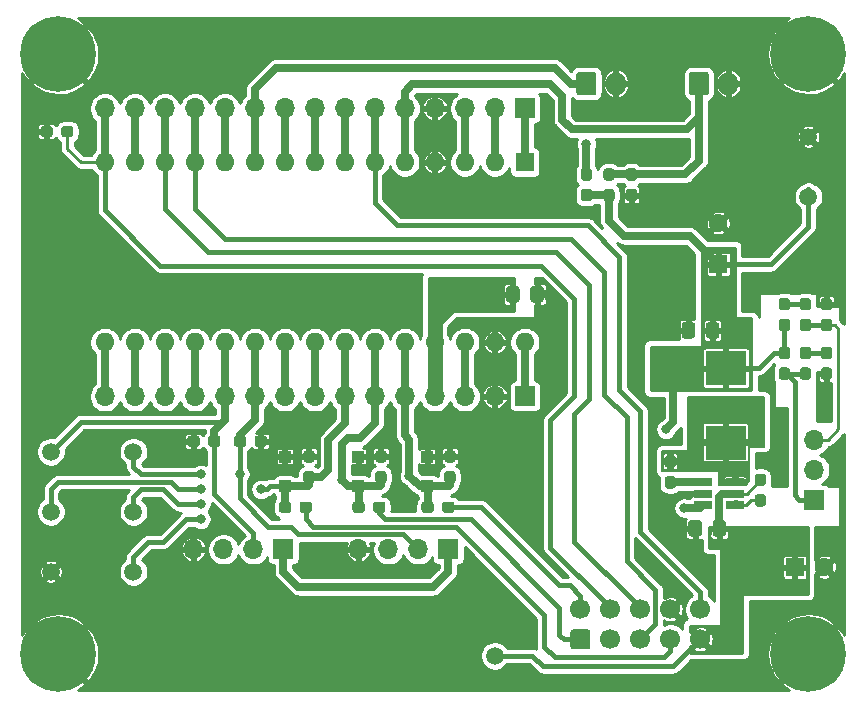
<source format=gtl>
G04 #@! TF.GenerationSoftware,KiCad,Pcbnew,(5.1.6)-1*
G04 #@! TF.CreationDate,2020-11-18T04:27:20-08:00*
G04 #@! TF.ProjectId,Logic Board RevA,4c6f6769-6320-4426-9f61-726420526576,rev?*
G04 #@! TF.SameCoordinates,Original*
G04 #@! TF.FileFunction,Copper,L1,Top*
G04 #@! TF.FilePolarity,Positive*
%FSLAX46Y46*%
G04 Gerber Fmt 4.6, Leading zero omitted, Abs format (unit mm)*
G04 Created by KiCad (PCBNEW (5.1.6)-1) date 2020-11-18 04:27:20*
%MOMM*%
%LPD*%
G01*
G04 APERTURE LIST*
G04 #@! TA.AperFunction,ComponentPad*
%ADD10O,1.700000X1.700000*%
G04 #@! TD*
G04 #@! TA.AperFunction,ComponentPad*
%ADD11R,1.700000X1.700000*%
G04 #@! TD*
G04 #@! TA.AperFunction,ComponentPad*
%ADD12C,1.600000*%
G04 #@! TD*
G04 #@! TA.AperFunction,ComponentPad*
%ADD13R,1.600000X1.600000*%
G04 #@! TD*
G04 #@! TA.AperFunction,SMDPad,CuDef*
%ADD14C,1.500000*%
G04 #@! TD*
G04 #@! TA.AperFunction,SMDPad,CuDef*
%ADD15R,3.500000X3.000000*%
G04 #@! TD*
G04 #@! TA.AperFunction,ComponentPad*
%ADD16O,1.600000X1.600000*%
G04 #@! TD*
G04 #@! TA.AperFunction,SMDPad,CuDef*
%ADD17R,1.560000X0.650000*%
G04 #@! TD*
G04 #@! TA.AperFunction,ComponentPad*
%ADD18O,1.700000X2.000000*%
G04 #@! TD*
G04 #@! TA.AperFunction,ComponentPad*
%ADD19C,0.800000*%
G04 #@! TD*
G04 #@! TA.AperFunction,ComponentPad*
%ADD20C,6.400000*%
G04 #@! TD*
G04 #@! TA.AperFunction,SMDPad,CuDef*
%ADD21R,1.000000X1.000000*%
G04 #@! TD*
G04 #@! TA.AperFunction,ComponentPad*
%ADD22C,1.700000*%
G04 #@! TD*
G04 #@! TA.AperFunction,ViaPad*
%ADD23C,0.800000*%
G04 #@! TD*
G04 #@! TA.AperFunction,Conductor*
%ADD24C,0.635000*%
G04 #@! TD*
G04 #@! TA.AperFunction,Conductor*
%ADD25C,0.250000*%
G04 #@! TD*
G04 #@! TA.AperFunction,Conductor*
%ADD26C,0.381000*%
G04 #@! TD*
G04 #@! TA.AperFunction,Conductor*
%ADD27C,1.270000*%
G04 #@! TD*
G04 #@! TA.AperFunction,Conductor*
%ADD28C,0.254000*%
G04 #@! TD*
G04 #@! TA.AperFunction,Conductor*
%ADD29C,0.127000*%
G04 #@! TD*
G04 APERTURE END LIST*
G04 #@! TA.AperFunction,SMDPad,CuDef*
G36*
G01*
X168926500Y-91409000D02*
X169401500Y-91409000D01*
G75*
G02*
X169639000Y-91646500I0J-237500D01*
G01*
X169639000Y-92221500D01*
G75*
G02*
X169401500Y-92459000I-237500J0D01*
G01*
X168926500Y-92459000D01*
G75*
G02*
X168689000Y-92221500I0J237500D01*
G01*
X168689000Y-91646500D01*
G75*
G02*
X168926500Y-91409000I237500J0D01*
G01*
G37*
G04 #@! TD.AperFunction*
G04 #@! TA.AperFunction,SMDPad,CuDef*
G36*
G01*
X168926500Y-89659000D02*
X169401500Y-89659000D01*
G75*
G02*
X169639000Y-89896500I0J-237500D01*
G01*
X169639000Y-90471500D01*
G75*
G02*
X169401500Y-90709000I-237500J0D01*
G01*
X168926500Y-90709000D01*
G75*
G02*
X168689000Y-90471500I0J237500D01*
G01*
X168689000Y-89896500D01*
G75*
G02*
X168926500Y-89659000I237500J0D01*
G01*
G37*
G04 #@! TD.AperFunction*
D10*
X132080000Y-121920000D03*
X134620000Y-121920000D03*
X137160000Y-121920000D03*
D11*
X139700000Y-121920000D03*
D10*
X146050000Y-121920000D03*
X148590000Y-121920000D03*
X151130000Y-121920000D03*
D11*
X153670000Y-121920000D03*
D12*
X185507000Y-123444000D03*
D13*
X183007000Y-123444000D03*
G04 #@! TA.AperFunction,SMDPad,CuDef*
G36*
G01*
X120173000Y-86313000D02*
X120173000Y-86788000D01*
G75*
G02*
X119935500Y-87025500I-237500J0D01*
G01*
X119360500Y-87025500D01*
G75*
G02*
X119123000Y-86788000I0J237500D01*
G01*
X119123000Y-86313000D01*
G75*
G02*
X119360500Y-86075500I237500J0D01*
G01*
X119935500Y-86075500D01*
G75*
G02*
X120173000Y-86313000I0J-237500D01*
G01*
G37*
G04 #@! TD.AperFunction*
G04 #@! TA.AperFunction,SMDPad,CuDef*
G36*
G01*
X121923000Y-86313000D02*
X121923000Y-86788000D01*
G75*
G02*
X121685500Y-87025500I-237500J0D01*
G01*
X121110500Y-87025500D01*
G75*
G02*
X120873000Y-86788000I0J237500D01*
G01*
X120873000Y-86313000D01*
G75*
G02*
X121110500Y-86075500I237500J0D01*
G01*
X121685500Y-86075500D01*
G75*
G02*
X121923000Y-86313000I0J-237500D01*
G01*
G37*
G04 #@! TD.AperFunction*
D14*
X157607000Y-130937000D03*
G04 #@! TA.AperFunction,SMDPad,CuDef*
G36*
G01*
X160597000Y-100780001D02*
X160597000Y-99879999D01*
G75*
G02*
X160846999Y-99630000I249999J0D01*
G01*
X161497001Y-99630000D01*
G75*
G02*
X161747000Y-99879999I0J-249999D01*
G01*
X161747000Y-100780001D01*
G75*
G02*
X161497001Y-101030000I-249999J0D01*
G01*
X160846999Y-101030000D01*
G75*
G02*
X160597000Y-100780001I0J249999D01*
G01*
G37*
G04 #@! TD.AperFunction*
G04 #@! TA.AperFunction,SMDPad,CuDef*
G36*
G01*
X158547000Y-100780001D02*
X158547000Y-99879999D01*
G75*
G02*
X158796999Y-99630000I249999J0D01*
G01*
X159447001Y-99630000D01*
G75*
G02*
X159697000Y-99879999I0J-249999D01*
G01*
X159697000Y-100780001D01*
G75*
G02*
X159447001Y-101030000I-249999J0D01*
G01*
X158796999Y-101030000D01*
G75*
G02*
X158547000Y-100780001I0J249999D01*
G01*
G37*
G04 #@! TD.AperFunction*
X120015000Y-123825000D03*
X184150000Y-86995000D03*
X120015000Y-118745000D03*
X127000000Y-123825000D03*
X127000000Y-118745000D03*
D15*
X177165000Y-112878000D03*
X177165000Y-106578000D03*
G04 #@! TA.AperFunction,SMDPad,CuDef*
G36*
G01*
X184133500Y-105822000D02*
X183658500Y-105822000D01*
G75*
G02*
X183421000Y-105584500I0J237500D01*
G01*
X183421000Y-105009500D01*
G75*
G02*
X183658500Y-104772000I237500J0D01*
G01*
X184133500Y-104772000D01*
G75*
G02*
X184371000Y-105009500I0J-237500D01*
G01*
X184371000Y-105584500D01*
G75*
G02*
X184133500Y-105822000I-237500J0D01*
G01*
G37*
G04 #@! TD.AperFunction*
G04 #@! TA.AperFunction,SMDPad,CuDef*
G36*
G01*
X184133500Y-107572000D02*
X183658500Y-107572000D01*
G75*
G02*
X183421000Y-107334500I0J237500D01*
G01*
X183421000Y-106759500D01*
G75*
G02*
X183658500Y-106522000I237500J0D01*
G01*
X184133500Y-106522000D01*
G75*
G02*
X184371000Y-106759500I0J-237500D01*
G01*
X184371000Y-107334500D01*
G75*
G02*
X184133500Y-107572000I-237500J0D01*
G01*
G37*
G04 #@! TD.AperFunction*
D14*
X184150000Y-92075000D03*
X120015000Y-113665000D03*
X127000000Y-113665000D03*
D16*
X124587000Y-104394000D03*
X124587000Y-89154000D03*
X160147000Y-104394000D03*
X127127000Y-89154000D03*
X157607000Y-104394000D03*
X129667000Y-89154000D03*
X155067000Y-104394000D03*
X132207000Y-89154000D03*
X152527000Y-104394000D03*
X134747000Y-89154000D03*
X149987000Y-104394000D03*
X137287000Y-89154000D03*
X147447000Y-104394000D03*
X139827000Y-89154000D03*
X144907000Y-104394000D03*
X142367000Y-89154000D03*
X142367000Y-104394000D03*
X144907000Y-89154000D03*
X139827000Y-104394000D03*
X147447000Y-89154000D03*
X137287000Y-104394000D03*
X149987000Y-89154000D03*
X134747000Y-104394000D03*
X152527000Y-89154000D03*
X132207000Y-104394000D03*
X155067000Y-89154000D03*
X129667000Y-104394000D03*
X157607000Y-89154000D03*
X127127000Y-104394000D03*
D13*
X160147000Y-89154000D03*
D10*
X124587000Y-108966000D03*
X127127000Y-108966000D03*
X129667000Y-108966000D03*
X132207000Y-108966000D03*
X134747000Y-108966000D03*
X137287000Y-108966000D03*
X139827000Y-108966000D03*
X142367000Y-108966000D03*
X144907000Y-108966000D03*
X147447000Y-108966000D03*
X149987000Y-108966000D03*
X152527000Y-108966000D03*
X155067000Y-108966000D03*
X157607000Y-108966000D03*
D11*
X160147000Y-108966000D03*
D12*
X176530000Y-94290000D03*
D13*
X176530000Y-97790000D03*
D10*
X124587000Y-84582000D03*
X127127000Y-84582000D03*
X129667000Y-84582000D03*
X132207000Y-84582000D03*
X134747000Y-84582000D03*
X137287000Y-84582000D03*
X139827000Y-84582000D03*
X142367000Y-84582000D03*
X144907000Y-84582000D03*
X147447000Y-84582000D03*
X149987000Y-84582000D03*
X152527000Y-84582000D03*
X155067000Y-84582000D03*
X157607000Y-84582000D03*
D11*
X160147000Y-84582000D03*
D17*
X177956200Y-117208300D03*
X177956200Y-116258300D03*
X177956200Y-118158300D03*
X175256200Y-118158300D03*
X175256200Y-117208300D03*
X175256200Y-116258300D03*
G04 #@! TA.AperFunction,SMDPad,CuDef*
G36*
G01*
X165591500Y-90709000D02*
X165116500Y-90709000D01*
G75*
G02*
X164879000Y-90471500I0J237500D01*
G01*
X164879000Y-89896500D01*
G75*
G02*
X165116500Y-89659000I237500J0D01*
G01*
X165591500Y-89659000D01*
G75*
G02*
X165829000Y-89896500I0J-237500D01*
G01*
X165829000Y-90471500D01*
G75*
G02*
X165591500Y-90709000I-237500J0D01*
G01*
G37*
G04 #@! TD.AperFunction*
G04 #@! TA.AperFunction,SMDPad,CuDef*
G36*
G01*
X165591500Y-92459000D02*
X165116500Y-92459000D01*
G75*
G02*
X164879000Y-92221500I0J237500D01*
G01*
X164879000Y-91646500D01*
G75*
G02*
X165116500Y-91409000I237500J0D01*
G01*
X165591500Y-91409000D01*
G75*
G02*
X165829000Y-91646500I0J-237500D01*
G01*
X165829000Y-92221500D01*
G75*
G02*
X165591500Y-92459000I-237500J0D01*
G01*
G37*
G04 #@! TD.AperFunction*
G04 #@! TA.AperFunction,SMDPad,CuDef*
G36*
G01*
X185436500Y-102394500D02*
X185911500Y-102394500D01*
G75*
G02*
X186149000Y-102632000I0J-237500D01*
G01*
X186149000Y-103207000D01*
G75*
G02*
X185911500Y-103444500I-237500J0D01*
G01*
X185436500Y-103444500D01*
G75*
G02*
X185199000Y-103207000I0J237500D01*
G01*
X185199000Y-102632000D01*
G75*
G02*
X185436500Y-102394500I237500J0D01*
G01*
G37*
G04 #@! TD.AperFunction*
G04 #@! TA.AperFunction,SMDPad,CuDef*
G36*
G01*
X185436500Y-100644500D02*
X185911500Y-100644500D01*
G75*
G02*
X186149000Y-100882000I0J-237500D01*
G01*
X186149000Y-101457000D01*
G75*
G02*
X185911500Y-101694500I-237500J0D01*
G01*
X185436500Y-101694500D01*
G75*
G02*
X185199000Y-101457000I0J237500D01*
G01*
X185199000Y-100882000D01*
G75*
G02*
X185436500Y-100644500I237500J0D01*
G01*
G37*
G04 #@! TD.AperFunction*
G04 #@! TA.AperFunction,SMDPad,CuDef*
G36*
G01*
X183658500Y-102394500D02*
X184133500Y-102394500D01*
G75*
G02*
X184371000Y-102632000I0J-237500D01*
G01*
X184371000Y-103207000D01*
G75*
G02*
X184133500Y-103444500I-237500J0D01*
G01*
X183658500Y-103444500D01*
G75*
G02*
X183421000Y-103207000I0J237500D01*
G01*
X183421000Y-102632000D01*
G75*
G02*
X183658500Y-102394500I237500J0D01*
G01*
G37*
G04 #@! TD.AperFunction*
G04 #@! TA.AperFunction,SMDPad,CuDef*
G36*
G01*
X183658500Y-100644500D02*
X184133500Y-100644500D01*
G75*
G02*
X184371000Y-100882000I0J-237500D01*
G01*
X184371000Y-101457000D01*
G75*
G02*
X184133500Y-101694500I-237500J0D01*
G01*
X183658500Y-101694500D01*
G75*
G02*
X183421000Y-101457000I0J237500D01*
G01*
X183421000Y-100882000D01*
G75*
G02*
X183658500Y-100644500I237500J0D01*
G01*
G37*
G04 #@! TD.AperFunction*
G04 #@! TA.AperFunction,SMDPad,CuDef*
G36*
G01*
X182355500Y-101694500D02*
X181880500Y-101694500D01*
G75*
G02*
X181643000Y-101457000I0J237500D01*
G01*
X181643000Y-100882000D01*
G75*
G02*
X181880500Y-100644500I237500J0D01*
G01*
X182355500Y-100644500D01*
G75*
G02*
X182593000Y-100882000I0J-237500D01*
G01*
X182593000Y-101457000D01*
G75*
G02*
X182355500Y-101694500I-237500J0D01*
G01*
G37*
G04 #@! TD.AperFunction*
G04 #@! TA.AperFunction,SMDPad,CuDef*
G36*
G01*
X182355500Y-103444500D02*
X181880500Y-103444500D01*
G75*
G02*
X181643000Y-103207000I0J237500D01*
G01*
X181643000Y-102632000D01*
G75*
G02*
X181880500Y-102394500I237500J0D01*
G01*
X182355500Y-102394500D01*
G75*
G02*
X182593000Y-102632000I0J-237500D01*
G01*
X182593000Y-103207000D01*
G75*
G02*
X182355500Y-103444500I-237500J0D01*
G01*
G37*
G04 #@! TD.AperFunction*
G04 #@! TA.AperFunction,SMDPad,CuDef*
G36*
G01*
X167496500Y-90709000D02*
X167021500Y-90709000D01*
G75*
G02*
X166784000Y-90471500I0J237500D01*
G01*
X166784000Y-89896500D01*
G75*
G02*
X167021500Y-89659000I237500J0D01*
G01*
X167496500Y-89659000D01*
G75*
G02*
X167734000Y-89896500I0J-237500D01*
G01*
X167734000Y-90471500D01*
G75*
G02*
X167496500Y-90709000I-237500J0D01*
G01*
G37*
G04 #@! TD.AperFunction*
G04 #@! TA.AperFunction,SMDPad,CuDef*
G36*
G01*
X167496500Y-92459000D02*
X167021500Y-92459000D01*
G75*
G02*
X166784000Y-92221500I0J237500D01*
G01*
X166784000Y-91646500D01*
G75*
G02*
X167021500Y-91409000I237500J0D01*
G01*
X167496500Y-91409000D01*
G75*
G02*
X167734000Y-91646500I0J-237500D01*
G01*
X167734000Y-92221500D01*
G75*
G02*
X167496500Y-92459000I-237500J0D01*
G01*
G37*
G04 #@! TD.AperFunction*
G04 #@! TA.AperFunction,SMDPad,CuDef*
G36*
G01*
X179848500Y-117253500D02*
X180323500Y-117253500D01*
G75*
G02*
X180561000Y-117491000I0J-237500D01*
G01*
X180561000Y-118066000D01*
G75*
G02*
X180323500Y-118303500I-237500J0D01*
G01*
X179848500Y-118303500D01*
G75*
G02*
X179611000Y-118066000I0J237500D01*
G01*
X179611000Y-117491000D01*
G75*
G02*
X179848500Y-117253500I237500J0D01*
G01*
G37*
G04 #@! TD.AperFunction*
G04 #@! TA.AperFunction,SMDPad,CuDef*
G36*
G01*
X179848500Y-115503500D02*
X180323500Y-115503500D01*
G75*
G02*
X180561000Y-115741000I0J-237500D01*
G01*
X180561000Y-116316000D01*
G75*
G02*
X180323500Y-116553500I-237500J0D01*
G01*
X179848500Y-116553500D01*
G75*
G02*
X179611000Y-116316000I0J237500D01*
G01*
X179611000Y-115741000D01*
G75*
G02*
X179848500Y-115503500I237500J0D01*
G01*
G37*
G04 #@! TD.AperFunction*
G04 #@! TA.AperFunction,SMDPad,CuDef*
G36*
G01*
X141066000Y-118601500D02*
X141066000Y-118126500D01*
G75*
G02*
X141303500Y-117889000I237500J0D01*
G01*
X141878500Y-117889000D01*
G75*
G02*
X142116000Y-118126500I0J-237500D01*
G01*
X142116000Y-118601500D01*
G75*
G02*
X141878500Y-118839000I-237500J0D01*
G01*
X141303500Y-118839000D01*
G75*
G02*
X141066000Y-118601500I0J237500D01*
G01*
G37*
G04 #@! TD.AperFunction*
G04 #@! TA.AperFunction,SMDPad,CuDef*
G36*
G01*
X139316000Y-118601500D02*
X139316000Y-118126500D01*
G75*
G02*
X139553500Y-117889000I237500J0D01*
G01*
X140128500Y-117889000D01*
G75*
G02*
X140366000Y-118126500I0J-237500D01*
G01*
X140366000Y-118601500D01*
G75*
G02*
X140128500Y-118839000I-237500J0D01*
G01*
X139553500Y-118839000D01*
G75*
G02*
X139316000Y-118601500I0J237500D01*
G01*
G37*
G04 #@! TD.AperFunction*
G04 #@! TA.AperFunction,SMDPad,CuDef*
G36*
G01*
X153131000Y-118601500D02*
X153131000Y-118126500D01*
G75*
G02*
X153368500Y-117889000I237500J0D01*
G01*
X153943500Y-117889000D01*
G75*
G02*
X154181000Y-118126500I0J-237500D01*
G01*
X154181000Y-118601500D01*
G75*
G02*
X153943500Y-118839000I-237500J0D01*
G01*
X153368500Y-118839000D01*
G75*
G02*
X153131000Y-118601500I0J237500D01*
G01*
G37*
G04 #@! TD.AperFunction*
G04 #@! TA.AperFunction,SMDPad,CuDef*
G36*
G01*
X151381000Y-118601500D02*
X151381000Y-118126500D01*
G75*
G02*
X151618500Y-117889000I237500J0D01*
G01*
X152193500Y-117889000D01*
G75*
G02*
X152431000Y-118126500I0J-237500D01*
G01*
X152431000Y-118601500D01*
G75*
G02*
X152193500Y-118839000I-237500J0D01*
G01*
X151618500Y-118839000D01*
G75*
G02*
X151381000Y-118601500I0J237500D01*
G01*
G37*
G04 #@! TD.AperFunction*
G04 #@! TA.AperFunction,SMDPad,CuDef*
G36*
G01*
X147289000Y-118601500D02*
X147289000Y-118126500D01*
G75*
G02*
X147526500Y-117889000I237500J0D01*
G01*
X148101500Y-117889000D01*
G75*
G02*
X148339000Y-118126500I0J-237500D01*
G01*
X148339000Y-118601500D01*
G75*
G02*
X148101500Y-118839000I-237500J0D01*
G01*
X147526500Y-118839000D01*
G75*
G02*
X147289000Y-118601500I0J237500D01*
G01*
G37*
G04 #@! TD.AperFunction*
G04 #@! TA.AperFunction,SMDPad,CuDef*
G36*
G01*
X145539000Y-118601500D02*
X145539000Y-118126500D01*
G75*
G02*
X145776500Y-117889000I237500J0D01*
G01*
X146351500Y-117889000D01*
G75*
G02*
X146589000Y-118126500I0J-237500D01*
G01*
X146589000Y-118601500D01*
G75*
G02*
X146351500Y-118839000I-237500J0D01*
G01*
X145776500Y-118839000D01*
G75*
G02*
X145539000Y-118601500I0J237500D01*
G01*
G37*
G04 #@! TD.AperFunction*
G04 #@! TA.AperFunction,SMDPad,CuDef*
G36*
G01*
X185911500Y-105822000D02*
X185436500Y-105822000D01*
G75*
G02*
X185199000Y-105584500I0J237500D01*
G01*
X185199000Y-105009500D01*
G75*
G02*
X185436500Y-104772000I237500J0D01*
G01*
X185911500Y-104772000D01*
G75*
G02*
X186149000Y-105009500I0J-237500D01*
G01*
X186149000Y-105584500D01*
G75*
G02*
X185911500Y-105822000I-237500J0D01*
G01*
G37*
G04 #@! TD.AperFunction*
G04 #@! TA.AperFunction,SMDPad,CuDef*
G36*
G01*
X185911500Y-107572000D02*
X185436500Y-107572000D01*
G75*
G02*
X185199000Y-107334500I0J237500D01*
G01*
X185199000Y-106759500D01*
G75*
G02*
X185436500Y-106522000I237500J0D01*
G01*
X185911500Y-106522000D01*
G75*
G02*
X186149000Y-106759500I0J-237500D01*
G01*
X186149000Y-107334500D01*
G75*
G02*
X185911500Y-107572000I-237500J0D01*
G01*
G37*
G04 #@! TD.AperFunction*
G04 #@! TA.AperFunction,SMDPad,CuDef*
G36*
G01*
X181880500Y-106522000D02*
X182355500Y-106522000D01*
G75*
G02*
X182593000Y-106759500I0J-237500D01*
G01*
X182593000Y-107334500D01*
G75*
G02*
X182355500Y-107572000I-237500J0D01*
G01*
X181880500Y-107572000D01*
G75*
G02*
X181643000Y-107334500I0J237500D01*
G01*
X181643000Y-106759500D01*
G75*
G02*
X181880500Y-106522000I237500J0D01*
G01*
G37*
G04 #@! TD.AperFunction*
G04 #@! TA.AperFunction,SMDPad,CuDef*
G36*
G01*
X181880500Y-104772000D02*
X182355500Y-104772000D01*
G75*
G02*
X182593000Y-105009500I0J-237500D01*
G01*
X182593000Y-105584500D01*
G75*
G02*
X182355500Y-105822000I-237500J0D01*
G01*
X181880500Y-105822000D01*
G75*
G02*
X181643000Y-105584500I0J237500D01*
G01*
X181643000Y-105009500D01*
G75*
G02*
X181880500Y-104772000I237500J0D01*
G01*
G37*
G04 #@! TD.AperFunction*
D18*
X167854000Y-82486500D03*
G04 #@! TA.AperFunction,ComponentPad*
G36*
G01*
X164504000Y-83236500D02*
X164504000Y-81736500D01*
G75*
G02*
X164754000Y-81486500I250000J0D01*
G01*
X165954000Y-81486500D01*
G75*
G02*
X166204000Y-81736500I0J-250000D01*
G01*
X166204000Y-83236500D01*
G75*
G02*
X165954000Y-83486500I-250000J0D01*
G01*
X164754000Y-83486500D01*
G75*
G02*
X164504000Y-83236500I0J250000D01*
G01*
G37*
G04 #@! TD.AperFunction*
X177379000Y-82486500D03*
G04 #@! TA.AperFunction,ComponentPad*
G36*
G01*
X174029000Y-83236500D02*
X174029000Y-81736500D01*
G75*
G02*
X174279000Y-81486500I250000J0D01*
G01*
X175479000Y-81486500D01*
G75*
G02*
X175729000Y-81736500I0J-250000D01*
G01*
X175729000Y-83236500D01*
G75*
G02*
X175479000Y-83486500I-250000J0D01*
G01*
X174279000Y-83486500D01*
G75*
G02*
X174029000Y-83236500I0J250000D01*
G01*
G37*
G04 #@! TD.AperFunction*
D10*
X184658000Y-112649000D03*
X184658000Y-115189000D03*
D11*
X184658000Y-117729000D03*
D19*
X185847056Y-129112944D03*
X184150000Y-128410000D03*
X182452944Y-129112944D03*
X181750000Y-130810000D03*
X182452944Y-132507056D03*
X184150000Y-133210000D03*
X185847056Y-132507056D03*
X186550000Y-130810000D03*
D20*
X184150000Y-130810000D03*
D19*
X122347056Y-129112944D03*
X120650000Y-128410000D03*
X118952944Y-129112944D03*
X118250000Y-130810000D03*
X118952944Y-132507056D03*
X120650000Y-133210000D03*
X122347056Y-132507056D03*
X123050000Y-130810000D03*
D20*
X120650000Y-130810000D03*
D19*
X185847056Y-78312944D03*
X184150000Y-77610000D03*
X182452944Y-78312944D03*
X181750000Y-80010000D03*
X182452944Y-81707056D03*
X184150000Y-82410000D03*
X185847056Y-81707056D03*
X186550000Y-80010000D03*
D20*
X184150000Y-80010000D03*
D19*
X122347056Y-78312944D03*
X120650000Y-77610000D03*
X118952944Y-78312944D03*
X118250000Y-80010000D03*
X118952944Y-81707056D03*
X120650000Y-82410000D03*
X122347056Y-81707056D03*
X123050000Y-80010000D03*
D20*
X120650000Y-80010000D03*
D21*
X139827000Y-114066000D03*
X139827000Y-116566000D03*
X151892000Y-114066000D03*
X151892000Y-116566000D03*
X146050000Y-114066000D03*
X146050000Y-116566000D03*
G04 #@! TA.AperFunction,SMDPad,CuDef*
G36*
G01*
X132619000Y-112538500D02*
X132619000Y-113013500D01*
G75*
G02*
X132381500Y-113251000I-237500J0D01*
G01*
X131806500Y-113251000D01*
G75*
G02*
X131569000Y-113013500I0J237500D01*
G01*
X131569000Y-112538500D01*
G75*
G02*
X131806500Y-112301000I237500J0D01*
G01*
X132381500Y-112301000D01*
G75*
G02*
X132619000Y-112538500I0J-237500D01*
G01*
G37*
G04 #@! TD.AperFunction*
G04 #@! TA.AperFunction,SMDPad,CuDef*
G36*
G01*
X134369000Y-112538500D02*
X134369000Y-113013500D01*
G75*
G02*
X134131500Y-113251000I-237500J0D01*
G01*
X133556500Y-113251000D01*
G75*
G02*
X133319000Y-113013500I0J237500D01*
G01*
X133319000Y-112538500D01*
G75*
G02*
X133556500Y-112301000I237500J0D01*
G01*
X134131500Y-112301000D01*
G75*
G02*
X134369000Y-112538500I0J-237500D01*
G01*
G37*
G04 #@! TD.AperFunction*
G04 #@! TA.AperFunction,SMDPad,CuDef*
G36*
G01*
X137256000Y-113013500D02*
X137256000Y-112538500D01*
G75*
G02*
X137493500Y-112301000I237500J0D01*
G01*
X138068500Y-112301000D01*
G75*
G02*
X138306000Y-112538500I0J-237500D01*
G01*
X138306000Y-113013500D01*
G75*
G02*
X138068500Y-113251000I-237500J0D01*
G01*
X137493500Y-113251000D01*
G75*
G02*
X137256000Y-113013500I0J237500D01*
G01*
G37*
G04 #@! TD.AperFunction*
G04 #@! TA.AperFunction,SMDPad,CuDef*
G36*
G01*
X135506000Y-113013500D02*
X135506000Y-112538500D01*
G75*
G02*
X135743500Y-112301000I237500J0D01*
G01*
X136318500Y-112301000D01*
G75*
G02*
X136556000Y-112538500I0J-237500D01*
G01*
X136556000Y-113013500D01*
G75*
G02*
X136318500Y-113251000I-237500J0D01*
G01*
X135743500Y-113251000D01*
G75*
G02*
X135506000Y-113013500I0J237500D01*
G01*
G37*
G04 #@! TD.AperFunction*
G04 #@! TA.AperFunction,SMDPad,CuDef*
G36*
G01*
X142096500Y-114585000D02*
X141621500Y-114585000D01*
G75*
G02*
X141384000Y-114347500I0J237500D01*
G01*
X141384000Y-113772500D01*
G75*
G02*
X141621500Y-113535000I237500J0D01*
G01*
X142096500Y-113535000D01*
G75*
G02*
X142334000Y-113772500I0J-237500D01*
G01*
X142334000Y-114347500D01*
G75*
G02*
X142096500Y-114585000I-237500J0D01*
G01*
G37*
G04 #@! TD.AperFunction*
G04 #@! TA.AperFunction,SMDPad,CuDef*
G36*
G01*
X142096500Y-116335000D02*
X141621500Y-116335000D01*
G75*
G02*
X141384000Y-116097500I0J237500D01*
G01*
X141384000Y-115522500D01*
G75*
G02*
X141621500Y-115285000I237500J0D01*
G01*
X142096500Y-115285000D01*
G75*
G02*
X142334000Y-115522500I0J-237500D01*
G01*
X142334000Y-116097500D01*
G75*
G02*
X142096500Y-116335000I-237500J0D01*
G01*
G37*
G04 #@! TD.AperFunction*
G04 #@! TA.AperFunction,SMDPad,CuDef*
G36*
G01*
X154034500Y-114585000D02*
X153559500Y-114585000D01*
G75*
G02*
X153322000Y-114347500I0J237500D01*
G01*
X153322000Y-113772500D01*
G75*
G02*
X153559500Y-113535000I237500J0D01*
G01*
X154034500Y-113535000D01*
G75*
G02*
X154272000Y-113772500I0J-237500D01*
G01*
X154272000Y-114347500D01*
G75*
G02*
X154034500Y-114585000I-237500J0D01*
G01*
G37*
G04 #@! TD.AperFunction*
G04 #@! TA.AperFunction,SMDPad,CuDef*
G36*
G01*
X154034500Y-116335000D02*
X153559500Y-116335000D01*
G75*
G02*
X153322000Y-116097500I0J237500D01*
G01*
X153322000Y-115522500D01*
G75*
G02*
X153559500Y-115285000I237500J0D01*
G01*
X154034500Y-115285000D01*
G75*
G02*
X154272000Y-115522500I0J-237500D01*
G01*
X154272000Y-116097500D01*
G75*
G02*
X154034500Y-116335000I-237500J0D01*
G01*
G37*
G04 #@! TD.AperFunction*
G04 #@! TA.AperFunction,SMDPad,CuDef*
G36*
G01*
X148192500Y-114585000D02*
X147717500Y-114585000D01*
G75*
G02*
X147480000Y-114347500I0J237500D01*
G01*
X147480000Y-113772500D01*
G75*
G02*
X147717500Y-113535000I237500J0D01*
G01*
X148192500Y-113535000D01*
G75*
G02*
X148430000Y-113772500I0J-237500D01*
G01*
X148430000Y-114347500D01*
G75*
G02*
X148192500Y-114585000I-237500J0D01*
G01*
G37*
G04 #@! TD.AperFunction*
G04 #@! TA.AperFunction,SMDPad,CuDef*
G36*
G01*
X148192500Y-116335000D02*
X147717500Y-116335000D01*
G75*
G02*
X147480000Y-116097500I0J237500D01*
G01*
X147480000Y-115522500D01*
G75*
G02*
X147717500Y-115285000I237500J0D01*
G01*
X148192500Y-115285000D01*
G75*
G02*
X148430000Y-115522500I0J-237500D01*
G01*
X148430000Y-116097500D01*
G75*
G02*
X148192500Y-116335000I-237500J0D01*
G01*
G37*
G04 #@! TD.AperFunction*
G04 #@! TA.AperFunction,SMDPad,CuDef*
G36*
G01*
X174556000Y-102927999D02*
X174556000Y-103828001D01*
G75*
G02*
X174306001Y-104078000I-249999J0D01*
G01*
X173655999Y-104078000D01*
G75*
G02*
X173406000Y-103828001I0J249999D01*
G01*
X173406000Y-102927999D01*
G75*
G02*
X173655999Y-102678000I249999J0D01*
G01*
X174306001Y-102678000D01*
G75*
G02*
X174556000Y-102927999I0J-249999D01*
G01*
G37*
G04 #@! TD.AperFunction*
G04 #@! TA.AperFunction,SMDPad,CuDef*
G36*
G01*
X176606000Y-102927999D02*
X176606000Y-103828001D01*
G75*
G02*
X176356001Y-104078000I-249999J0D01*
G01*
X175705999Y-104078000D01*
G75*
G02*
X175456000Y-103828001I0J249999D01*
G01*
X175456000Y-102927999D01*
G75*
G02*
X175705999Y-102678000I249999J0D01*
G01*
X176356001Y-102678000D01*
G75*
G02*
X176606000Y-102927999I0J-249999D01*
G01*
G37*
G04 #@! TD.AperFunction*
G04 #@! TA.AperFunction,SMDPad,CuDef*
G36*
G01*
X172703500Y-115029500D02*
X172228500Y-115029500D01*
G75*
G02*
X171991000Y-114792000I0J237500D01*
G01*
X171991000Y-114217000D01*
G75*
G02*
X172228500Y-113979500I237500J0D01*
G01*
X172703500Y-113979500D01*
G75*
G02*
X172941000Y-114217000I0J-237500D01*
G01*
X172941000Y-114792000D01*
G75*
G02*
X172703500Y-115029500I-237500J0D01*
G01*
G37*
G04 #@! TD.AperFunction*
G04 #@! TA.AperFunction,SMDPad,CuDef*
G36*
G01*
X172703500Y-116779500D02*
X172228500Y-116779500D01*
G75*
G02*
X171991000Y-116542000I0J237500D01*
G01*
X171991000Y-115967000D01*
G75*
G02*
X172228500Y-115729500I237500J0D01*
G01*
X172703500Y-115729500D01*
G75*
G02*
X172941000Y-115967000I0J-237500D01*
G01*
X172941000Y-116542000D01*
G75*
G02*
X172703500Y-116779500I-237500J0D01*
G01*
G37*
G04 #@! TD.AperFunction*
G04 #@! TA.AperFunction,SMDPad,CuDef*
G36*
G01*
X175127500Y-119691999D02*
X175127500Y-120592001D01*
G75*
G02*
X174877501Y-120842000I-249999J0D01*
G01*
X174227499Y-120842000D01*
G75*
G02*
X173977500Y-120592001I0J249999D01*
G01*
X173977500Y-119691999D01*
G75*
G02*
X174227499Y-119442000I249999J0D01*
G01*
X174877501Y-119442000D01*
G75*
G02*
X175127500Y-119691999I0J-249999D01*
G01*
G37*
G04 #@! TD.AperFunction*
G04 #@! TA.AperFunction,SMDPad,CuDef*
G36*
G01*
X177177500Y-119691999D02*
X177177500Y-120592001D01*
G75*
G02*
X176927501Y-120842000I-249999J0D01*
G01*
X176277499Y-120842000D01*
G75*
G02*
X176027500Y-120592001I0J249999D01*
G01*
X176027500Y-119691999D01*
G75*
G02*
X176277499Y-119442000I249999J0D01*
G01*
X176927501Y-119442000D01*
G75*
G02*
X177177500Y-119691999I0J-249999D01*
G01*
G37*
G04 #@! TD.AperFunction*
D22*
X175006000Y-127000000D03*
X172466000Y-127000000D03*
X169926000Y-127000000D03*
X167386000Y-127000000D03*
X164846000Y-127000000D03*
X175006000Y-129540000D03*
X172466000Y-129540000D03*
X169926000Y-129540000D03*
X167386000Y-129540000D03*
G04 #@! TA.AperFunction,ComponentPad*
G36*
G01*
X165446000Y-130390000D02*
X164246000Y-130390000D01*
G75*
G02*
X163996000Y-130140000I0J250000D01*
G01*
X163996000Y-128940000D01*
G75*
G02*
X164246000Y-128690000I250000J0D01*
G01*
X165446000Y-128690000D01*
G75*
G02*
X165696000Y-128940000I0J-250000D01*
G01*
X165696000Y-130140000D01*
G75*
G02*
X165446000Y-130390000I-250000J0D01*
G01*
G37*
G04 #@! TD.AperFunction*
D23*
X185674000Y-110363000D03*
X173482000Y-97790000D03*
X169418000Y-107950000D03*
X169418000Y-102870000D03*
X169418000Y-104140000D03*
X169418000Y-105410000D03*
X169418000Y-106680000D03*
X162560000Y-106045000D03*
X162560000Y-107315000D03*
X162560000Y-103505000D03*
X162560000Y-104775000D03*
X169672000Y-97790000D03*
X170942000Y-97790000D03*
X172212000Y-97790000D03*
X159512000Y-116332000D03*
X160782000Y-115062000D03*
X156972000Y-115316000D03*
X158242000Y-114046000D03*
X159512000Y-112776000D03*
X158242000Y-117602000D03*
X137795000Y-115443000D03*
X149098000Y-117094000D03*
X173101000Y-121793000D03*
X174371000Y-123063000D03*
X175641000Y-124333000D03*
X175641000Y-123063000D03*
X174371000Y-121793000D03*
X137414000Y-100330000D03*
X142875000Y-132715000D03*
X142875000Y-130810000D03*
X142875000Y-128905000D03*
X142875000Y-127000000D03*
X181610000Y-112903000D03*
X181610000Y-114300000D03*
X172720000Y-88265000D03*
X175768000Y-99822000D03*
X177292000Y-99822000D03*
X177292000Y-101346000D03*
X175768000Y-101346000D03*
X173990000Y-105410000D03*
X173990000Y-107696000D03*
X157480000Y-100965000D03*
X155575000Y-99695000D03*
X171450000Y-105410000D03*
X171450000Y-107696000D03*
X172720000Y-105410000D03*
X172720000Y-107696000D03*
X172085000Y-111760000D03*
X155575000Y-100965000D03*
X157480000Y-99695000D03*
X132715000Y-118110000D03*
X144653000Y-116078000D03*
X132715000Y-115570000D03*
X136017000Y-115570000D03*
X137795000Y-116840000D03*
X132715000Y-116840000D03*
X173609000Y-118427500D03*
X132715000Y-119380000D03*
X150368000Y-115697000D03*
X165354000Y-87630000D03*
D24*
X124587000Y-108966000D02*
X124587000Y-104394000D01*
X160147000Y-108966000D02*
X160147000Y-104394000D01*
X127127000Y-84582000D02*
X127127000Y-89154000D01*
X155067000Y-104394000D02*
X155067000Y-108966000D01*
X134747000Y-84582000D02*
X134747000Y-89154000D01*
X139827000Y-84582000D02*
X139827000Y-89154000D01*
X142367000Y-89154000D02*
X142367000Y-84582000D01*
X144907000Y-84582000D02*
X144907000Y-89154000D01*
X132207000Y-104394000D02*
X132207000Y-108966000D01*
X155067000Y-89154000D02*
X155067000Y-84582000D01*
X129667000Y-108966000D02*
X129667000Y-104394000D01*
X157607000Y-84582000D02*
X157607000Y-89154000D01*
X127127000Y-104394000D02*
X127127000Y-108966000D01*
X160147000Y-89154000D02*
X160147000Y-84582000D01*
D25*
X185688000Y-101092000D02*
X185635900Y-101144100D01*
D24*
X162560000Y-103505000D02*
X162560000Y-100965000D01*
X162560000Y-100965000D02*
X161925000Y-100330000D01*
X161925000Y-100330000D02*
X161299510Y-100330000D01*
X129667000Y-89154000D02*
X129667000Y-84582000D01*
D26*
X164338000Y-121285000D02*
X164338000Y-110490000D01*
X129667000Y-93091000D02*
X129667000Y-89154000D01*
X169545000Y-126492000D02*
X164338000Y-121285000D01*
X164338000Y-110490000D02*
X165608000Y-109220000D01*
X133350000Y-96774000D02*
X129667000Y-93091000D01*
X162814000Y-96774000D02*
X133350000Y-96774000D01*
X165608000Y-99568000D02*
X162814000Y-96774000D01*
X165608000Y-109220000D02*
X165608000Y-99568000D01*
D24*
X132207000Y-84582000D02*
X132207000Y-89154000D01*
D26*
X134747000Y-95631000D02*
X132207000Y-93091000D01*
X164084000Y-95631000D02*
X134747000Y-95631000D01*
X166878000Y-98425000D02*
X164084000Y-95631000D01*
X166878000Y-108839000D02*
X166878000Y-98425000D01*
X171196000Y-128270000D02*
X171196000Y-125349000D01*
X169926000Y-129540000D02*
X171196000Y-128270000D01*
X168783000Y-110744000D02*
X166878000Y-108839000D01*
X171196000Y-125349000D02*
X168783000Y-122936000D01*
X132207000Y-93091000D02*
X132207000Y-89281000D01*
X168783000Y-122936000D02*
X168783000Y-110744000D01*
D24*
X172720000Y-110617000D02*
X172720000Y-107569000D01*
D27*
X152527000Y-108966000D02*
X152527000Y-104394000D01*
X152527000Y-104394000D02*
X152527000Y-101473000D01*
X153035000Y-100965000D02*
X155575000Y-100965000D01*
X152527000Y-101473000D02*
X153035000Y-100965000D01*
D24*
X139700000Y-121920000D02*
X139700000Y-123825000D01*
X139700000Y-123825000D02*
X140970000Y-125095000D01*
X140970000Y-125095000D02*
X152400000Y-125095000D01*
X153670000Y-123825000D02*
X153670000Y-121920000D01*
X152400000Y-125095000D02*
X153670000Y-123825000D01*
D26*
X182118000Y-102919500D02*
X182118000Y-105297000D01*
X184150000Y-92710000D02*
X184150000Y-91440000D01*
D24*
X172720000Y-111125000D02*
X172720000Y-110617000D01*
X172085000Y-111760000D02*
X172720000Y-111125000D01*
D26*
X184150000Y-94615000D02*
X184150000Y-92075000D01*
X176530000Y-97790000D02*
X180975000Y-97790000D01*
X180975000Y-97790000D02*
X184150000Y-94615000D01*
X176530000Y-97790000D02*
X176149000Y-97790000D01*
D24*
X176530000Y-97790000D02*
X174117000Y-95377000D01*
D26*
X177165000Y-106578000D02*
X179934000Y-106578000D01*
X181215000Y-105297000D02*
X182118000Y-105297000D01*
X179934000Y-106578000D02*
X181215000Y-105297000D01*
D24*
X165354000Y-91934000D02*
X167259000Y-91934000D01*
X167259000Y-91934000D02*
X167259000Y-94107000D01*
X168529000Y-95377000D02*
X174117000Y-95377000D01*
X167259000Y-94107000D02*
X168529000Y-95377000D01*
X146064000Y-116580000D02*
X146050000Y-116566000D01*
X146064000Y-118364000D02*
X146064000Y-116580000D01*
X146050000Y-116566000D02*
X147848000Y-116566000D01*
X147955000Y-116459000D02*
X147955000Y-115810000D01*
X147848000Y-116566000D02*
X147955000Y-116459000D01*
X147447000Y-111252000D02*
X146177000Y-112522000D01*
X146177000Y-112522000D02*
X145161000Y-112522000D01*
X145161000Y-112522000D02*
X144653000Y-113030000D01*
X144653000Y-113030000D02*
X144653000Y-116078000D01*
X145141000Y-116566000D02*
X146050000Y-116566000D01*
X144653000Y-116078000D02*
X145141000Y-116566000D01*
X147447000Y-111252000D02*
X147447000Y-108966000D01*
X147447000Y-104394000D02*
X147447000Y-108966000D01*
X144653000Y-116078000D02*
X144653000Y-116078000D01*
D26*
X127000000Y-118745000D02*
X127000000Y-117475000D01*
X127000000Y-117475000D02*
X127635000Y-116840000D01*
X127635000Y-116840000D02*
X129540000Y-116840000D01*
X129540000Y-116840000D02*
X130810000Y-118110000D01*
X130810000Y-118110000D02*
X132715000Y-118110000D01*
X140335000Y-120015000D02*
X138430000Y-120015000D01*
X136031000Y-117616000D02*
X136031000Y-112776000D01*
X138430000Y-120015000D02*
X136031000Y-117616000D01*
D24*
X136031000Y-112776000D02*
X136031000Y-112254000D01*
X137287000Y-110998000D02*
X137287000Y-108966000D01*
X136031000Y-112254000D02*
X137287000Y-110998000D01*
X137287000Y-104394000D02*
X137287000Y-108966000D01*
D26*
X140335000Y-120015000D02*
X140970000Y-120650000D01*
X151130000Y-121920000D02*
X149860000Y-120650000D01*
X149860000Y-120650000D02*
X140970000Y-120650000D01*
X127000000Y-114935000D02*
X127000000Y-113665000D01*
X132715000Y-115570000D02*
X127635000Y-115570000D01*
X127635000Y-115570000D02*
X127000000Y-114935000D01*
D24*
X133844000Y-112776000D02*
X133844000Y-111901000D01*
X134747000Y-110998000D02*
X134747000Y-108966000D01*
X133844000Y-111901000D02*
X134747000Y-110998000D01*
X134747000Y-108966000D02*
X134747000Y-104394000D01*
D26*
X137160000Y-120523000D02*
X137160000Y-121920000D01*
X133844000Y-112776000D02*
X133844000Y-117207000D01*
X133844000Y-117207000D02*
X137160000Y-120523000D01*
X134620000Y-111125000D02*
X134747000Y-110998000D01*
X120015000Y-113665000D02*
X122555000Y-111125000D01*
X122555000Y-111125000D02*
X134620000Y-111125000D01*
D24*
X139841000Y-116580000D02*
X139827000Y-116566000D01*
X139841000Y-118364000D02*
X139841000Y-116580000D01*
X141859000Y-116459000D02*
X141859000Y-115810000D01*
X141752000Y-116566000D02*
X141859000Y-116459000D01*
X139827000Y-116566000D02*
X141752000Y-116566000D01*
X144907000Y-111252000D02*
X143510000Y-112649000D01*
X143510000Y-112649000D02*
X143510000Y-115189000D01*
X142889000Y-115810000D02*
X141859000Y-115810000D01*
X143510000Y-115189000D02*
X142889000Y-115810000D01*
X144907000Y-111252000D02*
X144907000Y-108966000D01*
X144907000Y-108966000D02*
X144907000Y-104394000D01*
D26*
X132715000Y-116840000D02*
X130810000Y-116840000D01*
X130810000Y-116840000D02*
X130175000Y-116205000D01*
X130175000Y-116205000D02*
X120650000Y-116205000D01*
X120015000Y-116840000D02*
X120015000Y-118745000D01*
X120650000Y-116205000D02*
X120015000Y-116840000D01*
X137795000Y-116840000D02*
X138303000Y-116840000D01*
X138577000Y-116566000D02*
X139827000Y-116566000D01*
X138303000Y-116840000D02*
X138577000Y-116566000D01*
X174498000Y-126492000D02*
X174625000Y-126492000D01*
D24*
X147447000Y-84582000D02*
X147447000Y-89154000D01*
D26*
X147447000Y-92583000D02*
X147447000Y-89281000D01*
X149352000Y-94488000D02*
X147447000Y-92583000D01*
X165481000Y-94488000D02*
X149352000Y-94488000D01*
X168148000Y-97155000D02*
X165481000Y-94488000D01*
X175006000Y-125539500D02*
X169926000Y-120459500D01*
X169926000Y-120459500D02*
X169926000Y-110236000D01*
X169926000Y-110236000D02*
X168148000Y-108458000D01*
X175006000Y-127000000D02*
X175006000Y-125539500D01*
X168148000Y-108458000D02*
X168148000Y-97155000D01*
D24*
X149987000Y-84582000D02*
X149987000Y-89154000D01*
X174879000Y-85344000D02*
X174879000Y-83820000D01*
X173863000Y-86360000D02*
X174879000Y-85344000D01*
X150622000Y-82550000D02*
X149987000Y-83185000D01*
X164147500Y-86360000D02*
X163322000Y-85534500D01*
X149987000Y-83185000D02*
X149987000Y-84582000D01*
X169037000Y-86360000D02*
X164147500Y-86360000D01*
X163322000Y-85534500D02*
X163322000Y-83566000D01*
X163322000Y-83566000D02*
X162306000Y-82550000D01*
X162306000Y-82550000D02*
X150622000Y-82550000D01*
X174879000Y-83820000D02*
X174879000Y-82486500D01*
X169037000Y-86360000D02*
X169926000Y-86360000D01*
X169926000Y-86360000D02*
X173863000Y-86360000D01*
X168958200Y-90184000D02*
X168960800Y-90181400D01*
X167259000Y-90184000D02*
X168958200Y-90184000D01*
X168960800Y-90181400D02*
X173711900Y-90181400D01*
X174879000Y-89014300D02*
X174879000Y-85344000D01*
X173711900Y-90181400D02*
X174879000Y-89014300D01*
D25*
X180213000Y-115838000D02*
X180213000Y-116205000D01*
X178906200Y-117208300D02*
X180086000Y-116028500D01*
X177956200Y-117208300D02*
X178906200Y-117208300D01*
D26*
X175006000Y-129540000D02*
X172720000Y-131826000D01*
X157607000Y-130937000D02*
X160782000Y-130937000D01*
X161671000Y-131826000D02*
X172720000Y-131826000D01*
X160782000Y-130937000D02*
X161671000Y-131826000D01*
D24*
X176863938Y-117208300D02*
X177956200Y-117208300D01*
X176602500Y-117469738D02*
X176863938Y-117208300D01*
X176602500Y-120142000D02*
X176602500Y-117469738D01*
X175252400Y-116254500D02*
X175256200Y-116258300D01*
X172466000Y-116254500D02*
X175252400Y-116254500D01*
D26*
X172466000Y-130556000D02*
X172466000Y-129540000D01*
X162687000Y-131064000D02*
X171958000Y-131064000D01*
X161798000Y-130175000D02*
X162687000Y-131064000D01*
X171958000Y-131064000D02*
X172466000Y-130556000D01*
X141591000Y-118364000D02*
X141591000Y-119366000D01*
X142240000Y-120015000D02*
X154305000Y-120015000D01*
X161798000Y-127508000D02*
X161798000Y-130175000D01*
X141591000Y-119366000D02*
X142240000Y-120015000D01*
X154305000Y-120015000D02*
X161798000Y-127508000D01*
X129286000Y-97917000D02*
X124587000Y-93218000D01*
X167005000Y-126492000D02*
X162306000Y-121793000D01*
X162306000Y-121793000D02*
X162306000Y-110998000D01*
X162306000Y-110998000D02*
X164338000Y-108966000D01*
X164338000Y-108966000D02*
X164338000Y-100711000D01*
X161544000Y-97917000D02*
X129286000Y-97917000D01*
X164338000Y-100711000D02*
X161544000Y-97917000D01*
X124587000Y-93218000D02*
X124587000Y-89154000D01*
D24*
X124587000Y-84582000D02*
X124587000Y-89154000D01*
D28*
X124587000Y-89154000D02*
X122555000Y-89154000D01*
X121398000Y-87997000D02*
X121398000Y-86550500D01*
X122555000Y-89154000D02*
X121398000Y-87997000D01*
D26*
X164846000Y-127000000D02*
X164846000Y-126492000D01*
X164846000Y-125857000D02*
X164846000Y-127000000D01*
X163957000Y-124968000D02*
X164846000Y-125857000D01*
X163068000Y-124968000D02*
X163957000Y-124968000D01*
X153656000Y-118364000D02*
X156464000Y-118364000D01*
X156464000Y-118364000D02*
X163068000Y-124968000D01*
X163068000Y-129159000D02*
X163449000Y-129540000D01*
X148336000Y-119380000D02*
X155575000Y-119380000D01*
X147814000Y-118364000D02*
X147814000Y-118858000D01*
X155575000Y-119380000D02*
X163068000Y-126873000D01*
X163449000Y-129540000D02*
X164846000Y-129540000D01*
X147814000Y-118858000D02*
X148336000Y-119380000D01*
X163068000Y-126873000D02*
X163068000Y-129159000D01*
D25*
X185660000Y-102870000D02*
X185635900Y-102894100D01*
D26*
X183896000Y-102919500D02*
X185674000Y-102919500D01*
D28*
X184658000Y-112649000D02*
X185801000Y-112649000D01*
X185801000Y-112649000D02*
X186690000Y-111760000D01*
X186690000Y-111760000D02*
X186690000Y-103251000D01*
X186358500Y-102919500D02*
X185674000Y-102919500D01*
X186690000Y-103251000D02*
X186358500Y-102919500D01*
D24*
X175256200Y-118158300D02*
X175084700Y-118158300D01*
X174987000Y-118427500D02*
X175256200Y-118158300D01*
X173609000Y-118427500D02*
X174987000Y-118427500D01*
D25*
X181977000Y-107061000D02*
X182029100Y-107008900D01*
D26*
X182079900Y-107059700D02*
X182029100Y-107008900D01*
X182118000Y-107047000D02*
X182118000Y-107061000D01*
X182118000Y-107047000D02*
X182294500Y-107047000D01*
X182294500Y-107047000D02*
X183007000Y-107759500D01*
X183719500Y-107047000D02*
X183896000Y-107047000D01*
X182118000Y-107047000D02*
X183896000Y-107047000D01*
X183007000Y-107759500D02*
X183007000Y-117348000D01*
X183388000Y-117729000D02*
X184658000Y-117729000D01*
X183007000Y-117348000D02*
X183388000Y-117729000D01*
D24*
X178004500Y-118110000D02*
X177956200Y-118158300D01*
D25*
X177956200Y-118158300D02*
X178894700Y-118158300D01*
X179274500Y-117778500D02*
X180086000Y-117778500D01*
X178894700Y-118158300D02*
X179274500Y-117778500D01*
D26*
X182118000Y-101169500D02*
X183896000Y-101169500D01*
D24*
X151906000Y-116580000D02*
X151892000Y-116566000D01*
X151906000Y-118364000D02*
X151906000Y-116580000D01*
X151892000Y-116566000D02*
X153690000Y-116566000D01*
X153797000Y-116459000D02*
X153797000Y-115810000D01*
X153690000Y-116566000D02*
X153797000Y-116459000D01*
X151892000Y-116566000D02*
X151237000Y-116566000D01*
X151237000Y-116566000D02*
X150368000Y-115697000D01*
X150368000Y-115697000D02*
X150368000Y-115697000D01*
X150368000Y-112649000D02*
X149987000Y-112268000D01*
X149987000Y-112268000D02*
X149987000Y-108966000D01*
X149987000Y-108966000D02*
X149987000Y-104394000D01*
X150368000Y-115697000D02*
X150368000Y-112649000D01*
D26*
X127000000Y-123825000D02*
X127000000Y-122555000D01*
X127000000Y-122555000D02*
X128270000Y-121285000D01*
X128270000Y-121285000D02*
X129540000Y-121285000D01*
X129540000Y-121285000D02*
X131445000Y-119380000D01*
X131445000Y-119380000D02*
X132715000Y-119380000D01*
D24*
X139065000Y-81153000D02*
X137287000Y-82931000D01*
X137287000Y-84582000D02*
X137287000Y-82931000D01*
X137287000Y-89154000D02*
X137287000Y-84582000D01*
X139065000Y-81153000D02*
X162687000Y-81153000D01*
X164020500Y-82486500D02*
X162687000Y-81153000D01*
X165354000Y-82486500D02*
X164020500Y-82486500D01*
X165354000Y-90184000D02*
X165354000Y-87630000D01*
X142367000Y-104394000D02*
X142367000Y-108966000D01*
X139827000Y-108966000D02*
X139827000Y-104394000D01*
D26*
X183857900Y-105258900D02*
X183896000Y-105297000D01*
X183896000Y-105297000D02*
X185674000Y-105297000D01*
D29*
G36*
X180403500Y-113220500D02*
G01*
X179197000Y-113220500D01*
X179184612Y-113221720D01*
X179172700Y-113225334D01*
X179161721Y-113231202D01*
X179152099Y-113239099D01*
X179144202Y-113248721D01*
X179138334Y-113259700D01*
X179134720Y-113271612D01*
X179133500Y-113284000D01*
X179133500Y-116175606D01*
X178860307Y-116448800D01*
X178835099Y-116448800D01*
X178823337Y-116445232D01*
X178736200Y-116436650D01*
X177176200Y-116436650D01*
X177089063Y-116445232D01*
X177085542Y-116446300D01*
X176901360Y-116446300D01*
X176863937Y-116442614D01*
X176826514Y-116446300D01*
X176826512Y-116446300D01*
X176714560Y-116457326D01*
X176709042Y-116459000D01*
X176593500Y-116459000D01*
X176593500Y-115933300D01*
X176984778Y-115933300D01*
X176985700Y-116020175D01*
X177033325Y-116067800D01*
X177765700Y-116067800D01*
X177765700Y-115790425D01*
X178146700Y-115790425D01*
X178146700Y-116067800D01*
X178879075Y-116067800D01*
X178926700Y-116020175D01*
X178927622Y-115933300D01*
X178923944Y-115895955D01*
X178913051Y-115860046D01*
X178895362Y-115826952D01*
X178871556Y-115797944D01*
X178842548Y-115774138D01*
X178809454Y-115756449D01*
X178773545Y-115745556D01*
X178736200Y-115741878D01*
X178194325Y-115742800D01*
X178146700Y-115790425D01*
X177765700Y-115790425D01*
X177718075Y-115742800D01*
X177176200Y-115741878D01*
X177138855Y-115745556D01*
X177102946Y-115756449D01*
X177069852Y-115774138D01*
X177040844Y-115797944D01*
X177017038Y-115826952D01*
X176999349Y-115860046D01*
X176988456Y-115895955D01*
X176984778Y-115933300D01*
X176593500Y-115933300D01*
X176593500Y-115379500D01*
X176592280Y-115367112D01*
X176588666Y-115355200D01*
X176582798Y-115344221D01*
X176574901Y-115334599D01*
X176565279Y-115326702D01*
X176554300Y-115320834D01*
X176542388Y-115317220D01*
X176530000Y-115316000D01*
X172902916Y-115316000D01*
X172836971Y-115295996D01*
X172703500Y-115282850D01*
X172228500Y-115282850D01*
X172095029Y-115295996D01*
X172029084Y-115316000D01*
X171767500Y-115316000D01*
X171767500Y-115029500D01*
X171799578Y-115029500D01*
X171803256Y-115066845D01*
X171814149Y-115102754D01*
X171831838Y-115135848D01*
X171855644Y-115164856D01*
X171884652Y-115188662D01*
X171917746Y-115206351D01*
X171953655Y-115217244D01*
X171991000Y-115220922D01*
X172227875Y-115220000D01*
X172275500Y-115172375D01*
X172275500Y-114695000D01*
X172656500Y-114695000D01*
X172656500Y-115172375D01*
X172704125Y-115220000D01*
X172941000Y-115220922D01*
X172978345Y-115217244D01*
X173014254Y-115206351D01*
X173047348Y-115188662D01*
X173076356Y-115164856D01*
X173100162Y-115135848D01*
X173117851Y-115102754D01*
X173128744Y-115066845D01*
X173132422Y-115029500D01*
X173131500Y-114742625D01*
X173083875Y-114695000D01*
X172656500Y-114695000D01*
X172275500Y-114695000D01*
X171848125Y-114695000D01*
X171800500Y-114742625D01*
X171799578Y-115029500D01*
X171767500Y-115029500D01*
X171767500Y-114378000D01*
X175223578Y-114378000D01*
X175227256Y-114415345D01*
X175238149Y-114451254D01*
X175255838Y-114484348D01*
X175279644Y-114513356D01*
X175308652Y-114537162D01*
X175341746Y-114554851D01*
X175377655Y-114565744D01*
X175415000Y-114569422D01*
X176926875Y-114568500D01*
X176974500Y-114520875D01*
X176974500Y-113068500D01*
X177355500Y-113068500D01*
X177355500Y-114520875D01*
X177403125Y-114568500D01*
X178915000Y-114569422D01*
X178952345Y-114565744D01*
X178988254Y-114554851D01*
X179021348Y-114537162D01*
X179050356Y-114513356D01*
X179074162Y-114484348D01*
X179091851Y-114451254D01*
X179102744Y-114415345D01*
X179106422Y-114378000D01*
X179105500Y-113116125D01*
X179057875Y-113068500D01*
X177355500Y-113068500D01*
X176974500Y-113068500D01*
X175272125Y-113068500D01*
X175224500Y-113116125D01*
X175223578Y-114378000D01*
X171767500Y-114378000D01*
X171767500Y-113979500D01*
X171799578Y-113979500D01*
X171800500Y-114266375D01*
X171848125Y-114314000D01*
X172275500Y-114314000D01*
X172275500Y-113836625D01*
X172656500Y-113836625D01*
X172656500Y-114314000D01*
X173083875Y-114314000D01*
X173131500Y-114266375D01*
X173132422Y-113979500D01*
X173128744Y-113942155D01*
X173117851Y-113906246D01*
X173100162Y-113873152D01*
X173076356Y-113844144D01*
X173047348Y-113820338D01*
X173014254Y-113802649D01*
X172978345Y-113791756D01*
X172941000Y-113788078D01*
X172704125Y-113789000D01*
X172656500Y-113836625D01*
X172275500Y-113836625D01*
X172227875Y-113789000D01*
X171991000Y-113788078D01*
X171953655Y-113791756D01*
X171917746Y-113802649D01*
X171884652Y-113820338D01*
X171855644Y-113844144D01*
X171831838Y-113873152D01*
X171814149Y-113906246D01*
X171803256Y-113942155D01*
X171799578Y-113979500D01*
X171767500Y-113979500D01*
X171767500Y-113601500D01*
X173863000Y-113601500D01*
X173875388Y-113600280D01*
X173887300Y-113596666D01*
X173898279Y-113590798D01*
X173907901Y-113582901D01*
X173915798Y-113573279D01*
X173921666Y-113562300D01*
X173925280Y-113550388D01*
X173926500Y-113538000D01*
X173926500Y-111378000D01*
X175223578Y-111378000D01*
X175224500Y-112639875D01*
X175272125Y-112687500D01*
X176974500Y-112687500D01*
X176974500Y-111235125D01*
X177355500Y-111235125D01*
X177355500Y-112687500D01*
X179057875Y-112687500D01*
X179105500Y-112639875D01*
X179106422Y-111378000D01*
X179102744Y-111340655D01*
X179091851Y-111304746D01*
X179074162Y-111271652D01*
X179050356Y-111242644D01*
X179021348Y-111218838D01*
X178988254Y-111201149D01*
X178952345Y-111190256D01*
X178915000Y-111186578D01*
X177403125Y-111187500D01*
X177355500Y-111235125D01*
X176974500Y-111235125D01*
X176926875Y-111187500D01*
X175415000Y-111186578D01*
X175377655Y-111190256D01*
X175341746Y-111201149D01*
X175308652Y-111218838D01*
X175279644Y-111242644D01*
X175255838Y-111271652D01*
X175238149Y-111304746D01*
X175227256Y-111340655D01*
X175223578Y-111378000D01*
X173926500Y-111378000D01*
X173926500Y-109029500D01*
X180403500Y-109029500D01*
X180403500Y-113220500D01*
G37*
X180403500Y-113220500D02*
X179197000Y-113220500D01*
X179184612Y-113221720D01*
X179172700Y-113225334D01*
X179161721Y-113231202D01*
X179152099Y-113239099D01*
X179144202Y-113248721D01*
X179138334Y-113259700D01*
X179134720Y-113271612D01*
X179133500Y-113284000D01*
X179133500Y-116175606D01*
X178860307Y-116448800D01*
X178835099Y-116448800D01*
X178823337Y-116445232D01*
X178736200Y-116436650D01*
X177176200Y-116436650D01*
X177089063Y-116445232D01*
X177085542Y-116446300D01*
X176901360Y-116446300D01*
X176863937Y-116442614D01*
X176826514Y-116446300D01*
X176826512Y-116446300D01*
X176714560Y-116457326D01*
X176709042Y-116459000D01*
X176593500Y-116459000D01*
X176593500Y-115933300D01*
X176984778Y-115933300D01*
X176985700Y-116020175D01*
X177033325Y-116067800D01*
X177765700Y-116067800D01*
X177765700Y-115790425D01*
X178146700Y-115790425D01*
X178146700Y-116067800D01*
X178879075Y-116067800D01*
X178926700Y-116020175D01*
X178927622Y-115933300D01*
X178923944Y-115895955D01*
X178913051Y-115860046D01*
X178895362Y-115826952D01*
X178871556Y-115797944D01*
X178842548Y-115774138D01*
X178809454Y-115756449D01*
X178773545Y-115745556D01*
X178736200Y-115741878D01*
X178194325Y-115742800D01*
X178146700Y-115790425D01*
X177765700Y-115790425D01*
X177718075Y-115742800D01*
X177176200Y-115741878D01*
X177138855Y-115745556D01*
X177102946Y-115756449D01*
X177069852Y-115774138D01*
X177040844Y-115797944D01*
X177017038Y-115826952D01*
X176999349Y-115860046D01*
X176988456Y-115895955D01*
X176984778Y-115933300D01*
X176593500Y-115933300D01*
X176593500Y-115379500D01*
X176592280Y-115367112D01*
X176588666Y-115355200D01*
X176582798Y-115344221D01*
X176574901Y-115334599D01*
X176565279Y-115326702D01*
X176554300Y-115320834D01*
X176542388Y-115317220D01*
X176530000Y-115316000D01*
X172902916Y-115316000D01*
X172836971Y-115295996D01*
X172703500Y-115282850D01*
X172228500Y-115282850D01*
X172095029Y-115295996D01*
X172029084Y-115316000D01*
X171767500Y-115316000D01*
X171767500Y-115029500D01*
X171799578Y-115029500D01*
X171803256Y-115066845D01*
X171814149Y-115102754D01*
X171831838Y-115135848D01*
X171855644Y-115164856D01*
X171884652Y-115188662D01*
X171917746Y-115206351D01*
X171953655Y-115217244D01*
X171991000Y-115220922D01*
X172227875Y-115220000D01*
X172275500Y-115172375D01*
X172275500Y-114695000D01*
X172656500Y-114695000D01*
X172656500Y-115172375D01*
X172704125Y-115220000D01*
X172941000Y-115220922D01*
X172978345Y-115217244D01*
X173014254Y-115206351D01*
X173047348Y-115188662D01*
X173076356Y-115164856D01*
X173100162Y-115135848D01*
X173117851Y-115102754D01*
X173128744Y-115066845D01*
X173132422Y-115029500D01*
X173131500Y-114742625D01*
X173083875Y-114695000D01*
X172656500Y-114695000D01*
X172275500Y-114695000D01*
X171848125Y-114695000D01*
X171800500Y-114742625D01*
X171799578Y-115029500D01*
X171767500Y-115029500D01*
X171767500Y-114378000D01*
X175223578Y-114378000D01*
X175227256Y-114415345D01*
X175238149Y-114451254D01*
X175255838Y-114484348D01*
X175279644Y-114513356D01*
X175308652Y-114537162D01*
X175341746Y-114554851D01*
X175377655Y-114565744D01*
X175415000Y-114569422D01*
X176926875Y-114568500D01*
X176974500Y-114520875D01*
X176974500Y-113068500D01*
X177355500Y-113068500D01*
X177355500Y-114520875D01*
X177403125Y-114568500D01*
X178915000Y-114569422D01*
X178952345Y-114565744D01*
X178988254Y-114554851D01*
X179021348Y-114537162D01*
X179050356Y-114513356D01*
X179074162Y-114484348D01*
X179091851Y-114451254D01*
X179102744Y-114415345D01*
X179106422Y-114378000D01*
X179105500Y-113116125D01*
X179057875Y-113068500D01*
X177355500Y-113068500D01*
X176974500Y-113068500D01*
X175272125Y-113068500D01*
X175224500Y-113116125D01*
X175223578Y-114378000D01*
X171767500Y-114378000D01*
X171767500Y-113979500D01*
X171799578Y-113979500D01*
X171800500Y-114266375D01*
X171848125Y-114314000D01*
X172275500Y-114314000D01*
X172275500Y-113836625D01*
X172656500Y-113836625D01*
X172656500Y-114314000D01*
X173083875Y-114314000D01*
X173131500Y-114266375D01*
X173132422Y-113979500D01*
X173128744Y-113942155D01*
X173117851Y-113906246D01*
X173100162Y-113873152D01*
X173076356Y-113844144D01*
X173047348Y-113820338D01*
X173014254Y-113802649D01*
X172978345Y-113791756D01*
X172941000Y-113788078D01*
X172704125Y-113789000D01*
X172656500Y-113836625D01*
X172275500Y-113836625D01*
X172227875Y-113789000D01*
X171991000Y-113788078D01*
X171953655Y-113791756D01*
X171917746Y-113802649D01*
X171884652Y-113820338D01*
X171855644Y-113844144D01*
X171831838Y-113873152D01*
X171814149Y-113906246D01*
X171803256Y-113942155D01*
X171799578Y-113979500D01*
X171767500Y-113979500D01*
X171767500Y-113601500D01*
X173863000Y-113601500D01*
X173875388Y-113600280D01*
X173887300Y-113596666D01*
X173898279Y-113590798D01*
X173907901Y-113582901D01*
X173915798Y-113573279D01*
X173921666Y-113562300D01*
X173925280Y-113550388D01*
X173926500Y-113538000D01*
X173926500Y-111378000D01*
X175223578Y-111378000D01*
X175224500Y-112639875D01*
X175272125Y-112687500D01*
X176974500Y-112687500D01*
X176974500Y-111235125D01*
X177355500Y-111235125D01*
X177355500Y-112687500D01*
X179057875Y-112687500D01*
X179105500Y-112639875D01*
X179106422Y-111378000D01*
X179102744Y-111340655D01*
X179091851Y-111304746D01*
X179074162Y-111271652D01*
X179050356Y-111242644D01*
X179021348Y-111218838D01*
X178988254Y-111201149D01*
X178952345Y-111190256D01*
X178915000Y-111186578D01*
X177403125Y-111187500D01*
X177355500Y-111235125D01*
X176974500Y-111235125D01*
X176926875Y-111187500D01*
X175415000Y-111186578D01*
X175377655Y-111190256D01*
X175341746Y-111201149D01*
X175308652Y-111218838D01*
X175279644Y-111242644D01*
X175255838Y-111271652D01*
X175238149Y-111304746D01*
X175227256Y-111340655D01*
X175223578Y-111378000D01*
X173926500Y-111378000D01*
X173926500Y-109029500D01*
X180403500Y-109029500D01*
X180403500Y-113220500D01*
D28*
G36*
X184086500Y-125666500D02*
G01*
X178689000Y-125666500D01*
X178664224Y-125668940D01*
X178640399Y-125676167D01*
X178618443Y-125687903D01*
X178599197Y-125703697D01*
X178583403Y-125722943D01*
X178571667Y-125744899D01*
X178564440Y-125768724D01*
X178562000Y-125793500D01*
X178562000Y-130683000D01*
X174117000Y-130683000D01*
X174117000Y-130363852D01*
X174361754Y-130363852D01*
X174460978Y-130506225D01*
X174659951Y-130593987D01*
X174872223Y-130641246D01*
X175089636Y-130646184D01*
X175303835Y-130608612D01*
X175506588Y-130529975D01*
X175551022Y-130506225D01*
X175650246Y-130363852D01*
X175006000Y-129719605D01*
X174361754Y-130363852D01*
X174117000Y-130363852D01*
X174117000Y-130138842D01*
X174182148Y-130184246D01*
X174826395Y-129540000D01*
X175185605Y-129540000D01*
X175829852Y-130184246D01*
X175972225Y-130085022D01*
X176059987Y-129886049D01*
X176107246Y-129673777D01*
X176112184Y-129456364D01*
X176074612Y-129242165D01*
X175995975Y-129039412D01*
X175972225Y-128994978D01*
X175829852Y-128895754D01*
X175185605Y-129540000D01*
X174826395Y-129540000D01*
X174182148Y-128895754D01*
X174117000Y-128941158D01*
X174117000Y-128716148D01*
X174361754Y-128716148D01*
X175006000Y-129360395D01*
X175650246Y-128716148D01*
X175551022Y-128573775D01*
X175352049Y-128486013D01*
X175139777Y-128438754D01*
X174922364Y-128433816D01*
X174708165Y-128471388D01*
X174505412Y-128550025D01*
X174460978Y-128573775D01*
X174361754Y-128716148D01*
X174117000Y-128716148D01*
X174117000Y-128397000D01*
X176657000Y-128397000D01*
X176681776Y-128394560D01*
X176705601Y-128387333D01*
X176727557Y-128375597D01*
X176746803Y-128359803D01*
X176762597Y-128340557D01*
X176774333Y-128318601D01*
X176781560Y-128294776D01*
X176784000Y-128270000D01*
X176784000Y-124244000D01*
X181951771Y-124244000D01*
X181956675Y-124293793D01*
X181971199Y-124341672D01*
X181994785Y-124385798D01*
X182026526Y-124424474D01*
X182065202Y-124456215D01*
X182109328Y-124479801D01*
X182157207Y-124494325D01*
X182207000Y-124499229D01*
X182816500Y-124498000D01*
X182880000Y-124434500D01*
X182880000Y-123571000D01*
X183134000Y-123571000D01*
X183134000Y-124434500D01*
X183197500Y-124498000D01*
X183807000Y-124499229D01*
X183856793Y-124494325D01*
X183904672Y-124479801D01*
X183948798Y-124456215D01*
X183987474Y-124424474D01*
X184019215Y-124385798D01*
X184042801Y-124341672D01*
X184057325Y-124293793D01*
X184062229Y-124244000D01*
X184061000Y-123634500D01*
X183997500Y-123571000D01*
X183134000Y-123571000D01*
X182880000Y-123571000D01*
X182016500Y-123571000D01*
X181953000Y-123634500D01*
X181951771Y-124244000D01*
X176784000Y-124244000D01*
X176784000Y-122644000D01*
X181951771Y-122644000D01*
X181953000Y-123253500D01*
X182016500Y-123317000D01*
X182880000Y-123317000D01*
X182880000Y-122453500D01*
X183134000Y-122453500D01*
X183134000Y-123317000D01*
X183997500Y-123317000D01*
X184061000Y-123253500D01*
X184062229Y-122644000D01*
X184057325Y-122594207D01*
X184042801Y-122546328D01*
X184019215Y-122502202D01*
X183987474Y-122463526D01*
X183948798Y-122431785D01*
X183904672Y-122408199D01*
X183856793Y-122393675D01*
X183807000Y-122388771D01*
X183197500Y-122390000D01*
X183134000Y-122453500D01*
X182880000Y-122453500D01*
X182816500Y-122390000D01*
X182207000Y-122388771D01*
X182157207Y-122393675D01*
X182109328Y-122408199D01*
X182065202Y-122431785D01*
X182026526Y-122463526D01*
X181994785Y-122502202D01*
X181971199Y-122546328D01*
X181956675Y-122594207D01*
X181951771Y-122644000D01*
X176784000Y-122644000D01*
X176784000Y-121920000D01*
X176781560Y-121895224D01*
X176774333Y-121871399D01*
X176762597Y-121849443D01*
X176746803Y-121830197D01*
X176727557Y-121814403D01*
X176705601Y-121802667D01*
X176681776Y-121795440D01*
X176657000Y-121793000D01*
X175768000Y-121793000D01*
X175768000Y-120842000D01*
X175772271Y-120842000D01*
X175777175Y-120891793D01*
X175791699Y-120939672D01*
X175815285Y-120983798D01*
X175847026Y-121022474D01*
X175885702Y-121054215D01*
X175929828Y-121077801D01*
X175977707Y-121092325D01*
X176027500Y-121097229D01*
X176412000Y-121096000D01*
X176475500Y-121032500D01*
X176475500Y-120269000D01*
X176729500Y-120269000D01*
X176729500Y-121032500D01*
X176793000Y-121096000D01*
X177177500Y-121097229D01*
X177227293Y-121092325D01*
X177275172Y-121077801D01*
X177319298Y-121054215D01*
X177357974Y-121022474D01*
X177389715Y-120983798D01*
X177413301Y-120939672D01*
X177427825Y-120891793D01*
X177432729Y-120842000D01*
X177431500Y-120332500D01*
X177368000Y-120269000D01*
X176729500Y-120269000D01*
X176475500Y-120269000D01*
X175837000Y-120269000D01*
X175773500Y-120332500D01*
X175772271Y-120842000D01*
X175768000Y-120842000D01*
X175768000Y-120015000D01*
X184086500Y-120015000D01*
X184086500Y-125666500D01*
G37*
X184086500Y-125666500D02*
X178689000Y-125666500D01*
X178664224Y-125668940D01*
X178640399Y-125676167D01*
X178618443Y-125687903D01*
X178599197Y-125703697D01*
X178583403Y-125722943D01*
X178571667Y-125744899D01*
X178564440Y-125768724D01*
X178562000Y-125793500D01*
X178562000Y-130683000D01*
X174117000Y-130683000D01*
X174117000Y-130363852D01*
X174361754Y-130363852D01*
X174460978Y-130506225D01*
X174659951Y-130593987D01*
X174872223Y-130641246D01*
X175089636Y-130646184D01*
X175303835Y-130608612D01*
X175506588Y-130529975D01*
X175551022Y-130506225D01*
X175650246Y-130363852D01*
X175006000Y-129719605D01*
X174361754Y-130363852D01*
X174117000Y-130363852D01*
X174117000Y-130138842D01*
X174182148Y-130184246D01*
X174826395Y-129540000D01*
X175185605Y-129540000D01*
X175829852Y-130184246D01*
X175972225Y-130085022D01*
X176059987Y-129886049D01*
X176107246Y-129673777D01*
X176112184Y-129456364D01*
X176074612Y-129242165D01*
X175995975Y-129039412D01*
X175972225Y-128994978D01*
X175829852Y-128895754D01*
X175185605Y-129540000D01*
X174826395Y-129540000D01*
X174182148Y-128895754D01*
X174117000Y-128941158D01*
X174117000Y-128716148D01*
X174361754Y-128716148D01*
X175006000Y-129360395D01*
X175650246Y-128716148D01*
X175551022Y-128573775D01*
X175352049Y-128486013D01*
X175139777Y-128438754D01*
X174922364Y-128433816D01*
X174708165Y-128471388D01*
X174505412Y-128550025D01*
X174460978Y-128573775D01*
X174361754Y-128716148D01*
X174117000Y-128716148D01*
X174117000Y-128397000D01*
X176657000Y-128397000D01*
X176681776Y-128394560D01*
X176705601Y-128387333D01*
X176727557Y-128375597D01*
X176746803Y-128359803D01*
X176762597Y-128340557D01*
X176774333Y-128318601D01*
X176781560Y-128294776D01*
X176784000Y-128270000D01*
X176784000Y-124244000D01*
X181951771Y-124244000D01*
X181956675Y-124293793D01*
X181971199Y-124341672D01*
X181994785Y-124385798D01*
X182026526Y-124424474D01*
X182065202Y-124456215D01*
X182109328Y-124479801D01*
X182157207Y-124494325D01*
X182207000Y-124499229D01*
X182816500Y-124498000D01*
X182880000Y-124434500D01*
X182880000Y-123571000D01*
X183134000Y-123571000D01*
X183134000Y-124434500D01*
X183197500Y-124498000D01*
X183807000Y-124499229D01*
X183856793Y-124494325D01*
X183904672Y-124479801D01*
X183948798Y-124456215D01*
X183987474Y-124424474D01*
X184019215Y-124385798D01*
X184042801Y-124341672D01*
X184057325Y-124293793D01*
X184062229Y-124244000D01*
X184061000Y-123634500D01*
X183997500Y-123571000D01*
X183134000Y-123571000D01*
X182880000Y-123571000D01*
X182016500Y-123571000D01*
X181953000Y-123634500D01*
X181951771Y-124244000D01*
X176784000Y-124244000D01*
X176784000Y-122644000D01*
X181951771Y-122644000D01*
X181953000Y-123253500D01*
X182016500Y-123317000D01*
X182880000Y-123317000D01*
X182880000Y-122453500D01*
X183134000Y-122453500D01*
X183134000Y-123317000D01*
X183997500Y-123317000D01*
X184061000Y-123253500D01*
X184062229Y-122644000D01*
X184057325Y-122594207D01*
X184042801Y-122546328D01*
X184019215Y-122502202D01*
X183987474Y-122463526D01*
X183948798Y-122431785D01*
X183904672Y-122408199D01*
X183856793Y-122393675D01*
X183807000Y-122388771D01*
X183197500Y-122390000D01*
X183134000Y-122453500D01*
X182880000Y-122453500D01*
X182816500Y-122390000D01*
X182207000Y-122388771D01*
X182157207Y-122393675D01*
X182109328Y-122408199D01*
X182065202Y-122431785D01*
X182026526Y-122463526D01*
X181994785Y-122502202D01*
X181971199Y-122546328D01*
X181956675Y-122594207D01*
X181951771Y-122644000D01*
X176784000Y-122644000D01*
X176784000Y-121920000D01*
X176781560Y-121895224D01*
X176774333Y-121871399D01*
X176762597Y-121849443D01*
X176746803Y-121830197D01*
X176727557Y-121814403D01*
X176705601Y-121802667D01*
X176681776Y-121795440D01*
X176657000Y-121793000D01*
X175768000Y-121793000D01*
X175768000Y-120842000D01*
X175772271Y-120842000D01*
X175777175Y-120891793D01*
X175791699Y-120939672D01*
X175815285Y-120983798D01*
X175847026Y-121022474D01*
X175885702Y-121054215D01*
X175929828Y-121077801D01*
X175977707Y-121092325D01*
X176027500Y-121097229D01*
X176412000Y-121096000D01*
X176475500Y-121032500D01*
X176475500Y-120269000D01*
X176729500Y-120269000D01*
X176729500Y-121032500D01*
X176793000Y-121096000D01*
X177177500Y-121097229D01*
X177227293Y-121092325D01*
X177275172Y-121077801D01*
X177319298Y-121054215D01*
X177357974Y-121022474D01*
X177389715Y-120983798D01*
X177413301Y-120939672D01*
X177427825Y-120891793D01*
X177432729Y-120842000D01*
X177431500Y-120332500D01*
X177368000Y-120269000D01*
X176729500Y-120269000D01*
X176475500Y-120269000D01*
X175837000Y-120269000D01*
X175773500Y-120332500D01*
X175772271Y-120842000D01*
X175768000Y-120842000D01*
X175768000Y-120015000D01*
X184086500Y-120015000D01*
X184086500Y-125666500D01*
G36*
X177927000Y-102235000D02*
G01*
X177929440Y-102259776D01*
X177936667Y-102283601D01*
X177948403Y-102305557D01*
X177964197Y-102324803D01*
X177983443Y-102340597D01*
X178005399Y-102352333D01*
X178029224Y-102359560D01*
X178054000Y-102362000D01*
X179324000Y-102362000D01*
X179324000Y-108458000D01*
X170815000Y-108458000D01*
X170815000Y-108078000D01*
X175159771Y-108078000D01*
X175164675Y-108127793D01*
X175179199Y-108175672D01*
X175202785Y-108219798D01*
X175234526Y-108258474D01*
X175273202Y-108290215D01*
X175317328Y-108313801D01*
X175365207Y-108328325D01*
X175415000Y-108333229D01*
X176974500Y-108332000D01*
X177038000Y-108268500D01*
X177038000Y-106705000D01*
X177292000Y-106705000D01*
X177292000Y-108268500D01*
X177355500Y-108332000D01*
X178915000Y-108333229D01*
X178964793Y-108328325D01*
X179012672Y-108313801D01*
X179056798Y-108290215D01*
X179095474Y-108258474D01*
X179127215Y-108219798D01*
X179150801Y-108175672D01*
X179165325Y-108127793D01*
X179170229Y-108078000D01*
X179169000Y-106768500D01*
X179105500Y-106705000D01*
X177292000Y-106705000D01*
X177038000Y-106705000D01*
X175224500Y-106705000D01*
X175161000Y-106768500D01*
X175159771Y-108078000D01*
X170815000Y-108078000D01*
X170815000Y-105078000D01*
X175159771Y-105078000D01*
X175161000Y-106387500D01*
X175224500Y-106451000D01*
X177038000Y-106451000D01*
X177038000Y-104887500D01*
X177292000Y-104887500D01*
X177292000Y-106451000D01*
X179105500Y-106451000D01*
X179169000Y-106387500D01*
X179170229Y-105078000D01*
X179165325Y-105028207D01*
X179150801Y-104980328D01*
X179127215Y-104936202D01*
X179095474Y-104897526D01*
X179056798Y-104865785D01*
X179012672Y-104842199D01*
X178964793Y-104827675D01*
X178915000Y-104822771D01*
X177355500Y-104824000D01*
X177292000Y-104887500D01*
X177038000Y-104887500D01*
X176974500Y-104824000D01*
X175415000Y-104822771D01*
X175365207Y-104827675D01*
X175317328Y-104842199D01*
X175273202Y-104865785D01*
X175234526Y-104897526D01*
X175202785Y-104936202D01*
X175179199Y-104980328D01*
X175164675Y-105028207D01*
X175159771Y-105078000D01*
X170815000Y-105078000D01*
X170815000Y-104775000D01*
X175006000Y-104775000D01*
X175030776Y-104772560D01*
X175054601Y-104765333D01*
X175076557Y-104753597D01*
X175095803Y-104737803D01*
X175111597Y-104718557D01*
X175123333Y-104696601D01*
X175130560Y-104672776D01*
X175133000Y-104648000D01*
X175133000Y-104078000D01*
X175200771Y-104078000D01*
X175205675Y-104127793D01*
X175220199Y-104175672D01*
X175243785Y-104219798D01*
X175275526Y-104258474D01*
X175314202Y-104290215D01*
X175358328Y-104313801D01*
X175406207Y-104328325D01*
X175456000Y-104333229D01*
X175840500Y-104332000D01*
X175904000Y-104268500D01*
X175904000Y-103505000D01*
X176158000Y-103505000D01*
X176158000Y-104268500D01*
X176221500Y-104332000D01*
X176606000Y-104333229D01*
X176655793Y-104328325D01*
X176703672Y-104313801D01*
X176747798Y-104290215D01*
X176786474Y-104258474D01*
X176818215Y-104219798D01*
X176841801Y-104175672D01*
X176856325Y-104127793D01*
X176861229Y-104078000D01*
X176860000Y-103568500D01*
X176796500Y-103505000D01*
X176158000Y-103505000D01*
X175904000Y-103505000D01*
X175265500Y-103505000D01*
X175202000Y-103568500D01*
X175200771Y-104078000D01*
X175133000Y-104078000D01*
X175133000Y-102678000D01*
X175200771Y-102678000D01*
X175202000Y-103187500D01*
X175265500Y-103251000D01*
X175904000Y-103251000D01*
X175904000Y-102487500D01*
X176158000Y-102487500D01*
X176158000Y-103251000D01*
X176796500Y-103251000D01*
X176860000Y-103187500D01*
X176861229Y-102678000D01*
X176856325Y-102628207D01*
X176841801Y-102580328D01*
X176818215Y-102536202D01*
X176786474Y-102497526D01*
X176747798Y-102465785D01*
X176703672Y-102442199D01*
X176655793Y-102427675D01*
X176606000Y-102422771D01*
X176221500Y-102424000D01*
X176158000Y-102487500D01*
X175904000Y-102487500D01*
X175840500Y-102424000D01*
X175456000Y-102422771D01*
X175406207Y-102427675D01*
X175358328Y-102442199D01*
X175314202Y-102465785D01*
X175275526Y-102497526D01*
X175243785Y-102536202D01*
X175220199Y-102580328D01*
X175205675Y-102628207D01*
X175200771Y-102678000D01*
X175133000Y-102678000D01*
X175133000Y-98590000D01*
X175474771Y-98590000D01*
X175479675Y-98639793D01*
X175494199Y-98687672D01*
X175517785Y-98731798D01*
X175549526Y-98770474D01*
X175588202Y-98802215D01*
X175632328Y-98825801D01*
X175680207Y-98840325D01*
X175730000Y-98845229D01*
X176339500Y-98844000D01*
X176403000Y-98780500D01*
X176403000Y-97917000D01*
X176657000Y-97917000D01*
X176657000Y-98780500D01*
X176720500Y-98844000D01*
X177330000Y-98845229D01*
X177379793Y-98840325D01*
X177427672Y-98825801D01*
X177471798Y-98802215D01*
X177510474Y-98770474D01*
X177542215Y-98731798D01*
X177565801Y-98687672D01*
X177580325Y-98639793D01*
X177585229Y-98590000D01*
X177584000Y-97980500D01*
X177520500Y-97917000D01*
X176657000Y-97917000D01*
X176403000Y-97917000D01*
X175539500Y-97917000D01*
X175476000Y-97980500D01*
X175474771Y-98590000D01*
X175133000Y-98590000D01*
X175133000Y-96990000D01*
X175474771Y-96990000D01*
X175476000Y-97599500D01*
X175539500Y-97663000D01*
X176403000Y-97663000D01*
X176403000Y-96799500D01*
X176657000Y-96799500D01*
X176657000Y-97663000D01*
X177520500Y-97663000D01*
X177584000Y-97599500D01*
X177585229Y-96990000D01*
X177580325Y-96940207D01*
X177565801Y-96892328D01*
X177542215Y-96848202D01*
X177510474Y-96809526D01*
X177471798Y-96777785D01*
X177427672Y-96754199D01*
X177379793Y-96739675D01*
X177330000Y-96734771D01*
X176720500Y-96736000D01*
X176657000Y-96799500D01*
X176403000Y-96799500D01*
X176339500Y-96736000D01*
X175730000Y-96734771D01*
X175680207Y-96739675D01*
X175632328Y-96754199D01*
X175588202Y-96777785D01*
X175549526Y-96809526D01*
X175517785Y-96848202D01*
X175494199Y-96892328D01*
X175479675Y-96940207D01*
X175474771Y-96990000D01*
X175133000Y-96990000D01*
X175133000Y-96393000D01*
X177927000Y-96393000D01*
X177927000Y-102235000D01*
G37*
X177927000Y-102235000D02*
X177929440Y-102259776D01*
X177936667Y-102283601D01*
X177948403Y-102305557D01*
X177964197Y-102324803D01*
X177983443Y-102340597D01*
X178005399Y-102352333D01*
X178029224Y-102359560D01*
X178054000Y-102362000D01*
X179324000Y-102362000D01*
X179324000Y-108458000D01*
X170815000Y-108458000D01*
X170815000Y-108078000D01*
X175159771Y-108078000D01*
X175164675Y-108127793D01*
X175179199Y-108175672D01*
X175202785Y-108219798D01*
X175234526Y-108258474D01*
X175273202Y-108290215D01*
X175317328Y-108313801D01*
X175365207Y-108328325D01*
X175415000Y-108333229D01*
X176974500Y-108332000D01*
X177038000Y-108268500D01*
X177038000Y-106705000D01*
X177292000Y-106705000D01*
X177292000Y-108268500D01*
X177355500Y-108332000D01*
X178915000Y-108333229D01*
X178964793Y-108328325D01*
X179012672Y-108313801D01*
X179056798Y-108290215D01*
X179095474Y-108258474D01*
X179127215Y-108219798D01*
X179150801Y-108175672D01*
X179165325Y-108127793D01*
X179170229Y-108078000D01*
X179169000Y-106768500D01*
X179105500Y-106705000D01*
X177292000Y-106705000D01*
X177038000Y-106705000D01*
X175224500Y-106705000D01*
X175161000Y-106768500D01*
X175159771Y-108078000D01*
X170815000Y-108078000D01*
X170815000Y-105078000D01*
X175159771Y-105078000D01*
X175161000Y-106387500D01*
X175224500Y-106451000D01*
X177038000Y-106451000D01*
X177038000Y-104887500D01*
X177292000Y-104887500D01*
X177292000Y-106451000D01*
X179105500Y-106451000D01*
X179169000Y-106387500D01*
X179170229Y-105078000D01*
X179165325Y-105028207D01*
X179150801Y-104980328D01*
X179127215Y-104936202D01*
X179095474Y-104897526D01*
X179056798Y-104865785D01*
X179012672Y-104842199D01*
X178964793Y-104827675D01*
X178915000Y-104822771D01*
X177355500Y-104824000D01*
X177292000Y-104887500D01*
X177038000Y-104887500D01*
X176974500Y-104824000D01*
X175415000Y-104822771D01*
X175365207Y-104827675D01*
X175317328Y-104842199D01*
X175273202Y-104865785D01*
X175234526Y-104897526D01*
X175202785Y-104936202D01*
X175179199Y-104980328D01*
X175164675Y-105028207D01*
X175159771Y-105078000D01*
X170815000Y-105078000D01*
X170815000Y-104775000D01*
X175006000Y-104775000D01*
X175030776Y-104772560D01*
X175054601Y-104765333D01*
X175076557Y-104753597D01*
X175095803Y-104737803D01*
X175111597Y-104718557D01*
X175123333Y-104696601D01*
X175130560Y-104672776D01*
X175133000Y-104648000D01*
X175133000Y-104078000D01*
X175200771Y-104078000D01*
X175205675Y-104127793D01*
X175220199Y-104175672D01*
X175243785Y-104219798D01*
X175275526Y-104258474D01*
X175314202Y-104290215D01*
X175358328Y-104313801D01*
X175406207Y-104328325D01*
X175456000Y-104333229D01*
X175840500Y-104332000D01*
X175904000Y-104268500D01*
X175904000Y-103505000D01*
X176158000Y-103505000D01*
X176158000Y-104268500D01*
X176221500Y-104332000D01*
X176606000Y-104333229D01*
X176655793Y-104328325D01*
X176703672Y-104313801D01*
X176747798Y-104290215D01*
X176786474Y-104258474D01*
X176818215Y-104219798D01*
X176841801Y-104175672D01*
X176856325Y-104127793D01*
X176861229Y-104078000D01*
X176860000Y-103568500D01*
X176796500Y-103505000D01*
X176158000Y-103505000D01*
X175904000Y-103505000D01*
X175265500Y-103505000D01*
X175202000Y-103568500D01*
X175200771Y-104078000D01*
X175133000Y-104078000D01*
X175133000Y-102678000D01*
X175200771Y-102678000D01*
X175202000Y-103187500D01*
X175265500Y-103251000D01*
X175904000Y-103251000D01*
X175904000Y-102487500D01*
X176158000Y-102487500D01*
X176158000Y-103251000D01*
X176796500Y-103251000D01*
X176860000Y-103187500D01*
X176861229Y-102678000D01*
X176856325Y-102628207D01*
X176841801Y-102580328D01*
X176818215Y-102536202D01*
X176786474Y-102497526D01*
X176747798Y-102465785D01*
X176703672Y-102442199D01*
X176655793Y-102427675D01*
X176606000Y-102422771D01*
X176221500Y-102424000D01*
X176158000Y-102487500D01*
X175904000Y-102487500D01*
X175840500Y-102424000D01*
X175456000Y-102422771D01*
X175406207Y-102427675D01*
X175358328Y-102442199D01*
X175314202Y-102465785D01*
X175275526Y-102497526D01*
X175243785Y-102536202D01*
X175220199Y-102580328D01*
X175205675Y-102628207D01*
X175200771Y-102678000D01*
X175133000Y-102678000D01*
X175133000Y-98590000D01*
X175474771Y-98590000D01*
X175479675Y-98639793D01*
X175494199Y-98687672D01*
X175517785Y-98731798D01*
X175549526Y-98770474D01*
X175588202Y-98802215D01*
X175632328Y-98825801D01*
X175680207Y-98840325D01*
X175730000Y-98845229D01*
X176339500Y-98844000D01*
X176403000Y-98780500D01*
X176403000Y-97917000D01*
X176657000Y-97917000D01*
X176657000Y-98780500D01*
X176720500Y-98844000D01*
X177330000Y-98845229D01*
X177379793Y-98840325D01*
X177427672Y-98825801D01*
X177471798Y-98802215D01*
X177510474Y-98770474D01*
X177542215Y-98731798D01*
X177565801Y-98687672D01*
X177580325Y-98639793D01*
X177585229Y-98590000D01*
X177584000Y-97980500D01*
X177520500Y-97917000D01*
X176657000Y-97917000D01*
X176403000Y-97917000D01*
X175539500Y-97917000D01*
X175476000Y-97980500D01*
X175474771Y-98590000D01*
X175133000Y-98590000D01*
X175133000Y-96990000D01*
X175474771Y-96990000D01*
X175476000Y-97599500D01*
X175539500Y-97663000D01*
X176403000Y-97663000D01*
X176403000Y-96799500D01*
X176657000Y-96799500D01*
X176657000Y-97663000D01*
X177520500Y-97663000D01*
X177584000Y-97599500D01*
X177585229Y-96990000D01*
X177580325Y-96940207D01*
X177565801Y-96892328D01*
X177542215Y-96848202D01*
X177510474Y-96809526D01*
X177471798Y-96777785D01*
X177427672Y-96754199D01*
X177379793Y-96739675D01*
X177330000Y-96734771D01*
X176720500Y-96736000D01*
X176657000Y-96799500D01*
X176403000Y-96799500D01*
X176339500Y-96736000D01*
X175730000Y-96734771D01*
X175680207Y-96739675D01*
X175632328Y-96754199D01*
X175588202Y-96777785D01*
X175549526Y-96809526D01*
X175517785Y-96848202D01*
X175494199Y-96892328D01*
X175479675Y-96940207D01*
X175474771Y-96990000D01*
X175133000Y-96990000D01*
X175133000Y-96393000D01*
X177927000Y-96393000D01*
X177927000Y-102235000D01*
G36*
X159258000Y-99430500D02*
G01*
X159249000Y-99439500D01*
X159249000Y-100203000D01*
X159258000Y-100203000D01*
X159258000Y-100457000D01*
X159249000Y-100457000D01*
X159249000Y-101220500D01*
X159258000Y-101229500D01*
X159258000Y-101727000D01*
X154178000Y-101727000D01*
X154153224Y-101729440D01*
X154129399Y-101736667D01*
X154107443Y-101748403D01*
X154088197Y-101764197D01*
X152512394Y-103340000D01*
X152399998Y-103340000D01*
X152399998Y-103411676D01*
X152237883Y-103380428D01*
X152204278Y-103390614D01*
X152019000Y-103471001D01*
X152019000Y-101030000D01*
X158291771Y-101030000D01*
X158296675Y-101079793D01*
X158311199Y-101127672D01*
X158334785Y-101171798D01*
X158366526Y-101210474D01*
X158405202Y-101242215D01*
X158449328Y-101265801D01*
X158497207Y-101280325D01*
X158547000Y-101285229D01*
X158931500Y-101284000D01*
X158995000Y-101220500D01*
X158995000Y-100457000D01*
X158356500Y-100457000D01*
X158293000Y-100520500D01*
X158291771Y-101030000D01*
X152019000Y-101030000D01*
X152019000Y-99630000D01*
X158291771Y-99630000D01*
X158293000Y-100139500D01*
X158356500Y-100203000D01*
X158995000Y-100203000D01*
X158995000Y-99439500D01*
X158931500Y-99376000D01*
X158547000Y-99374771D01*
X158497207Y-99379675D01*
X158449328Y-99394199D01*
X158405202Y-99417785D01*
X158366526Y-99449526D01*
X158334785Y-99488202D01*
X158311199Y-99532328D01*
X158296675Y-99580207D01*
X158291771Y-99630000D01*
X152019000Y-99630000D01*
X152019000Y-98933000D01*
X159258000Y-98933000D01*
X159258000Y-99430500D01*
G37*
X159258000Y-99430500D02*
X159249000Y-99439500D01*
X159249000Y-100203000D01*
X159258000Y-100203000D01*
X159258000Y-100457000D01*
X159249000Y-100457000D01*
X159249000Y-101220500D01*
X159258000Y-101229500D01*
X159258000Y-101727000D01*
X154178000Y-101727000D01*
X154153224Y-101729440D01*
X154129399Y-101736667D01*
X154107443Y-101748403D01*
X154088197Y-101764197D01*
X152512394Y-103340000D01*
X152399998Y-103340000D01*
X152399998Y-103411676D01*
X152237883Y-103380428D01*
X152204278Y-103390614D01*
X152019000Y-103471001D01*
X152019000Y-101030000D01*
X158291771Y-101030000D01*
X158296675Y-101079793D01*
X158311199Y-101127672D01*
X158334785Y-101171798D01*
X158366526Y-101210474D01*
X158405202Y-101242215D01*
X158449328Y-101265801D01*
X158497207Y-101280325D01*
X158547000Y-101285229D01*
X158931500Y-101284000D01*
X158995000Y-101220500D01*
X158995000Y-100457000D01*
X158356500Y-100457000D01*
X158293000Y-100520500D01*
X158291771Y-101030000D01*
X152019000Y-101030000D01*
X152019000Y-99630000D01*
X158291771Y-99630000D01*
X158293000Y-100139500D01*
X158356500Y-100203000D01*
X158995000Y-100203000D01*
X158995000Y-99439500D01*
X158931500Y-99376000D01*
X158547000Y-99374771D01*
X158497207Y-99379675D01*
X158449328Y-99394199D01*
X158405202Y-99417785D01*
X158366526Y-99449526D01*
X158334785Y-99488202D01*
X158311199Y-99532328D01*
X158296675Y-99580207D01*
X158291771Y-99630000D01*
X152019000Y-99630000D01*
X152019000Y-98933000D01*
X159258000Y-98933000D01*
X159258000Y-99430500D01*
G36*
X182229487Y-77119071D02*
G01*
X182214078Y-77129366D01*
X181832214Y-77512609D01*
X184150000Y-79830395D01*
X184164143Y-79816253D01*
X184343748Y-79995858D01*
X184329605Y-80010000D01*
X186647391Y-82327786D01*
X187030634Y-81945922D01*
X187198000Y-81634801D01*
X187198000Y-102869044D01*
X187161069Y-102824044D01*
X187141185Y-102799815D01*
X187116954Y-102779930D01*
X186829574Y-102492550D01*
X186817000Y-102477228D01*
X186817000Y-101409500D01*
X186814560Y-101384724D01*
X186807333Y-101360899D01*
X186795597Y-101338943D01*
X186779803Y-101319697D01*
X186760557Y-101303903D01*
X186738601Y-101292167D01*
X186714776Y-101284940D01*
X186690000Y-101282500D01*
X184912000Y-101282500D01*
X184912000Y-100644500D01*
X184943771Y-100644500D01*
X184945000Y-100979000D01*
X185008500Y-101042500D01*
X185547000Y-101042500D01*
X185547000Y-100454000D01*
X185801000Y-100454000D01*
X185801000Y-101042500D01*
X186339500Y-101042500D01*
X186403000Y-100979000D01*
X186404229Y-100644500D01*
X186399325Y-100594707D01*
X186384801Y-100546828D01*
X186361215Y-100502702D01*
X186329474Y-100464026D01*
X186290798Y-100432285D01*
X186246672Y-100408699D01*
X186198793Y-100394175D01*
X186149000Y-100389271D01*
X185864500Y-100390500D01*
X185801000Y-100454000D01*
X185547000Y-100454000D01*
X185483500Y-100390500D01*
X185199000Y-100389271D01*
X185149207Y-100394175D01*
X185101328Y-100408699D01*
X185057202Y-100432285D01*
X185018526Y-100464026D01*
X184986785Y-100502702D01*
X184963199Y-100546828D01*
X184948675Y-100594707D01*
X184943771Y-100644500D01*
X184912000Y-100644500D01*
X184912000Y-100330000D01*
X184909560Y-100305224D01*
X184902333Y-100281399D01*
X184890597Y-100259443D01*
X184874803Y-100240197D01*
X184855557Y-100224403D01*
X184833601Y-100212667D01*
X184809776Y-100205440D01*
X184785000Y-100203000D01*
X184442223Y-100203000D01*
X184419731Y-100190978D01*
X184279419Y-100148415D01*
X184133500Y-100134043D01*
X183658500Y-100134043D01*
X183512581Y-100148415D01*
X183372269Y-100190978D01*
X183349777Y-100203000D01*
X182664223Y-100203000D01*
X182641731Y-100190978D01*
X182501419Y-100148415D01*
X182355500Y-100134043D01*
X181880500Y-100134043D01*
X181734581Y-100148415D01*
X181594269Y-100190978D01*
X181571777Y-100203000D01*
X180086000Y-100203000D01*
X180061224Y-100205440D01*
X180037399Y-100212667D01*
X180015443Y-100224403D01*
X179996197Y-100240197D01*
X179980403Y-100259443D01*
X179968667Y-100281399D01*
X179961440Y-100305224D01*
X179959000Y-100330000D01*
X179959000Y-102235000D01*
X179949239Y-102135894D01*
X179920331Y-102040597D01*
X179873387Y-101952770D01*
X179810210Y-101875790D01*
X179733230Y-101812613D01*
X179645403Y-101765669D01*
X179550106Y-101736761D01*
X179451000Y-101727000D01*
X178562000Y-101727000D01*
X178562000Y-98488500D01*
X180940702Y-98488500D01*
X180975000Y-98491878D01*
X181009298Y-98488500D01*
X181009309Y-98488500D01*
X181111930Y-98478393D01*
X181243597Y-98438452D01*
X181364943Y-98373591D01*
X181471303Y-98286303D01*
X181493175Y-98259652D01*
X184619667Y-95133162D01*
X184646302Y-95111303D01*
X184668162Y-95084667D01*
X184668174Y-95084655D01*
X184733591Y-95004944D01*
X184798451Y-94883599D01*
X184800167Y-94877943D01*
X184838393Y-94751930D01*
X184848500Y-94649309D01*
X184848500Y-94649299D01*
X184851878Y-94615001D01*
X184848500Y-94580703D01*
X184848500Y-93121260D01*
X184951928Y-93052152D01*
X185127152Y-92876928D01*
X185264825Y-92670886D01*
X185359656Y-92441945D01*
X185408000Y-92198902D01*
X185408000Y-91951098D01*
X185359656Y-91708055D01*
X185264825Y-91479114D01*
X185127152Y-91273072D01*
X184951928Y-91097848D01*
X184745886Y-90960175D01*
X184585361Y-90893683D01*
X184539943Y-90856409D01*
X184418597Y-90791548D01*
X184286930Y-90751607D01*
X184150000Y-90738121D01*
X184013071Y-90751607D01*
X183881404Y-90791548D01*
X183760058Y-90856409D01*
X183714641Y-90893682D01*
X183554114Y-90960175D01*
X183348072Y-91097848D01*
X183172848Y-91273072D01*
X183035175Y-91479114D01*
X182940344Y-91708055D01*
X182892000Y-91951098D01*
X182892000Y-92198902D01*
X182940344Y-92441945D01*
X183035175Y-92670886D01*
X183172848Y-92876928D01*
X183348072Y-93052152D01*
X183451501Y-93121261D01*
X183451500Y-94325671D01*
X180685673Y-97091500D01*
X178562000Y-97091500D01*
X178562000Y-96266000D01*
X178552239Y-96166894D01*
X178523331Y-96071597D01*
X178476387Y-95983770D01*
X178413210Y-95906790D01*
X178336230Y-95843613D01*
X178248403Y-95796669D01*
X178153106Y-95767761D01*
X178054000Y-95758000D01*
X175665432Y-95758000D01*
X174985479Y-95078047D01*
X175921558Y-95078047D01*
X176014714Y-95215297D01*
X176205131Y-95298044D01*
X176408033Y-95342054D01*
X176615623Y-95345633D01*
X176819922Y-95308646D01*
X177013079Y-95232512D01*
X177045286Y-95215297D01*
X177138442Y-95078047D01*
X176530000Y-94469605D01*
X175921558Y-95078047D01*
X174985479Y-95078047D01*
X174729398Y-94821966D01*
X174703541Y-94790459D01*
X174577842Y-94687301D01*
X174434434Y-94610647D01*
X174278826Y-94563444D01*
X174157553Y-94551500D01*
X174157550Y-94551500D01*
X174117000Y-94547506D01*
X174076450Y-94551500D01*
X168870933Y-94551500D01*
X168695056Y-94375623D01*
X175474367Y-94375623D01*
X175511354Y-94579922D01*
X175587488Y-94773079D01*
X175604703Y-94805286D01*
X175741953Y-94898442D01*
X176350395Y-94290000D01*
X176709605Y-94290000D01*
X177318047Y-94898442D01*
X177455297Y-94805286D01*
X177538044Y-94614869D01*
X177582054Y-94411967D01*
X177585633Y-94204377D01*
X177548646Y-94000078D01*
X177472512Y-93806921D01*
X177455297Y-93774714D01*
X177318047Y-93681558D01*
X176709605Y-94290000D01*
X176350395Y-94290000D01*
X175741953Y-93681558D01*
X175604703Y-93774714D01*
X175521956Y-93965131D01*
X175477946Y-94168033D01*
X175474367Y-94375623D01*
X168695056Y-94375623D01*
X168084500Y-93765068D01*
X168084500Y-93501953D01*
X175921558Y-93501953D01*
X176530000Y-94110395D01*
X177138442Y-93501953D01*
X177045286Y-93364703D01*
X176854869Y-93281956D01*
X176651967Y-93237946D01*
X176444377Y-93234367D01*
X176240078Y-93271354D01*
X176046921Y-93347488D01*
X176014714Y-93364703D01*
X175921558Y-93501953D01*
X168084500Y-93501953D01*
X168084500Y-92678354D01*
X168118404Y-92637043D01*
X168187522Y-92507731D01*
X168202304Y-92459000D01*
X168433771Y-92459000D01*
X168438675Y-92508793D01*
X168453199Y-92556672D01*
X168476785Y-92600798D01*
X168508526Y-92639474D01*
X168547202Y-92671215D01*
X168591328Y-92694801D01*
X168639207Y-92709325D01*
X168689000Y-92714229D01*
X168973500Y-92713000D01*
X169037000Y-92649500D01*
X169037000Y-92061000D01*
X169291000Y-92061000D01*
X169291000Y-92649500D01*
X169354500Y-92713000D01*
X169639000Y-92714229D01*
X169688793Y-92709325D01*
X169736672Y-92694801D01*
X169780798Y-92671215D01*
X169819474Y-92639474D01*
X169851215Y-92600798D01*
X169874801Y-92556672D01*
X169889325Y-92508793D01*
X169894229Y-92459000D01*
X169893000Y-92124500D01*
X169829500Y-92061000D01*
X169291000Y-92061000D01*
X169037000Y-92061000D01*
X168498500Y-92061000D01*
X168435000Y-92124500D01*
X168433771Y-92459000D01*
X168202304Y-92459000D01*
X168230085Y-92367419D01*
X168244457Y-92221500D01*
X168244457Y-91646500D01*
X168230085Y-91500581D01*
X168187522Y-91360269D01*
X168118404Y-91230957D01*
X168025385Y-91117615D01*
X167953964Y-91059000D01*
X168014279Y-91009500D01*
X168408721Y-91009500D01*
X168510957Y-91093404D01*
X168635293Y-91159862D01*
X168591328Y-91173199D01*
X168547202Y-91196785D01*
X168508526Y-91228526D01*
X168476785Y-91267202D01*
X168453199Y-91311328D01*
X168438675Y-91359207D01*
X168433771Y-91409000D01*
X168435000Y-91743500D01*
X168498500Y-91807000D01*
X169037000Y-91807000D01*
X169037000Y-91787000D01*
X169291000Y-91787000D01*
X169291000Y-91807000D01*
X169829500Y-91807000D01*
X169893000Y-91743500D01*
X169894229Y-91409000D01*
X169889325Y-91359207D01*
X169874801Y-91311328D01*
X169851215Y-91267202D01*
X169819474Y-91228526D01*
X169780798Y-91196785D01*
X169736672Y-91173199D01*
X169692707Y-91159862D01*
X169817043Y-91093404D01*
X169922447Y-91006900D01*
X173671350Y-91006900D01*
X173711900Y-91010894D01*
X173752450Y-91006900D01*
X173752453Y-91006900D01*
X173873726Y-90994956D01*
X174029334Y-90947753D01*
X174172742Y-90871099D01*
X174298441Y-90767941D01*
X174324298Y-90736435D01*
X175434046Y-89626688D01*
X175465541Y-89600841D01*
X175491389Y-89569345D01*
X175491392Y-89569342D01*
X175568699Y-89475143D01*
X175645353Y-89331734D01*
X175661507Y-89278481D01*
X175692556Y-89176126D01*
X175704500Y-89054853D01*
X175704500Y-89054851D01*
X175708494Y-89014300D01*
X175704500Y-88973750D01*
X175704500Y-87747212D01*
X183577393Y-87747212D01*
X183664471Y-87879339D01*
X183846326Y-87957068D01*
X184039851Y-87997826D01*
X184237609Y-88000046D01*
X184432001Y-87963642D01*
X184615555Y-87890015D01*
X184635529Y-87879339D01*
X184722607Y-87747212D01*
X184150000Y-87174605D01*
X183577393Y-87747212D01*
X175704500Y-87747212D01*
X175704500Y-87082609D01*
X183144954Y-87082609D01*
X183181358Y-87277001D01*
X183254985Y-87460555D01*
X183265661Y-87480529D01*
X183397788Y-87567607D01*
X183970395Y-86995000D01*
X184329605Y-86995000D01*
X184902212Y-87567607D01*
X185034339Y-87480529D01*
X185112068Y-87298674D01*
X185152826Y-87105149D01*
X185155046Y-86907391D01*
X185118642Y-86712999D01*
X185045015Y-86529445D01*
X185034339Y-86509471D01*
X184902212Y-86422393D01*
X184329605Y-86995000D01*
X183970395Y-86995000D01*
X183397788Y-86422393D01*
X183265661Y-86509471D01*
X183187932Y-86691326D01*
X183147174Y-86884851D01*
X183144954Y-87082609D01*
X175704500Y-87082609D01*
X175704500Y-86242788D01*
X183577393Y-86242788D01*
X184150000Y-86815395D01*
X184722607Y-86242788D01*
X184635529Y-86110661D01*
X184453674Y-86032932D01*
X184260149Y-85992174D01*
X184062391Y-85989954D01*
X183867999Y-86026358D01*
X183684445Y-86099985D01*
X183664471Y-86110661D01*
X183577393Y-86242788D01*
X175704500Y-86242788D01*
X175704500Y-85384551D01*
X175708494Y-85344000D01*
X175704500Y-85303447D01*
X175704500Y-83958944D01*
X175770014Y-83939071D01*
X175901487Y-83868797D01*
X176016724Y-83774224D01*
X176111297Y-83658987D01*
X176181571Y-83527514D01*
X176224845Y-83384858D01*
X176239457Y-83236500D01*
X176239457Y-82786693D01*
X176283689Y-82786693D01*
X176334036Y-82997492D01*
X176424541Y-83194418D01*
X176551725Y-83369903D01*
X176710701Y-83517204D01*
X176895359Y-83630660D01*
X177082006Y-83699802D01*
X177252000Y-83669220D01*
X177252000Y-82613500D01*
X177506000Y-82613500D01*
X177506000Y-83669220D01*
X177675994Y-83699802D01*
X177862641Y-83630660D01*
X178047299Y-83517204D01*
X178206275Y-83369903D01*
X178333459Y-83194418D01*
X178423964Y-82997492D01*
X178474311Y-82786693D01*
X178420821Y-82613500D01*
X177506000Y-82613500D01*
X177252000Y-82613500D01*
X176337179Y-82613500D01*
X176283689Y-82786693D01*
X176239457Y-82786693D01*
X176239457Y-82507391D01*
X181832214Y-82507391D01*
X182214078Y-82890634D01*
X182813261Y-83212962D01*
X183463812Y-83412203D01*
X184140734Y-83480699D01*
X184818012Y-83415819D01*
X185469618Y-83220054D01*
X186070513Y-82900929D01*
X186085922Y-82890634D01*
X186467786Y-82507391D01*
X184150000Y-80189605D01*
X181832214Y-82507391D01*
X176239457Y-82507391D01*
X176239457Y-82186307D01*
X176283689Y-82186307D01*
X176337179Y-82359500D01*
X177252000Y-82359500D01*
X177252000Y-81303780D01*
X177506000Y-81303780D01*
X177506000Y-82359500D01*
X178420821Y-82359500D01*
X178474311Y-82186307D01*
X178423964Y-81975508D01*
X178333459Y-81778582D01*
X178206275Y-81603097D01*
X178047299Y-81455796D01*
X177862641Y-81342340D01*
X177675994Y-81273198D01*
X177506000Y-81303780D01*
X177252000Y-81303780D01*
X177082006Y-81273198D01*
X176895359Y-81342340D01*
X176710701Y-81455796D01*
X176551725Y-81603097D01*
X176424541Y-81778582D01*
X176334036Y-81975508D01*
X176283689Y-82186307D01*
X176239457Y-82186307D01*
X176239457Y-81736500D01*
X176224845Y-81588142D01*
X176181571Y-81445486D01*
X176111297Y-81314013D01*
X176016724Y-81198776D01*
X175901487Y-81104203D01*
X175770014Y-81033929D01*
X175627358Y-80990655D01*
X175479000Y-80976043D01*
X174279000Y-80976043D01*
X174130642Y-80990655D01*
X173987986Y-81033929D01*
X173856513Y-81104203D01*
X173741276Y-81198776D01*
X173646703Y-81314013D01*
X173576429Y-81445486D01*
X173533155Y-81588142D01*
X173518543Y-81736500D01*
X173518543Y-83236500D01*
X173533155Y-83384858D01*
X173576429Y-83527514D01*
X173646703Y-83658987D01*
X173741276Y-83774224D01*
X173856513Y-83868797D01*
X173987986Y-83939071D01*
X174053501Y-83958945D01*
X174053500Y-85002067D01*
X173521068Y-85534500D01*
X164489433Y-85534500D01*
X164147500Y-85192568D01*
X164147500Y-83690421D01*
X164216276Y-83774224D01*
X164331513Y-83868797D01*
X164462986Y-83939071D01*
X164605642Y-83982345D01*
X164754000Y-83996957D01*
X165954000Y-83996957D01*
X166102358Y-83982345D01*
X166245014Y-83939071D01*
X166376487Y-83868797D01*
X166491724Y-83774224D01*
X166586297Y-83658987D01*
X166656571Y-83527514D01*
X166699845Y-83384858D01*
X166714457Y-83236500D01*
X166714457Y-82786693D01*
X166758689Y-82786693D01*
X166809036Y-82997492D01*
X166899541Y-83194418D01*
X167026725Y-83369903D01*
X167185701Y-83517204D01*
X167370359Y-83630660D01*
X167557006Y-83699802D01*
X167727000Y-83669220D01*
X167727000Y-82613500D01*
X167981000Y-82613500D01*
X167981000Y-83669220D01*
X168150994Y-83699802D01*
X168337641Y-83630660D01*
X168522299Y-83517204D01*
X168681275Y-83369903D01*
X168808459Y-83194418D01*
X168898964Y-82997492D01*
X168949311Y-82786693D01*
X168895821Y-82613500D01*
X167981000Y-82613500D01*
X167727000Y-82613500D01*
X166812179Y-82613500D01*
X166758689Y-82786693D01*
X166714457Y-82786693D01*
X166714457Y-82186307D01*
X166758689Y-82186307D01*
X166812179Y-82359500D01*
X167727000Y-82359500D01*
X167727000Y-81303780D01*
X167981000Y-81303780D01*
X167981000Y-82359500D01*
X168895821Y-82359500D01*
X168949311Y-82186307D01*
X168898964Y-81975508D01*
X168808459Y-81778582D01*
X168681275Y-81603097D01*
X168522299Y-81455796D01*
X168337641Y-81342340D01*
X168150994Y-81273198D01*
X167981000Y-81303780D01*
X167727000Y-81303780D01*
X167557006Y-81273198D01*
X167370359Y-81342340D01*
X167185701Y-81455796D01*
X167026725Y-81603097D01*
X166899541Y-81778582D01*
X166809036Y-81975508D01*
X166758689Y-82186307D01*
X166714457Y-82186307D01*
X166714457Y-81736500D01*
X166699845Y-81588142D01*
X166656571Y-81445486D01*
X166586297Y-81314013D01*
X166491724Y-81198776D01*
X166376487Y-81104203D01*
X166245014Y-81033929D01*
X166102358Y-80990655D01*
X165954000Y-80976043D01*
X164754000Y-80976043D01*
X164605642Y-80990655D01*
X164462986Y-81033929D01*
X164331513Y-81104203D01*
X164216276Y-81198776D01*
X164121703Y-81314013D01*
X164084691Y-81383258D01*
X163299398Y-80597966D01*
X163273541Y-80566459D01*
X163147842Y-80463301D01*
X163004434Y-80386647D01*
X162848826Y-80339444D01*
X162727553Y-80327500D01*
X162727550Y-80327500D01*
X162687000Y-80323506D01*
X162646450Y-80327500D01*
X139105550Y-80327500D01*
X139065000Y-80323506D01*
X139024449Y-80327500D01*
X139024447Y-80327500D01*
X138903174Y-80339444D01*
X138747566Y-80386647D01*
X138604157Y-80463301D01*
X138509958Y-80540608D01*
X138509957Y-80540609D01*
X138478459Y-80566459D01*
X138452611Y-80597955D01*
X136731961Y-82318607D01*
X136700460Y-82344459D01*
X136664584Y-82388174D01*
X136597301Y-82470158D01*
X136520647Y-82613567D01*
X136473445Y-82769174D01*
X136457506Y-82931000D01*
X136461501Y-82971560D01*
X136461501Y-83500328D01*
X136421325Y-83527172D01*
X136232172Y-83716325D01*
X136083556Y-83938746D01*
X136017000Y-84099426D01*
X135950444Y-83938746D01*
X135801828Y-83716325D01*
X135612675Y-83527172D01*
X135390254Y-83378556D01*
X135143114Y-83276187D01*
X134880751Y-83224000D01*
X134613249Y-83224000D01*
X134350886Y-83276187D01*
X134103746Y-83378556D01*
X133881325Y-83527172D01*
X133692172Y-83716325D01*
X133543556Y-83938746D01*
X133477000Y-84099426D01*
X133410444Y-83938746D01*
X133261828Y-83716325D01*
X133072675Y-83527172D01*
X132850254Y-83378556D01*
X132603114Y-83276187D01*
X132340751Y-83224000D01*
X132073249Y-83224000D01*
X131810886Y-83276187D01*
X131563746Y-83378556D01*
X131341325Y-83527172D01*
X131152172Y-83716325D01*
X131003556Y-83938746D01*
X130937000Y-84099426D01*
X130870444Y-83938746D01*
X130721828Y-83716325D01*
X130532675Y-83527172D01*
X130310254Y-83378556D01*
X130063114Y-83276187D01*
X129800751Y-83224000D01*
X129533249Y-83224000D01*
X129270886Y-83276187D01*
X129023746Y-83378556D01*
X128801325Y-83527172D01*
X128612172Y-83716325D01*
X128463556Y-83938746D01*
X128397000Y-84099426D01*
X128330444Y-83938746D01*
X128181828Y-83716325D01*
X127992675Y-83527172D01*
X127770254Y-83378556D01*
X127523114Y-83276187D01*
X127260751Y-83224000D01*
X126993249Y-83224000D01*
X126730886Y-83276187D01*
X126483746Y-83378556D01*
X126261325Y-83527172D01*
X126072172Y-83716325D01*
X125923556Y-83938746D01*
X125857000Y-84099426D01*
X125790444Y-83938746D01*
X125641828Y-83716325D01*
X125452675Y-83527172D01*
X125230254Y-83378556D01*
X124983114Y-83276187D01*
X124720751Y-83224000D01*
X124453249Y-83224000D01*
X124190886Y-83276187D01*
X123943746Y-83378556D01*
X123721325Y-83527172D01*
X123532172Y-83716325D01*
X123383556Y-83938746D01*
X123281187Y-84185886D01*
X123229000Y-84448249D01*
X123229000Y-84715751D01*
X123281187Y-84978114D01*
X123383556Y-85225254D01*
X123532172Y-85447675D01*
X123721325Y-85636828D01*
X123761500Y-85663672D01*
X123761501Y-88132463D01*
X123753199Y-88138010D01*
X123571010Y-88320199D01*
X123438175Y-88519000D01*
X122818025Y-88519000D01*
X122033000Y-87733976D01*
X122033000Y-87446273D01*
X122101043Y-87409904D01*
X122214385Y-87316885D01*
X122307404Y-87203543D01*
X122376522Y-87074231D01*
X122419085Y-86933919D01*
X122433457Y-86788000D01*
X122433457Y-86313000D01*
X122419085Y-86167081D01*
X122376522Y-86026769D01*
X122307404Y-85897457D01*
X122214385Y-85784115D01*
X122101043Y-85691096D01*
X121971731Y-85621978D01*
X121831419Y-85579415D01*
X121685500Y-85565043D01*
X121110500Y-85565043D01*
X120964581Y-85579415D01*
X120824269Y-85621978D01*
X120694957Y-85691096D01*
X120581615Y-85784115D01*
X120488596Y-85897457D01*
X120422138Y-86021793D01*
X120408801Y-85977828D01*
X120385215Y-85933702D01*
X120353474Y-85895026D01*
X120314798Y-85863285D01*
X120270672Y-85839699D01*
X120222793Y-85825175D01*
X120173000Y-85820271D01*
X119838500Y-85821500D01*
X119775000Y-85885000D01*
X119775000Y-86423500D01*
X119795000Y-86423500D01*
X119795000Y-86677500D01*
X119775000Y-86677500D01*
X119775000Y-87216000D01*
X119838500Y-87279500D01*
X120173000Y-87280729D01*
X120222793Y-87275825D01*
X120270672Y-87261301D01*
X120314798Y-87237715D01*
X120353474Y-87205974D01*
X120385215Y-87167298D01*
X120408801Y-87123172D01*
X120422138Y-87079207D01*
X120488596Y-87203543D01*
X120581615Y-87316885D01*
X120694957Y-87409904D01*
X120763000Y-87446274D01*
X120763000Y-87965818D01*
X120759929Y-87997000D01*
X120763000Y-88028181D01*
X120763000Y-88028191D01*
X120772188Y-88121481D01*
X120808498Y-88241179D01*
X120867463Y-88351493D01*
X120946815Y-88448185D01*
X120971050Y-88468074D01*
X122083930Y-89580955D01*
X122103815Y-89605185D01*
X122200506Y-89684537D01*
X122310820Y-89743502D01*
X122430518Y-89779812D01*
X122523808Y-89789000D01*
X122523818Y-89789000D01*
X122554999Y-89792071D01*
X122586180Y-89789000D01*
X123438175Y-89789000D01*
X123571010Y-89987801D01*
X123753199Y-90169990D01*
X123888501Y-90260396D01*
X123888500Y-93183702D01*
X123885122Y-93218000D01*
X123888500Y-93252298D01*
X123888500Y-93252308D01*
X123898607Y-93354929D01*
X123938548Y-93486596D01*
X123938549Y-93486598D01*
X124003409Y-93607943D01*
X124068826Y-93687653D01*
X124068829Y-93687656D01*
X124090697Y-93714302D01*
X124117344Y-93736171D01*
X128767829Y-98386657D01*
X128789697Y-98413303D01*
X128816343Y-98435171D01*
X128816346Y-98435174D01*
X128869009Y-98478393D01*
X128896057Y-98500591D01*
X129017403Y-98565452D01*
X129149070Y-98605393D01*
X129251691Y-98615500D01*
X129251702Y-98615500D01*
X129286000Y-98618878D01*
X129320298Y-98615500D01*
X151421485Y-98615500D01*
X151393761Y-98706894D01*
X151384000Y-98806000D01*
X151384000Y-101416861D01*
X151378471Y-101473000D01*
X151384000Y-101529139D01*
X151384000Y-103750282D01*
X151367865Y-103774430D01*
X151269266Y-104012470D01*
X151257000Y-104074135D01*
X151244734Y-104012470D01*
X151146135Y-103774430D01*
X151002990Y-103560199D01*
X150820801Y-103378010D01*
X150606570Y-103234865D01*
X150368530Y-103136266D01*
X150115827Y-103086000D01*
X149858173Y-103086000D01*
X149605470Y-103136266D01*
X149367430Y-103234865D01*
X149153199Y-103378010D01*
X148971010Y-103560199D01*
X148827865Y-103774430D01*
X148729266Y-104012470D01*
X148717000Y-104074135D01*
X148704734Y-104012470D01*
X148606135Y-103774430D01*
X148462990Y-103560199D01*
X148280801Y-103378010D01*
X148066570Y-103234865D01*
X147828530Y-103136266D01*
X147575827Y-103086000D01*
X147318173Y-103086000D01*
X147065470Y-103136266D01*
X146827430Y-103234865D01*
X146613199Y-103378010D01*
X146431010Y-103560199D01*
X146287865Y-103774430D01*
X146189266Y-104012470D01*
X146177000Y-104074135D01*
X146164734Y-104012470D01*
X146066135Y-103774430D01*
X145922990Y-103560199D01*
X145740801Y-103378010D01*
X145526570Y-103234865D01*
X145288530Y-103136266D01*
X145035827Y-103086000D01*
X144778173Y-103086000D01*
X144525470Y-103136266D01*
X144287430Y-103234865D01*
X144073199Y-103378010D01*
X143891010Y-103560199D01*
X143747865Y-103774430D01*
X143649266Y-104012470D01*
X143637000Y-104074135D01*
X143624734Y-104012470D01*
X143526135Y-103774430D01*
X143382990Y-103560199D01*
X143200801Y-103378010D01*
X142986570Y-103234865D01*
X142748530Y-103136266D01*
X142495827Y-103086000D01*
X142238173Y-103086000D01*
X141985470Y-103136266D01*
X141747430Y-103234865D01*
X141533199Y-103378010D01*
X141351010Y-103560199D01*
X141207865Y-103774430D01*
X141109266Y-104012470D01*
X141097000Y-104074135D01*
X141084734Y-104012470D01*
X140986135Y-103774430D01*
X140842990Y-103560199D01*
X140660801Y-103378010D01*
X140446570Y-103234865D01*
X140208530Y-103136266D01*
X139955827Y-103086000D01*
X139698173Y-103086000D01*
X139445470Y-103136266D01*
X139207430Y-103234865D01*
X138993199Y-103378010D01*
X138811010Y-103560199D01*
X138667865Y-103774430D01*
X138569266Y-104012470D01*
X138557000Y-104074135D01*
X138544734Y-104012470D01*
X138446135Y-103774430D01*
X138302990Y-103560199D01*
X138120801Y-103378010D01*
X137906570Y-103234865D01*
X137668530Y-103136266D01*
X137415827Y-103086000D01*
X137158173Y-103086000D01*
X136905470Y-103136266D01*
X136667430Y-103234865D01*
X136453199Y-103378010D01*
X136271010Y-103560199D01*
X136127865Y-103774430D01*
X136029266Y-104012470D01*
X136017000Y-104074135D01*
X136004734Y-104012470D01*
X135906135Y-103774430D01*
X135762990Y-103560199D01*
X135580801Y-103378010D01*
X135366570Y-103234865D01*
X135128530Y-103136266D01*
X134875827Y-103086000D01*
X134618173Y-103086000D01*
X134365470Y-103136266D01*
X134127430Y-103234865D01*
X133913199Y-103378010D01*
X133731010Y-103560199D01*
X133587865Y-103774430D01*
X133489266Y-104012470D01*
X133477000Y-104074135D01*
X133464734Y-104012470D01*
X133366135Y-103774430D01*
X133222990Y-103560199D01*
X133040801Y-103378010D01*
X132826570Y-103234865D01*
X132588530Y-103136266D01*
X132335827Y-103086000D01*
X132078173Y-103086000D01*
X131825470Y-103136266D01*
X131587430Y-103234865D01*
X131373199Y-103378010D01*
X131191010Y-103560199D01*
X131047865Y-103774430D01*
X130949266Y-104012470D01*
X130937000Y-104074135D01*
X130924734Y-104012470D01*
X130826135Y-103774430D01*
X130682990Y-103560199D01*
X130500801Y-103378010D01*
X130286570Y-103234865D01*
X130048530Y-103136266D01*
X129795827Y-103086000D01*
X129538173Y-103086000D01*
X129285470Y-103136266D01*
X129047430Y-103234865D01*
X128833199Y-103378010D01*
X128651010Y-103560199D01*
X128507865Y-103774430D01*
X128409266Y-104012470D01*
X128397000Y-104074135D01*
X128384734Y-104012470D01*
X128286135Y-103774430D01*
X128142990Y-103560199D01*
X127960801Y-103378010D01*
X127746570Y-103234865D01*
X127508530Y-103136266D01*
X127255827Y-103086000D01*
X126998173Y-103086000D01*
X126745470Y-103136266D01*
X126507430Y-103234865D01*
X126293199Y-103378010D01*
X126111010Y-103560199D01*
X125967865Y-103774430D01*
X125869266Y-104012470D01*
X125857000Y-104074135D01*
X125844734Y-104012470D01*
X125746135Y-103774430D01*
X125602990Y-103560199D01*
X125420801Y-103378010D01*
X125206570Y-103234865D01*
X124968530Y-103136266D01*
X124715827Y-103086000D01*
X124458173Y-103086000D01*
X124205470Y-103136266D01*
X123967430Y-103234865D01*
X123753199Y-103378010D01*
X123571010Y-103560199D01*
X123427865Y-103774430D01*
X123329266Y-104012470D01*
X123279000Y-104265173D01*
X123279000Y-104522827D01*
X123329266Y-104775530D01*
X123427865Y-105013570D01*
X123571010Y-105227801D01*
X123753199Y-105409990D01*
X123761501Y-105415537D01*
X123761500Y-107884328D01*
X123721325Y-107911172D01*
X123532172Y-108100325D01*
X123383556Y-108322746D01*
X123281187Y-108569886D01*
X123229000Y-108832249D01*
X123229000Y-109099751D01*
X123281187Y-109362114D01*
X123383556Y-109609254D01*
X123532172Y-109831675D01*
X123721325Y-110020828D01*
X123943746Y-110169444D01*
X124190886Y-110271813D01*
X124453249Y-110324000D01*
X124720751Y-110324000D01*
X124983114Y-110271813D01*
X125230254Y-110169444D01*
X125452675Y-110020828D01*
X125641828Y-109831675D01*
X125790444Y-109609254D01*
X125857000Y-109448574D01*
X125923556Y-109609254D01*
X126072172Y-109831675D01*
X126261325Y-110020828D01*
X126483746Y-110169444D01*
X126730886Y-110271813D01*
X126993249Y-110324000D01*
X127260751Y-110324000D01*
X127523114Y-110271813D01*
X127770254Y-110169444D01*
X127992675Y-110020828D01*
X128181828Y-109831675D01*
X128330444Y-109609254D01*
X128397000Y-109448574D01*
X128463556Y-109609254D01*
X128612172Y-109831675D01*
X128801325Y-110020828D01*
X129023746Y-110169444D01*
X129270886Y-110271813D01*
X129533249Y-110324000D01*
X129800751Y-110324000D01*
X130063114Y-110271813D01*
X130310254Y-110169444D01*
X130532675Y-110020828D01*
X130721828Y-109831675D01*
X130870444Y-109609254D01*
X130937000Y-109448574D01*
X131003556Y-109609254D01*
X131152172Y-109831675D01*
X131341325Y-110020828D01*
X131563746Y-110169444D01*
X131810886Y-110271813D01*
X132073249Y-110324000D01*
X132340751Y-110324000D01*
X132603114Y-110271813D01*
X132850254Y-110169444D01*
X133072675Y-110020828D01*
X133261828Y-109831675D01*
X133410444Y-109609254D01*
X133477000Y-109448574D01*
X133543556Y-109609254D01*
X133692172Y-109831675D01*
X133881325Y-110020828D01*
X133921500Y-110047672D01*
X133921500Y-110426500D01*
X122589297Y-110426500D01*
X122554999Y-110423122D01*
X122520701Y-110426500D01*
X122520691Y-110426500D01*
X122418070Y-110436607D01*
X122286403Y-110476548D01*
X122286401Y-110476549D01*
X122165056Y-110541409D01*
X122122363Y-110576447D01*
X122058697Y-110628697D01*
X122036829Y-110655343D01*
X120260905Y-112431268D01*
X120138902Y-112407000D01*
X119891098Y-112407000D01*
X119648055Y-112455344D01*
X119419114Y-112550175D01*
X119213072Y-112687848D01*
X119037848Y-112863072D01*
X118900175Y-113069114D01*
X118805344Y-113298055D01*
X118757000Y-113541098D01*
X118757000Y-113788902D01*
X118805344Y-114031945D01*
X118900175Y-114260886D01*
X119037848Y-114466928D01*
X119213072Y-114642152D01*
X119419114Y-114779825D01*
X119648055Y-114874656D01*
X119891098Y-114923000D01*
X120138902Y-114923000D01*
X120381945Y-114874656D01*
X120610886Y-114779825D01*
X120816928Y-114642152D01*
X120992152Y-114466928D01*
X121129825Y-114260886D01*
X121224656Y-114031945D01*
X121273000Y-113788902D01*
X121273000Y-113541098D01*
X121248732Y-113419095D01*
X122366827Y-112301000D01*
X131313771Y-112301000D01*
X131315000Y-112585500D01*
X131378500Y-112649000D01*
X131967000Y-112649000D01*
X131967000Y-112110500D01*
X131903500Y-112047000D01*
X131569000Y-112045771D01*
X131519207Y-112050675D01*
X131471328Y-112065199D01*
X131427202Y-112088785D01*
X131388526Y-112120526D01*
X131356785Y-112159202D01*
X131333199Y-112203328D01*
X131318675Y-112251207D01*
X131313771Y-112301000D01*
X122366827Y-112301000D01*
X122844328Y-111823500D01*
X133022139Y-111823500D01*
X133019778Y-111847478D01*
X133014506Y-111901000D01*
X133018500Y-111941550D01*
X133018500Y-112020721D01*
X132934596Y-112122957D01*
X132868138Y-112247293D01*
X132854801Y-112203328D01*
X132831215Y-112159202D01*
X132799474Y-112120526D01*
X132760798Y-112088785D01*
X132716672Y-112065199D01*
X132668793Y-112050675D01*
X132619000Y-112045771D01*
X132284500Y-112047000D01*
X132221000Y-112110500D01*
X132221000Y-112649000D01*
X132241000Y-112649000D01*
X132241000Y-112903000D01*
X132221000Y-112903000D01*
X132221000Y-113441500D01*
X132284500Y-113505000D01*
X132619000Y-113506229D01*
X132668793Y-113501325D01*
X132716672Y-113486801D01*
X132760798Y-113463215D01*
X132799474Y-113431474D01*
X132831215Y-113392798D01*
X132854801Y-113348672D01*
X132868138Y-113304707D01*
X132934596Y-113429043D01*
X133027615Y-113542385D01*
X133140957Y-113635404D01*
X133145500Y-113637832D01*
X133145500Y-114765609D01*
X133145099Y-114765341D01*
X132979854Y-114696894D01*
X132804430Y-114662000D01*
X132625570Y-114662000D01*
X132450146Y-114696894D01*
X132284901Y-114765341D01*
X132136184Y-114864711D01*
X132129395Y-114871500D01*
X127924328Y-114871500D01*
X127737817Y-114684990D01*
X127801928Y-114642152D01*
X127977152Y-114466928D01*
X128114825Y-114260886D01*
X128209656Y-114031945D01*
X128258000Y-113788902D01*
X128258000Y-113541098D01*
X128209656Y-113298055D01*
X128190166Y-113251000D01*
X131313771Y-113251000D01*
X131318675Y-113300793D01*
X131333199Y-113348672D01*
X131356785Y-113392798D01*
X131388526Y-113431474D01*
X131427202Y-113463215D01*
X131471328Y-113486801D01*
X131519207Y-113501325D01*
X131569000Y-113506229D01*
X131903500Y-113505000D01*
X131967000Y-113441500D01*
X131967000Y-112903000D01*
X131378500Y-112903000D01*
X131315000Y-112966500D01*
X131313771Y-113251000D01*
X128190166Y-113251000D01*
X128114825Y-113069114D01*
X127977152Y-112863072D01*
X127801928Y-112687848D01*
X127595886Y-112550175D01*
X127366945Y-112455344D01*
X127123902Y-112407000D01*
X126876098Y-112407000D01*
X126633055Y-112455344D01*
X126404114Y-112550175D01*
X126198072Y-112687848D01*
X126022848Y-112863072D01*
X125885175Y-113069114D01*
X125790344Y-113298055D01*
X125742000Y-113541098D01*
X125742000Y-113788902D01*
X125790344Y-114031945D01*
X125885175Y-114260886D01*
X126022848Y-114466928D01*
X126198072Y-114642152D01*
X126301500Y-114711261D01*
X126301500Y-114900701D01*
X126298122Y-114935000D01*
X126301500Y-114969298D01*
X126301500Y-114969308D01*
X126311607Y-115071929D01*
X126351045Y-115201938D01*
X126351549Y-115203598D01*
X126416409Y-115324943D01*
X126481826Y-115404653D01*
X126481829Y-115404656D01*
X126503697Y-115431302D01*
X126530344Y-115453171D01*
X126583673Y-115506500D01*
X120684298Y-115506500D01*
X120650000Y-115503122D01*
X120615702Y-115506500D01*
X120615691Y-115506500D01*
X120513070Y-115516607D01*
X120381403Y-115556548D01*
X120327960Y-115585114D01*
X120260057Y-115621409D01*
X120180346Y-115686826D01*
X120180343Y-115686829D01*
X120153697Y-115708697D01*
X120131829Y-115735343D01*
X119545344Y-116321829D01*
X119518697Y-116343698D01*
X119496829Y-116370344D01*
X119496826Y-116370347D01*
X119431409Y-116450057D01*
X119367242Y-116570106D01*
X119366548Y-116571404D01*
X119326607Y-116703071D01*
X119316500Y-116805692D01*
X119316500Y-116805702D01*
X119313122Y-116840000D01*
X119316500Y-116874299D01*
X119316500Y-117698739D01*
X119213072Y-117767848D01*
X119037848Y-117943072D01*
X118900175Y-118149114D01*
X118805344Y-118378055D01*
X118757000Y-118621098D01*
X118757000Y-118868902D01*
X118805344Y-119111945D01*
X118900175Y-119340886D01*
X119037848Y-119546928D01*
X119213072Y-119722152D01*
X119419114Y-119859825D01*
X119648055Y-119954656D01*
X119891098Y-120003000D01*
X120138902Y-120003000D01*
X120381945Y-119954656D01*
X120610886Y-119859825D01*
X120816928Y-119722152D01*
X120992152Y-119546928D01*
X121129825Y-119340886D01*
X121224656Y-119111945D01*
X121273000Y-118868902D01*
X121273000Y-118621098D01*
X121224656Y-118378055D01*
X121129825Y-118149114D01*
X120992152Y-117943072D01*
X120816928Y-117767848D01*
X120713500Y-117698740D01*
X120713500Y-117129327D01*
X120939328Y-116903500D01*
X126583673Y-116903500D01*
X126530343Y-116956830D01*
X126503698Y-116978697D01*
X126481830Y-117005343D01*
X126481826Y-117005347D01*
X126416409Y-117085057D01*
X126351549Y-117206402D01*
X126340960Y-117241309D01*
X126311608Y-117338070D01*
X126303509Y-117420301D01*
X126298122Y-117475000D01*
X126301501Y-117509308D01*
X126301501Y-117698739D01*
X126198072Y-117767848D01*
X126022848Y-117943072D01*
X125885175Y-118149114D01*
X125790344Y-118378055D01*
X125742000Y-118621098D01*
X125742000Y-118868902D01*
X125790344Y-119111945D01*
X125885175Y-119340886D01*
X126022848Y-119546928D01*
X126198072Y-119722152D01*
X126404114Y-119859825D01*
X126633055Y-119954656D01*
X126876098Y-120003000D01*
X127123902Y-120003000D01*
X127366945Y-119954656D01*
X127595886Y-119859825D01*
X127801928Y-119722152D01*
X127977152Y-119546928D01*
X128114825Y-119340886D01*
X128209656Y-119111945D01*
X128258000Y-118868902D01*
X128258000Y-118621098D01*
X128209656Y-118378055D01*
X128114825Y-118149114D01*
X127977152Y-117943072D01*
X127801928Y-117767848D01*
X127737817Y-117725010D01*
X127924328Y-117538500D01*
X129250673Y-117538500D01*
X130291833Y-118579662D01*
X130313697Y-118606303D01*
X130340337Y-118628166D01*
X130340345Y-118628174D01*
X130420056Y-118693591D01*
X130532967Y-118753943D01*
X130541403Y-118758452D01*
X130673070Y-118798393D01*
X130775691Y-118808500D01*
X130775701Y-118808500D01*
X130809999Y-118811878D01*
X130844297Y-118808500D01*
X131040323Y-118808500D01*
X130975346Y-118861826D01*
X130975343Y-118861829D01*
X130948697Y-118883697D01*
X130926829Y-118910343D01*
X129250673Y-120586500D01*
X128304297Y-120586500D01*
X128269999Y-120583122D01*
X128235701Y-120586500D01*
X128235691Y-120586500D01*
X128133070Y-120596607D01*
X128001403Y-120636548D01*
X128001401Y-120636549D01*
X127880056Y-120701409D01*
X127800345Y-120766826D01*
X127800337Y-120766834D01*
X127773697Y-120788697D01*
X127751833Y-120815338D01*
X126530343Y-122036830D01*
X126503698Y-122058697D01*
X126481830Y-122085343D01*
X126481826Y-122085347D01*
X126416409Y-122165057D01*
X126351549Y-122286402D01*
X126350669Y-122289303D01*
X126311608Y-122418070D01*
X126309628Y-122438174D01*
X126298122Y-122555000D01*
X126301501Y-122589308D01*
X126301501Y-122778739D01*
X126198072Y-122847848D01*
X126022848Y-123023072D01*
X125885175Y-123229114D01*
X125790344Y-123458055D01*
X125742000Y-123701098D01*
X125742000Y-123948902D01*
X125790344Y-124191945D01*
X125885175Y-124420886D01*
X126022848Y-124626928D01*
X126198072Y-124802152D01*
X126404114Y-124939825D01*
X126633055Y-125034656D01*
X126876098Y-125083000D01*
X127123902Y-125083000D01*
X127366945Y-125034656D01*
X127595886Y-124939825D01*
X127801928Y-124802152D01*
X127977152Y-124626928D01*
X128114825Y-124420886D01*
X128209656Y-124191945D01*
X128258000Y-123948902D01*
X128258000Y-123701098D01*
X128209656Y-123458055D01*
X128114825Y-123229114D01*
X127977152Y-123023072D01*
X127801928Y-122847848D01*
X127737817Y-122805010D01*
X128325834Y-122216994D01*
X131016692Y-122216994D01*
X131095064Y-122418728D01*
X131211286Y-122601297D01*
X131360893Y-122757684D01*
X131538134Y-122881879D01*
X131736199Y-122969110D01*
X131783006Y-122983302D01*
X131953000Y-122952720D01*
X131953000Y-122047000D01*
X132207000Y-122047000D01*
X132207000Y-122952720D01*
X132376994Y-122983302D01*
X132423801Y-122969110D01*
X132621866Y-122881879D01*
X132799107Y-122757684D01*
X132948714Y-122601297D01*
X133064936Y-122418728D01*
X133143308Y-122216994D01*
X133113177Y-122047000D01*
X132207000Y-122047000D01*
X131953000Y-122047000D01*
X131046823Y-122047000D01*
X131016692Y-122216994D01*
X128325834Y-122216994D01*
X128559329Y-121983500D01*
X129505702Y-121983500D01*
X129540000Y-121986878D01*
X129574298Y-121983500D01*
X129574309Y-121983500D01*
X129676930Y-121973393D01*
X129808597Y-121933452D01*
X129929943Y-121868591D01*
X130036303Y-121781303D01*
X130058175Y-121754652D01*
X130189821Y-121623006D01*
X131016692Y-121623006D01*
X131046823Y-121793000D01*
X131953000Y-121793000D01*
X131953000Y-120887280D01*
X132207000Y-120887280D01*
X132207000Y-121793000D01*
X133113177Y-121793000D01*
X133143308Y-121623006D01*
X133064936Y-121421272D01*
X132948714Y-121238703D01*
X132799107Y-121082316D01*
X132621866Y-120958121D01*
X132423801Y-120870890D01*
X132376994Y-120856698D01*
X132207000Y-120887280D01*
X131953000Y-120887280D01*
X131783006Y-120856698D01*
X131736199Y-120870890D01*
X131538134Y-120958121D01*
X131360893Y-121082316D01*
X131211286Y-121238703D01*
X131095064Y-121421272D01*
X131016692Y-121623006D01*
X130189821Y-121623006D01*
X131734328Y-120078500D01*
X132129395Y-120078500D01*
X132136184Y-120085289D01*
X132284901Y-120184659D01*
X132450146Y-120253106D01*
X132625570Y-120288000D01*
X132804430Y-120288000D01*
X132979854Y-120253106D01*
X133145099Y-120184659D01*
X133293816Y-120085289D01*
X133420289Y-119958816D01*
X133519659Y-119810099D01*
X133588106Y-119644854D01*
X133623000Y-119469430D01*
X133623000Y-119290570D01*
X133588106Y-119115146D01*
X133519659Y-118949901D01*
X133420289Y-118801184D01*
X133364105Y-118745000D01*
X133420289Y-118688816D01*
X133519659Y-118540099D01*
X133588106Y-118374854D01*
X133623000Y-118199430D01*
X133623000Y-118020570D01*
X133611394Y-117962221D01*
X136426217Y-120777045D01*
X136294325Y-120865172D01*
X136105172Y-121054325D01*
X135956556Y-121276746D01*
X135890000Y-121437426D01*
X135823444Y-121276746D01*
X135674828Y-121054325D01*
X135485675Y-120865172D01*
X135263254Y-120716556D01*
X135016114Y-120614187D01*
X134753751Y-120562000D01*
X134486249Y-120562000D01*
X134223886Y-120614187D01*
X133976746Y-120716556D01*
X133754325Y-120865172D01*
X133565172Y-121054325D01*
X133416556Y-121276746D01*
X133314187Y-121523886D01*
X133262000Y-121786249D01*
X133262000Y-122053751D01*
X133314187Y-122316114D01*
X133416556Y-122563254D01*
X133565172Y-122785675D01*
X133754325Y-122974828D01*
X133976746Y-123123444D01*
X134223886Y-123225813D01*
X134486249Y-123278000D01*
X134753751Y-123278000D01*
X135016114Y-123225813D01*
X135263254Y-123123444D01*
X135485675Y-122974828D01*
X135674828Y-122785675D01*
X135823444Y-122563254D01*
X135890000Y-122402574D01*
X135956556Y-122563254D01*
X136105172Y-122785675D01*
X136294325Y-122974828D01*
X136516746Y-123123444D01*
X136763886Y-123225813D01*
X137026249Y-123278000D01*
X137293751Y-123278000D01*
X137556114Y-123225813D01*
X137803254Y-123123444D01*
X138025675Y-122974828D01*
X138214828Y-122785675D01*
X138339543Y-122599025D01*
X138339543Y-122770000D01*
X138349351Y-122869585D01*
X138378399Y-122965343D01*
X138425571Y-123053595D01*
X138489052Y-123130948D01*
X138566405Y-123194429D01*
X138654657Y-123241601D01*
X138750415Y-123270649D01*
X138850000Y-123280457D01*
X138874501Y-123280457D01*
X138874501Y-123784440D01*
X138870506Y-123825000D01*
X138886445Y-123986826D01*
X138933647Y-124142433D01*
X139010301Y-124285842D01*
X139045431Y-124328647D01*
X139113460Y-124411541D01*
X139144961Y-124437393D01*
X140357606Y-125650039D01*
X140383459Y-125681541D01*
X140430407Y-125720070D01*
X140509157Y-125784699D01*
X140544532Y-125803607D01*
X140652566Y-125861353D01*
X140808174Y-125908556D01*
X140929447Y-125920500D01*
X140929449Y-125920500D01*
X140969999Y-125924494D01*
X141010550Y-125920500D01*
X152359450Y-125920500D01*
X152400000Y-125924494D01*
X152440550Y-125920500D01*
X152440553Y-125920500D01*
X152561826Y-125908556D01*
X152717434Y-125861353D01*
X152860842Y-125784699D01*
X152986541Y-125681541D01*
X153012398Y-125650034D01*
X154225040Y-124437392D01*
X154256541Y-124411541D01*
X154332037Y-124319549D01*
X154359699Y-124285843D01*
X154388453Y-124232047D01*
X154436353Y-124142434D01*
X154483556Y-123986826D01*
X154495500Y-123865553D01*
X154495500Y-123865551D01*
X154499494Y-123825001D01*
X154495500Y-123784450D01*
X154495500Y-123280457D01*
X154520000Y-123280457D01*
X154619585Y-123270649D01*
X154715343Y-123241601D01*
X154803595Y-123194429D01*
X154880948Y-123130948D01*
X154944429Y-123053595D01*
X154991601Y-122965343D01*
X155020649Y-122869585D01*
X155030457Y-122770000D01*
X155030457Y-121728284D01*
X161099500Y-127797329D01*
X161099501Y-130140692D01*
X161096122Y-130175000D01*
X161099501Y-130209308D01*
X161099501Y-130209309D01*
X161109608Y-130311930D01*
X161112562Y-130321669D01*
X161050597Y-130288548D01*
X160918930Y-130248607D01*
X160816309Y-130238500D01*
X160816298Y-130238500D01*
X160782000Y-130235122D01*
X160747702Y-130238500D01*
X158653260Y-130238500D01*
X158584152Y-130135072D01*
X158408928Y-129959848D01*
X158202886Y-129822175D01*
X157973945Y-129727344D01*
X157730902Y-129679000D01*
X157483098Y-129679000D01*
X157240055Y-129727344D01*
X157011114Y-129822175D01*
X156805072Y-129959848D01*
X156629848Y-130135072D01*
X156492175Y-130341114D01*
X156397344Y-130570055D01*
X156349000Y-130813098D01*
X156349000Y-131060902D01*
X156397344Y-131303945D01*
X156492175Y-131532886D01*
X156629848Y-131738928D01*
X156805072Y-131914152D01*
X157011114Y-132051825D01*
X157240055Y-132146656D01*
X157483098Y-132195000D01*
X157730902Y-132195000D01*
X157973945Y-132146656D01*
X158202886Y-132051825D01*
X158408928Y-131914152D01*
X158584152Y-131738928D01*
X158653260Y-131635500D01*
X160492673Y-131635500D01*
X161152829Y-132295657D01*
X161174697Y-132322303D01*
X161201343Y-132344171D01*
X161201346Y-132344174D01*
X161281056Y-132409591D01*
X161345917Y-132444260D01*
X161402403Y-132474452D01*
X161534070Y-132514393D01*
X161636691Y-132524500D01*
X161636702Y-132524500D01*
X161671000Y-132527878D01*
X161705298Y-132524500D01*
X172685702Y-132524500D01*
X172720000Y-132527878D01*
X172754298Y-132524500D01*
X172754309Y-132524500D01*
X172856930Y-132514393D01*
X172988597Y-132474452D01*
X173109943Y-132409591D01*
X173216303Y-132322303D01*
X173238175Y-132295652D01*
X174215828Y-131318000D01*
X178689000Y-131318000D01*
X178788106Y-131308239D01*
X178883403Y-131279331D01*
X178971230Y-131232387D01*
X179048210Y-131169210D01*
X179111387Y-131092230D01*
X179158331Y-131004403D01*
X179187239Y-130909106D01*
X179197000Y-130810000D01*
X179197000Y-130800734D01*
X180679301Y-130800734D01*
X180744181Y-131478012D01*
X180939946Y-132129618D01*
X181259071Y-132730513D01*
X181269366Y-132745922D01*
X181652609Y-133127786D01*
X183970395Y-130810000D01*
X181652609Y-128492214D01*
X181269366Y-128874078D01*
X180947038Y-129473261D01*
X180747797Y-130123812D01*
X180679301Y-130800734D01*
X179197000Y-130800734D01*
X179197000Y-128312609D01*
X181832214Y-128312609D01*
X184150000Y-130630395D01*
X186467786Y-128312609D01*
X186085922Y-127929366D01*
X185486739Y-127607038D01*
X184836188Y-127407797D01*
X184159266Y-127339301D01*
X183481988Y-127404181D01*
X182830382Y-127599946D01*
X182229487Y-127919071D01*
X182214078Y-127929366D01*
X181832214Y-128312609D01*
X179197000Y-128312609D01*
X179197000Y-126301500D01*
X184213500Y-126301500D01*
X184312606Y-126291739D01*
X184407903Y-126262831D01*
X184495730Y-126215887D01*
X184572710Y-126152710D01*
X184635887Y-126075730D01*
X184682831Y-125987903D01*
X184711739Y-125892606D01*
X184721500Y-125793500D01*
X184721500Y-124232047D01*
X184898558Y-124232047D01*
X184991714Y-124369297D01*
X185182131Y-124452044D01*
X185385033Y-124496054D01*
X185592623Y-124499633D01*
X185796922Y-124462646D01*
X185990079Y-124386512D01*
X186022286Y-124369297D01*
X186115442Y-124232047D01*
X185507000Y-123623605D01*
X184898558Y-124232047D01*
X184721500Y-124232047D01*
X184721500Y-124049895D01*
X185327395Y-123444000D01*
X185686605Y-123444000D01*
X186295047Y-124052442D01*
X186432297Y-123959286D01*
X186515044Y-123768869D01*
X186559054Y-123565967D01*
X186562633Y-123358377D01*
X186525646Y-123154078D01*
X186449512Y-122960921D01*
X186432297Y-122928714D01*
X186295047Y-122835558D01*
X185686605Y-123444000D01*
X185327395Y-123444000D01*
X184721500Y-122838105D01*
X184721500Y-122655953D01*
X184898558Y-122655953D01*
X185507000Y-123264395D01*
X186115442Y-122655953D01*
X186022286Y-122518703D01*
X185831869Y-122435956D01*
X185628967Y-122391946D01*
X185421377Y-122388367D01*
X185217078Y-122425354D01*
X185023921Y-122501488D01*
X184991714Y-122518703D01*
X184898558Y-122655953D01*
X184721500Y-122655953D01*
X184721500Y-120015000D01*
X186690000Y-120015000D01*
X186714776Y-120012560D01*
X186738601Y-120005333D01*
X186760557Y-119993597D01*
X186779803Y-119977803D01*
X186795597Y-119958557D01*
X186807333Y-119936601D01*
X186814560Y-119912776D01*
X186817000Y-119888000D01*
X186817000Y-116649500D01*
X186814560Y-116624724D01*
X186807333Y-116600899D01*
X186795597Y-116578943D01*
X186779803Y-116559697D01*
X186760557Y-116543903D01*
X186738601Y-116532167D01*
X186714776Y-116524940D01*
X186690000Y-116522500D01*
X185872598Y-116522500D01*
X185868948Y-116518052D01*
X185791595Y-116454571D01*
X185703343Y-116407399D01*
X185607585Y-116378351D01*
X185508000Y-116368543D01*
X185337025Y-116368543D01*
X185523675Y-116243828D01*
X185712828Y-116054675D01*
X185861444Y-115832254D01*
X185963813Y-115585114D01*
X186016000Y-115322751D01*
X186016000Y-115055249D01*
X185963813Y-114792886D01*
X185861444Y-114545746D01*
X185712828Y-114323325D01*
X185523675Y-114134172D01*
X185301254Y-113985556D01*
X185140574Y-113919000D01*
X185301254Y-113852444D01*
X185523675Y-113703828D01*
X185712828Y-113514675D01*
X185861444Y-113292254D01*
X185866252Y-113280645D01*
X185925482Y-113274812D01*
X186045180Y-113238502D01*
X186155494Y-113179537D01*
X186252185Y-113100185D01*
X186272074Y-113075950D01*
X187116956Y-112231069D01*
X187141185Y-112211185D01*
X187183846Y-112159202D01*
X187198000Y-112141956D01*
X187198000Y-129185243D01*
X187040929Y-128889487D01*
X187030634Y-128874078D01*
X186647391Y-128492214D01*
X184329605Y-130810000D01*
X184343748Y-130824143D01*
X184164143Y-131003748D01*
X184150000Y-130989605D01*
X181832214Y-133307391D01*
X182214078Y-133690634D01*
X182525199Y-133858000D01*
X122274757Y-133858000D01*
X122570513Y-133700929D01*
X122585922Y-133690634D01*
X122967786Y-133307391D01*
X120650000Y-130989605D01*
X120635858Y-131003748D01*
X120456253Y-130824143D01*
X120470395Y-130810000D01*
X120829605Y-130810000D01*
X123147391Y-133127786D01*
X123530634Y-132745922D01*
X123852962Y-132146739D01*
X124052203Y-131496188D01*
X124120699Y-130819266D01*
X124055819Y-130141988D01*
X123860054Y-129490382D01*
X123540929Y-128889487D01*
X123530634Y-128874078D01*
X123147391Y-128492214D01*
X120829605Y-130810000D01*
X120470395Y-130810000D01*
X118152609Y-128492214D01*
X117769366Y-128874078D01*
X117602000Y-129185199D01*
X117602000Y-128312609D01*
X118332214Y-128312609D01*
X120650000Y-130630395D01*
X122967786Y-128312609D01*
X122585922Y-127929366D01*
X121986739Y-127607038D01*
X121336188Y-127407797D01*
X120659266Y-127339301D01*
X119981988Y-127404181D01*
X119330382Y-127599946D01*
X118729487Y-127919071D01*
X118714078Y-127929366D01*
X118332214Y-128312609D01*
X117602000Y-128312609D01*
X117602000Y-124577212D01*
X119442393Y-124577212D01*
X119529471Y-124709339D01*
X119711326Y-124787068D01*
X119904851Y-124827826D01*
X120102609Y-124830046D01*
X120297001Y-124793642D01*
X120480555Y-124720015D01*
X120500529Y-124709339D01*
X120587607Y-124577212D01*
X120015000Y-124004605D01*
X119442393Y-124577212D01*
X117602000Y-124577212D01*
X117602000Y-123912609D01*
X119009954Y-123912609D01*
X119046358Y-124107001D01*
X119119985Y-124290555D01*
X119130661Y-124310529D01*
X119262788Y-124397607D01*
X119835395Y-123825000D01*
X120194605Y-123825000D01*
X120767212Y-124397607D01*
X120899339Y-124310529D01*
X120977068Y-124128674D01*
X121017826Y-123935149D01*
X121020046Y-123737391D01*
X120983642Y-123542999D01*
X120910015Y-123359445D01*
X120899339Y-123339471D01*
X120767212Y-123252393D01*
X120194605Y-123825000D01*
X119835395Y-123825000D01*
X119262788Y-123252393D01*
X119130661Y-123339471D01*
X119052932Y-123521326D01*
X119012174Y-123714851D01*
X119009954Y-123912609D01*
X117602000Y-123912609D01*
X117602000Y-123072788D01*
X119442393Y-123072788D01*
X120015000Y-123645395D01*
X120587607Y-123072788D01*
X120500529Y-122940661D01*
X120318674Y-122862932D01*
X120125149Y-122822174D01*
X119927391Y-122819954D01*
X119732999Y-122856358D01*
X119549445Y-122929985D01*
X119529471Y-122940661D01*
X119442393Y-123072788D01*
X117602000Y-123072788D01*
X117602000Y-87025500D01*
X118867771Y-87025500D01*
X118872675Y-87075293D01*
X118887199Y-87123172D01*
X118910785Y-87167298D01*
X118942526Y-87205974D01*
X118981202Y-87237715D01*
X119025328Y-87261301D01*
X119073207Y-87275825D01*
X119123000Y-87280729D01*
X119457500Y-87279500D01*
X119521000Y-87216000D01*
X119521000Y-86677500D01*
X118932500Y-86677500D01*
X118869000Y-86741000D01*
X118867771Y-87025500D01*
X117602000Y-87025500D01*
X117602000Y-86075500D01*
X118867771Y-86075500D01*
X118869000Y-86360000D01*
X118932500Y-86423500D01*
X119521000Y-86423500D01*
X119521000Y-85885000D01*
X119457500Y-85821500D01*
X119123000Y-85820271D01*
X119073207Y-85825175D01*
X119025328Y-85839699D01*
X118981202Y-85863285D01*
X118942526Y-85895026D01*
X118910785Y-85933702D01*
X118887199Y-85977828D01*
X118872675Y-86025707D01*
X118867771Y-86075500D01*
X117602000Y-86075500D01*
X117602000Y-82507391D01*
X118332214Y-82507391D01*
X118714078Y-82890634D01*
X119313261Y-83212962D01*
X119963812Y-83412203D01*
X120640734Y-83480699D01*
X121318012Y-83415819D01*
X121969618Y-83220054D01*
X122570513Y-82900929D01*
X122585922Y-82890634D01*
X122967786Y-82507391D01*
X120650000Y-80189605D01*
X118332214Y-82507391D01*
X117602000Y-82507391D01*
X117602000Y-81634757D01*
X117759071Y-81930513D01*
X117769366Y-81945922D01*
X118152609Y-82327786D01*
X120470395Y-80010000D01*
X120829605Y-80010000D01*
X123147391Y-82327786D01*
X123530634Y-81945922D01*
X123852962Y-81346739D01*
X124052203Y-80696188D01*
X124120699Y-80019266D01*
X124118924Y-80000734D01*
X180679301Y-80000734D01*
X180744181Y-80678012D01*
X180939946Y-81329618D01*
X181259071Y-81930513D01*
X181269366Y-81945922D01*
X181652609Y-82327786D01*
X183970395Y-80010000D01*
X181652609Y-77692214D01*
X181269366Y-78074078D01*
X180947038Y-78673261D01*
X180747797Y-79323812D01*
X180679301Y-80000734D01*
X124118924Y-80000734D01*
X124055819Y-79341988D01*
X123860054Y-78690382D01*
X123540929Y-78089487D01*
X123530634Y-78074078D01*
X123147391Y-77692214D01*
X120829605Y-80010000D01*
X120470395Y-80010000D01*
X120456253Y-79995858D01*
X120635858Y-79816253D01*
X120650000Y-79830395D01*
X122967786Y-77512609D01*
X122585922Y-77129366D01*
X122274801Y-76962000D01*
X182525243Y-76962000D01*
X182229487Y-77119071D01*
G37*
X182229487Y-77119071D02*
X182214078Y-77129366D01*
X181832214Y-77512609D01*
X184150000Y-79830395D01*
X184164143Y-79816253D01*
X184343748Y-79995858D01*
X184329605Y-80010000D01*
X186647391Y-82327786D01*
X187030634Y-81945922D01*
X187198000Y-81634801D01*
X187198000Y-102869044D01*
X187161069Y-102824044D01*
X187141185Y-102799815D01*
X187116954Y-102779930D01*
X186829574Y-102492550D01*
X186817000Y-102477228D01*
X186817000Y-101409500D01*
X186814560Y-101384724D01*
X186807333Y-101360899D01*
X186795597Y-101338943D01*
X186779803Y-101319697D01*
X186760557Y-101303903D01*
X186738601Y-101292167D01*
X186714776Y-101284940D01*
X186690000Y-101282500D01*
X184912000Y-101282500D01*
X184912000Y-100644500D01*
X184943771Y-100644500D01*
X184945000Y-100979000D01*
X185008500Y-101042500D01*
X185547000Y-101042500D01*
X185547000Y-100454000D01*
X185801000Y-100454000D01*
X185801000Y-101042500D01*
X186339500Y-101042500D01*
X186403000Y-100979000D01*
X186404229Y-100644500D01*
X186399325Y-100594707D01*
X186384801Y-100546828D01*
X186361215Y-100502702D01*
X186329474Y-100464026D01*
X186290798Y-100432285D01*
X186246672Y-100408699D01*
X186198793Y-100394175D01*
X186149000Y-100389271D01*
X185864500Y-100390500D01*
X185801000Y-100454000D01*
X185547000Y-100454000D01*
X185483500Y-100390500D01*
X185199000Y-100389271D01*
X185149207Y-100394175D01*
X185101328Y-100408699D01*
X185057202Y-100432285D01*
X185018526Y-100464026D01*
X184986785Y-100502702D01*
X184963199Y-100546828D01*
X184948675Y-100594707D01*
X184943771Y-100644500D01*
X184912000Y-100644500D01*
X184912000Y-100330000D01*
X184909560Y-100305224D01*
X184902333Y-100281399D01*
X184890597Y-100259443D01*
X184874803Y-100240197D01*
X184855557Y-100224403D01*
X184833601Y-100212667D01*
X184809776Y-100205440D01*
X184785000Y-100203000D01*
X184442223Y-100203000D01*
X184419731Y-100190978D01*
X184279419Y-100148415D01*
X184133500Y-100134043D01*
X183658500Y-100134043D01*
X183512581Y-100148415D01*
X183372269Y-100190978D01*
X183349777Y-100203000D01*
X182664223Y-100203000D01*
X182641731Y-100190978D01*
X182501419Y-100148415D01*
X182355500Y-100134043D01*
X181880500Y-100134043D01*
X181734581Y-100148415D01*
X181594269Y-100190978D01*
X181571777Y-100203000D01*
X180086000Y-100203000D01*
X180061224Y-100205440D01*
X180037399Y-100212667D01*
X180015443Y-100224403D01*
X179996197Y-100240197D01*
X179980403Y-100259443D01*
X179968667Y-100281399D01*
X179961440Y-100305224D01*
X179959000Y-100330000D01*
X179959000Y-102235000D01*
X179949239Y-102135894D01*
X179920331Y-102040597D01*
X179873387Y-101952770D01*
X179810210Y-101875790D01*
X179733230Y-101812613D01*
X179645403Y-101765669D01*
X179550106Y-101736761D01*
X179451000Y-101727000D01*
X178562000Y-101727000D01*
X178562000Y-98488500D01*
X180940702Y-98488500D01*
X180975000Y-98491878D01*
X181009298Y-98488500D01*
X181009309Y-98488500D01*
X181111930Y-98478393D01*
X181243597Y-98438452D01*
X181364943Y-98373591D01*
X181471303Y-98286303D01*
X181493175Y-98259652D01*
X184619667Y-95133162D01*
X184646302Y-95111303D01*
X184668162Y-95084667D01*
X184668174Y-95084655D01*
X184733591Y-95004944D01*
X184798451Y-94883599D01*
X184800167Y-94877943D01*
X184838393Y-94751930D01*
X184848500Y-94649309D01*
X184848500Y-94649299D01*
X184851878Y-94615001D01*
X184848500Y-94580703D01*
X184848500Y-93121260D01*
X184951928Y-93052152D01*
X185127152Y-92876928D01*
X185264825Y-92670886D01*
X185359656Y-92441945D01*
X185408000Y-92198902D01*
X185408000Y-91951098D01*
X185359656Y-91708055D01*
X185264825Y-91479114D01*
X185127152Y-91273072D01*
X184951928Y-91097848D01*
X184745886Y-90960175D01*
X184585361Y-90893683D01*
X184539943Y-90856409D01*
X184418597Y-90791548D01*
X184286930Y-90751607D01*
X184150000Y-90738121D01*
X184013071Y-90751607D01*
X183881404Y-90791548D01*
X183760058Y-90856409D01*
X183714641Y-90893682D01*
X183554114Y-90960175D01*
X183348072Y-91097848D01*
X183172848Y-91273072D01*
X183035175Y-91479114D01*
X182940344Y-91708055D01*
X182892000Y-91951098D01*
X182892000Y-92198902D01*
X182940344Y-92441945D01*
X183035175Y-92670886D01*
X183172848Y-92876928D01*
X183348072Y-93052152D01*
X183451501Y-93121261D01*
X183451500Y-94325671D01*
X180685673Y-97091500D01*
X178562000Y-97091500D01*
X178562000Y-96266000D01*
X178552239Y-96166894D01*
X178523331Y-96071597D01*
X178476387Y-95983770D01*
X178413210Y-95906790D01*
X178336230Y-95843613D01*
X178248403Y-95796669D01*
X178153106Y-95767761D01*
X178054000Y-95758000D01*
X175665432Y-95758000D01*
X174985479Y-95078047D01*
X175921558Y-95078047D01*
X176014714Y-95215297D01*
X176205131Y-95298044D01*
X176408033Y-95342054D01*
X176615623Y-95345633D01*
X176819922Y-95308646D01*
X177013079Y-95232512D01*
X177045286Y-95215297D01*
X177138442Y-95078047D01*
X176530000Y-94469605D01*
X175921558Y-95078047D01*
X174985479Y-95078047D01*
X174729398Y-94821966D01*
X174703541Y-94790459D01*
X174577842Y-94687301D01*
X174434434Y-94610647D01*
X174278826Y-94563444D01*
X174157553Y-94551500D01*
X174157550Y-94551500D01*
X174117000Y-94547506D01*
X174076450Y-94551500D01*
X168870933Y-94551500D01*
X168695056Y-94375623D01*
X175474367Y-94375623D01*
X175511354Y-94579922D01*
X175587488Y-94773079D01*
X175604703Y-94805286D01*
X175741953Y-94898442D01*
X176350395Y-94290000D01*
X176709605Y-94290000D01*
X177318047Y-94898442D01*
X177455297Y-94805286D01*
X177538044Y-94614869D01*
X177582054Y-94411967D01*
X177585633Y-94204377D01*
X177548646Y-94000078D01*
X177472512Y-93806921D01*
X177455297Y-93774714D01*
X177318047Y-93681558D01*
X176709605Y-94290000D01*
X176350395Y-94290000D01*
X175741953Y-93681558D01*
X175604703Y-93774714D01*
X175521956Y-93965131D01*
X175477946Y-94168033D01*
X175474367Y-94375623D01*
X168695056Y-94375623D01*
X168084500Y-93765068D01*
X168084500Y-93501953D01*
X175921558Y-93501953D01*
X176530000Y-94110395D01*
X177138442Y-93501953D01*
X177045286Y-93364703D01*
X176854869Y-93281956D01*
X176651967Y-93237946D01*
X176444377Y-93234367D01*
X176240078Y-93271354D01*
X176046921Y-93347488D01*
X176014714Y-93364703D01*
X175921558Y-93501953D01*
X168084500Y-93501953D01*
X168084500Y-92678354D01*
X168118404Y-92637043D01*
X168187522Y-92507731D01*
X168202304Y-92459000D01*
X168433771Y-92459000D01*
X168438675Y-92508793D01*
X168453199Y-92556672D01*
X168476785Y-92600798D01*
X168508526Y-92639474D01*
X168547202Y-92671215D01*
X168591328Y-92694801D01*
X168639207Y-92709325D01*
X168689000Y-92714229D01*
X168973500Y-92713000D01*
X169037000Y-92649500D01*
X169037000Y-92061000D01*
X169291000Y-92061000D01*
X169291000Y-92649500D01*
X169354500Y-92713000D01*
X169639000Y-92714229D01*
X169688793Y-92709325D01*
X169736672Y-92694801D01*
X169780798Y-92671215D01*
X169819474Y-92639474D01*
X169851215Y-92600798D01*
X169874801Y-92556672D01*
X169889325Y-92508793D01*
X169894229Y-92459000D01*
X169893000Y-92124500D01*
X169829500Y-92061000D01*
X169291000Y-92061000D01*
X169037000Y-92061000D01*
X168498500Y-92061000D01*
X168435000Y-92124500D01*
X168433771Y-92459000D01*
X168202304Y-92459000D01*
X168230085Y-92367419D01*
X168244457Y-92221500D01*
X168244457Y-91646500D01*
X168230085Y-91500581D01*
X168187522Y-91360269D01*
X168118404Y-91230957D01*
X168025385Y-91117615D01*
X167953964Y-91059000D01*
X168014279Y-91009500D01*
X168408721Y-91009500D01*
X168510957Y-91093404D01*
X168635293Y-91159862D01*
X168591328Y-91173199D01*
X168547202Y-91196785D01*
X168508526Y-91228526D01*
X168476785Y-91267202D01*
X168453199Y-91311328D01*
X168438675Y-91359207D01*
X168433771Y-91409000D01*
X168435000Y-91743500D01*
X168498500Y-91807000D01*
X169037000Y-91807000D01*
X169037000Y-91787000D01*
X169291000Y-91787000D01*
X169291000Y-91807000D01*
X169829500Y-91807000D01*
X169893000Y-91743500D01*
X169894229Y-91409000D01*
X169889325Y-91359207D01*
X169874801Y-91311328D01*
X169851215Y-91267202D01*
X169819474Y-91228526D01*
X169780798Y-91196785D01*
X169736672Y-91173199D01*
X169692707Y-91159862D01*
X169817043Y-91093404D01*
X169922447Y-91006900D01*
X173671350Y-91006900D01*
X173711900Y-91010894D01*
X173752450Y-91006900D01*
X173752453Y-91006900D01*
X173873726Y-90994956D01*
X174029334Y-90947753D01*
X174172742Y-90871099D01*
X174298441Y-90767941D01*
X174324298Y-90736435D01*
X175434046Y-89626688D01*
X175465541Y-89600841D01*
X175491389Y-89569345D01*
X175491392Y-89569342D01*
X175568699Y-89475143D01*
X175645353Y-89331734D01*
X175661507Y-89278481D01*
X175692556Y-89176126D01*
X175704500Y-89054853D01*
X175704500Y-89054851D01*
X175708494Y-89014300D01*
X175704500Y-88973750D01*
X175704500Y-87747212D01*
X183577393Y-87747212D01*
X183664471Y-87879339D01*
X183846326Y-87957068D01*
X184039851Y-87997826D01*
X184237609Y-88000046D01*
X184432001Y-87963642D01*
X184615555Y-87890015D01*
X184635529Y-87879339D01*
X184722607Y-87747212D01*
X184150000Y-87174605D01*
X183577393Y-87747212D01*
X175704500Y-87747212D01*
X175704500Y-87082609D01*
X183144954Y-87082609D01*
X183181358Y-87277001D01*
X183254985Y-87460555D01*
X183265661Y-87480529D01*
X183397788Y-87567607D01*
X183970395Y-86995000D01*
X184329605Y-86995000D01*
X184902212Y-87567607D01*
X185034339Y-87480529D01*
X185112068Y-87298674D01*
X185152826Y-87105149D01*
X185155046Y-86907391D01*
X185118642Y-86712999D01*
X185045015Y-86529445D01*
X185034339Y-86509471D01*
X184902212Y-86422393D01*
X184329605Y-86995000D01*
X183970395Y-86995000D01*
X183397788Y-86422393D01*
X183265661Y-86509471D01*
X183187932Y-86691326D01*
X183147174Y-86884851D01*
X183144954Y-87082609D01*
X175704500Y-87082609D01*
X175704500Y-86242788D01*
X183577393Y-86242788D01*
X184150000Y-86815395D01*
X184722607Y-86242788D01*
X184635529Y-86110661D01*
X184453674Y-86032932D01*
X184260149Y-85992174D01*
X184062391Y-85989954D01*
X183867999Y-86026358D01*
X183684445Y-86099985D01*
X183664471Y-86110661D01*
X183577393Y-86242788D01*
X175704500Y-86242788D01*
X175704500Y-85384551D01*
X175708494Y-85344000D01*
X175704500Y-85303447D01*
X175704500Y-83958944D01*
X175770014Y-83939071D01*
X175901487Y-83868797D01*
X176016724Y-83774224D01*
X176111297Y-83658987D01*
X176181571Y-83527514D01*
X176224845Y-83384858D01*
X176239457Y-83236500D01*
X176239457Y-82786693D01*
X176283689Y-82786693D01*
X176334036Y-82997492D01*
X176424541Y-83194418D01*
X176551725Y-83369903D01*
X176710701Y-83517204D01*
X176895359Y-83630660D01*
X177082006Y-83699802D01*
X177252000Y-83669220D01*
X177252000Y-82613500D01*
X177506000Y-82613500D01*
X177506000Y-83669220D01*
X177675994Y-83699802D01*
X177862641Y-83630660D01*
X178047299Y-83517204D01*
X178206275Y-83369903D01*
X178333459Y-83194418D01*
X178423964Y-82997492D01*
X178474311Y-82786693D01*
X178420821Y-82613500D01*
X177506000Y-82613500D01*
X177252000Y-82613500D01*
X176337179Y-82613500D01*
X176283689Y-82786693D01*
X176239457Y-82786693D01*
X176239457Y-82507391D01*
X181832214Y-82507391D01*
X182214078Y-82890634D01*
X182813261Y-83212962D01*
X183463812Y-83412203D01*
X184140734Y-83480699D01*
X184818012Y-83415819D01*
X185469618Y-83220054D01*
X186070513Y-82900929D01*
X186085922Y-82890634D01*
X186467786Y-82507391D01*
X184150000Y-80189605D01*
X181832214Y-82507391D01*
X176239457Y-82507391D01*
X176239457Y-82186307D01*
X176283689Y-82186307D01*
X176337179Y-82359500D01*
X177252000Y-82359500D01*
X177252000Y-81303780D01*
X177506000Y-81303780D01*
X177506000Y-82359500D01*
X178420821Y-82359500D01*
X178474311Y-82186307D01*
X178423964Y-81975508D01*
X178333459Y-81778582D01*
X178206275Y-81603097D01*
X178047299Y-81455796D01*
X177862641Y-81342340D01*
X177675994Y-81273198D01*
X177506000Y-81303780D01*
X177252000Y-81303780D01*
X177082006Y-81273198D01*
X176895359Y-81342340D01*
X176710701Y-81455796D01*
X176551725Y-81603097D01*
X176424541Y-81778582D01*
X176334036Y-81975508D01*
X176283689Y-82186307D01*
X176239457Y-82186307D01*
X176239457Y-81736500D01*
X176224845Y-81588142D01*
X176181571Y-81445486D01*
X176111297Y-81314013D01*
X176016724Y-81198776D01*
X175901487Y-81104203D01*
X175770014Y-81033929D01*
X175627358Y-80990655D01*
X175479000Y-80976043D01*
X174279000Y-80976043D01*
X174130642Y-80990655D01*
X173987986Y-81033929D01*
X173856513Y-81104203D01*
X173741276Y-81198776D01*
X173646703Y-81314013D01*
X173576429Y-81445486D01*
X173533155Y-81588142D01*
X173518543Y-81736500D01*
X173518543Y-83236500D01*
X173533155Y-83384858D01*
X173576429Y-83527514D01*
X173646703Y-83658987D01*
X173741276Y-83774224D01*
X173856513Y-83868797D01*
X173987986Y-83939071D01*
X174053501Y-83958945D01*
X174053500Y-85002067D01*
X173521068Y-85534500D01*
X164489433Y-85534500D01*
X164147500Y-85192568D01*
X164147500Y-83690421D01*
X164216276Y-83774224D01*
X164331513Y-83868797D01*
X164462986Y-83939071D01*
X164605642Y-83982345D01*
X164754000Y-83996957D01*
X165954000Y-83996957D01*
X166102358Y-83982345D01*
X166245014Y-83939071D01*
X166376487Y-83868797D01*
X166491724Y-83774224D01*
X166586297Y-83658987D01*
X166656571Y-83527514D01*
X166699845Y-83384858D01*
X166714457Y-83236500D01*
X166714457Y-82786693D01*
X166758689Y-82786693D01*
X166809036Y-82997492D01*
X166899541Y-83194418D01*
X167026725Y-83369903D01*
X167185701Y-83517204D01*
X167370359Y-83630660D01*
X167557006Y-83699802D01*
X167727000Y-83669220D01*
X167727000Y-82613500D01*
X167981000Y-82613500D01*
X167981000Y-83669220D01*
X168150994Y-83699802D01*
X168337641Y-83630660D01*
X168522299Y-83517204D01*
X168681275Y-83369903D01*
X168808459Y-83194418D01*
X168898964Y-82997492D01*
X168949311Y-82786693D01*
X168895821Y-82613500D01*
X167981000Y-82613500D01*
X167727000Y-82613500D01*
X166812179Y-82613500D01*
X166758689Y-82786693D01*
X166714457Y-82786693D01*
X166714457Y-82186307D01*
X166758689Y-82186307D01*
X166812179Y-82359500D01*
X167727000Y-82359500D01*
X167727000Y-81303780D01*
X167981000Y-81303780D01*
X167981000Y-82359500D01*
X168895821Y-82359500D01*
X168949311Y-82186307D01*
X168898964Y-81975508D01*
X168808459Y-81778582D01*
X168681275Y-81603097D01*
X168522299Y-81455796D01*
X168337641Y-81342340D01*
X168150994Y-81273198D01*
X167981000Y-81303780D01*
X167727000Y-81303780D01*
X167557006Y-81273198D01*
X167370359Y-81342340D01*
X167185701Y-81455796D01*
X167026725Y-81603097D01*
X166899541Y-81778582D01*
X166809036Y-81975508D01*
X166758689Y-82186307D01*
X166714457Y-82186307D01*
X166714457Y-81736500D01*
X166699845Y-81588142D01*
X166656571Y-81445486D01*
X166586297Y-81314013D01*
X166491724Y-81198776D01*
X166376487Y-81104203D01*
X166245014Y-81033929D01*
X166102358Y-80990655D01*
X165954000Y-80976043D01*
X164754000Y-80976043D01*
X164605642Y-80990655D01*
X164462986Y-81033929D01*
X164331513Y-81104203D01*
X164216276Y-81198776D01*
X164121703Y-81314013D01*
X164084691Y-81383258D01*
X163299398Y-80597966D01*
X163273541Y-80566459D01*
X163147842Y-80463301D01*
X163004434Y-80386647D01*
X162848826Y-80339444D01*
X162727553Y-80327500D01*
X162727550Y-80327500D01*
X162687000Y-80323506D01*
X162646450Y-80327500D01*
X139105550Y-80327500D01*
X139065000Y-80323506D01*
X139024449Y-80327500D01*
X139024447Y-80327500D01*
X138903174Y-80339444D01*
X138747566Y-80386647D01*
X138604157Y-80463301D01*
X138509958Y-80540608D01*
X138509957Y-80540609D01*
X138478459Y-80566459D01*
X138452611Y-80597955D01*
X136731961Y-82318607D01*
X136700460Y-82344459D01*
X136664584Y-82388174D01*
X136597301Y-82470158D01*
X136520647Y-82613567D01*
X136473445Y-82769174D01*
X136457506Y-82931000D01*
X136461501Y-82971560D01*
X136461501Y-83500328D01*
X136421325Y-83527172D01*
X136232172Y-83716325D01*
X136083556Y-83938746D01*
X136017000Y-84099426D01*
X135950444Y-83938746D01*
X135801828Y-83716325D01*
X135612675Y-83527172D01*
X135390254Y-83378556D01*
X135143114Y-83276187D01*
X134880751Y-83224000D01*
X134613249Y-83224000D01*
X134350886Y-83276187D01*
X134103746Y-83378556D01*
X133881325Y-83527172D01*
X133692172Y-83716325D01*
X133543556Y-83938746D01*
X133477000Y-84099426D01*
X133410444Y-83938746D01*
X133261828Y-83716325D01*
X133072675Y-83527172D01*
X132850254Y-83378556D01*
X132603114Y-83276187D01*
X132340751Y-83224000D01*
X132073249Y-83224000D01*
X131810886Y-83276187D01*
X131563746Y-83378556D01*
X131341325Y-83527172D01*
X131152172Y-83716325D01*
X131003556Y-83938746D01*
X130937000Y-84099426D01*
X130870444Y-83938746D01*
X130721828Y-83716325D01*
X130532675Y-83527172D01*
X130310254Y-83378556D01*
X130063114Y-83276187D01*
X129800751Y-83224000D01*
X129533249Y-83224000D01*
X129270886Y-83276187D01*
X129023746Y-83378556D01*
X128801325Y-83527172D01*
X128612172Y-83716325D01*
X128463556Y-83938746D01*
X128397000Y-84099426D01*
X128330444Y-83938746D01*
X128181828Y-83716325D01*
X127992675Y-83527172D01*
X127770254Y-83378556D01*
X127523114Y-83276187D01*
X127260751Y-83224000D01*
X126993249Y-83224000D01*
X126730886Y-83276187D01*
X126483746Y-83378556D01*
X126261325Y-83527172D01*
X126072172Y-83716325D01*
X125923556Y-83938746D01*
X125857000Y-84099426D01*
X125790444Y-83938746D01*
X125641828Y-83716325D01*
X125452675Y-83527172D01*
X125230254Y-83378556D01*
X124983114Y-83276187D01*
X124720751Y-83224000D01*
X124453249Y-83224000D01*
X124190886Y-83276187D01*
X123943746Y-83378556D01*
X123721325Y-83527172D01*
X123532172Y-83716325D01*
X123383556Y-83938746D01*
X123281187Y-84185886D01*
X123229000Y-84448249D01*
X123229000Y-84715751D01*
X123281187Y-84978114D01*
X123383556Y-85225254D01*
X123532172Y-85447675D01*
X123721325Y-85636828D01*
X123761500Y-85663672D01*
X123761501Y-88132463D01*
X123753199Y-88138010D01*
X123571010Y-88320199D01*
X123438175Y-88519000D01*
X122818025Y-88519000D01*
X122033000Y-87733976D01*
X122033000Y-87446273D01*
X122101043Y-87409904D01*
X122214385Y-87316885D01*
X122307404Y-87203543D01*
X122376522Y-87074231D01*
X122419085Y-86933919D01*
X122433457Y-86788000D01*
X122433457Y-86313000D01*
X122419085Y-86167081D01*
X122376522Y-86026769D01*
X122307404Y-85897457D01*
X122214385Y-85784115D01*
X122101043Y-85691096D01*
X121971731Y-85621978D01*
X121831419Y-85579415D01*
X121685500Y-85565043D01*
X121110500Y-85565043D01*
X120964581Y-85579415D01*
X120824269Y-85621978D01*
X120694957Y-85691096D01*
X120581615Y-85784115D01*
X120488596Y-85897457D01*
X120422138Y-86021793D01*
X120408801Y-85977828D01*
X120385215Y-85933702D01*
X120353474Y-85895026D01*
X120314798Y-85863285D01*
X120270672Y-85839699D01*
X120222793Y-85825175D01*
X120173000Y-85820271D01*
X119838500Y-85821500D01*
X119775000Y-85885000D01*
X119775000Y-86423500D01*
X119795000Y-86423500D01*
X119795000Y-86677500D01*
X119775000Y-86677500D01*
X119775000Y-87216000D01*
X119838500Y-87279500D01*
X120173000Y-87280729D01*
X120222793Y-87275825D01*
X120270672Y-87261301D01*
X120314798Y-87237715D01*
X120353474Y-87205974D01*
X120385215Y-87167298D01*
X120408801Y-87123172D01*
X120422138Y-87079207D01*
X120488596Y-87203543D01*
X120581615Y-87316885D01*
X120694957Y-87409904D01*
X120763000Y-87446274D01*
X120763000Y-87965818D01*
X120759929Y-87997000D01*
X120763000Y-88028181D01*
X120763000Y-88028191D01*
X120772188Y-88121481D01*
X120808498Y-88241179D01*
X120867463Y-88351493D01*
X120946815Y-88448185D01*
X120971050Y-88468074D01*
X122083930Y-89580955D01*
X122103815Y-89605185D01*
X122200506Y-89684537D01*
X122310820Y-89743502D01*
X122430518Y-89779812D01*
X122523808Y-89789000D01*
X122523818Y-89789000D01*
X122554999Y-89792071D01*
X122586180Y-89789000D01*
X123438175Y-89789000D01*
X123571010Y-89987801D01*
X123753199Y-90169990D01*
X123888501Y-90260396D01*
X123888500Y-93183702D01*
X123885122Y-93218000D01*
X123888500Y-93252298D01*
X123888500Y-93252308D01*
X123898607Y-93354929D01*
X123938548Y-93486596D01*
X123938549Y-93486598D01*
X124003409Y-93607943D01*
X124068826Y-93687653D01*
X124068829Y-93687656D01*
X124090697Y-93714302D01*
X124117344Y-93736171D01*
X128767829Y-98386657D01*
X128789697Y-98413303D01*
X128816343Y-98435171D01*
X128816346Y-98435174D01*
X128869009Y-98478393D01*
X128896057Y-98500591D01*
X129017403Y-98565452D01*
X129149070Y-98605393D01*
X129251691Y-98615500D01*
X129251702Y-98615500D01*
X129286000Y-98618878D01*
X129320298Y-98615500D01*
X151421485Y-98615500D01*
X151393761Y-98706894D01*
X151384000Y-98806000D01*
X151384000Y-101416861D01*
X151378471Y-101473000D01*
X151384000Y-101529139D01*
X151384000Y-103750282D01*
X151367865Y-103774430D01*
X151269266Y-104012470D01*
X151257000Y-104074135D01*
X151244734Y-104012470D01*
X151146135Y-103774430D01*
X151002990Y-103560199D01*
X150820801Y-103378010D01*
X150606570Y-103234865D01*
X150368530Y-103136266D01*
X150115827Y-103086000D01*
X149858173Y-103086000D01*
X149605470Y-103136266D01*
X149367430Y-103234865D01*
X149153199Y-103378010D01*
X148971010Y-103560199D01*
X148827865Y-103774430D01*
X148729266Y-104012470D01*
X148717000Y-104074135D01*
X148704734Y-104012470D01*
X148606135Y-103774430D01*
X148462990Y-103560199D01*
X148280801Y-103378010D01*
X148066570Y-103234865D01*
X147828530Y-103136266D01*
X147575827Y-103086000D01*
X147318173Y-103086000D01*
X147065470Y-103136266D01*
X146827430Y-103234865D01*
X146613199Y-103378010D01*
X146431010Y-103560199D01*
X146287865Y-103774430D01*
X146189266Y-104012470D01*
X146177000Y-104074135D01*
X146164734Y-104012470D01*
X146066135Y-103774430D01*
X145922990Y-103560199D01*
X145740801Y-103378010D01*
X145526570Y-103234865D01*
X145288530Y-103136266D01*
X145035827Y-103086000D01*
X144778173Y-103086000D01*
X144525470Y-103136266D01*
X144287430Y-103234865D01*
X144073199Y-103378010D01*
X143891010Y-103560199D01*
X143747865Y-103774430D01*
X143649266Y-104012470D01*
X143637000Y-104074135D01*
X143624734Y-104012470D01*
X143526135Y-103774430D01*
X143382990Y-103560199D01*
X143200801Y-103378010D01*
X142986570Y-103234865D01*
X142748530Y-103136266D01*
X142495827Y-103086000D01*
X142238173Y-103086000D01*
X141985470Y-103136266D01*
X141747430Y-103234865D01*
X141533199Y-103378010D01*
X141351010Y-103560199D01*
X141207865Y-103774430D01*
X141109266Y-104012470D01*
X141097000Y-104074135D01*
X141084734Y-104012470D01*
X140986135Y-103774430D01*
X140842990Y-103560199D01*
X140660801Y-103378010D01*
X140446570Y-103234865D01*
X140208530Y-103136266D01*
X139955827Y-103086000D01*
X139698173Y-103086000D01*
X139445470Y-103136266D01*
X139207430Y-103234865D01*
X138993199Y-103378010D01*
X138811010Y-103560199D01*
X138667865Y-103774430D01*
X138569266Y-104012470D01*
X138557000Y-104074135D01*
X138544734Y-104012470D01*
X138446135Y-103774430D01*
X138302990Y-103560199D01*
X138120801Y-103378010D01*
X137906570Y-103234865D01*
X137668530Y-103136266D01*
X137415827Y-103086000D01*
X137158173Y-103086000D01*
X136905470Y-103136266D01*
X136667430Y-103234865D01*
X136453199Y-103378010D01*
X136271010Y-103560199D01*
X136127865Y-103774430D01*
X136029266Y-104012470D01*
X136017000Y-104074135D01*
X136004734Y-104012470D01*
X135906135Y-103774430D01*
X135762990Y-103560199D01*
X135580801Y-103378010D01*
X135366570Y-103234865D01*
X135128530Y-103136266D01*
X134875827Y-103086000D01*
X134618173Y-103086000D01*
X134365470Y-103136266D01*
X134127430Y-103234865D01*
X133913199Y-103378010D01*
X133731010Y-103560199D01*
X133587865Y-103774430D01*
X133489266Y-104012470D01*
X133477000Y-104074135D01*
X133464734Y-104012470D01*
X133366135Y-103774430D01*
X133222990Y-103560199D01*
X133040801Y-103378010D01*
X132826570Y-103234865D01*
X132588530Y-103136266D01*
X132335827Y-103086000D01*
X132078173Y-103086000D01*
X131825470Y-103136266D01*
X131587430Y-103234865D01*
X131373199Y-103378010D01*
X131191010Y-103560199D01*
X131047865Y-103774430D01*
X130949266Y-104012470D01*
X130937000Y-104074135D01*
X130924734Y-104012470D01*
X130826135Y-103774430D01*
X130682990Y-103560199D01*
X130500801Y-103378010D01*
X130286570Y-103234865D01*
X130048530Y-103136266D01*
X129795827Y-103086000D01*
X129538173Y-103086000D01*
X129285470Y-103136266D01*
X129047430Y-103234865D01*
X128833199Y-103378010D01*
X128651010Y-103560199D01*
X128507865Y-103774430D01*
X128409266Y-104012470D01*
X128397000Y-104074135D01*
X128384734Y-104012470D01*
X128286135Y-103774430D01*
X128142990Y-103560199D01*
X127960801Y-103378010D01*
X127746570Y-103234865D01*
X127508530Y-103136266D01*
X127255827Y-103086000D01*
X126998173Y-103086000D01*
X126745470Y-103136266D01*
X126507430Y-103234865D01*
X126293199Y-103378010D01*
X126111010Y-103560199D01*
X125967865Y-103774430D01*
X125869266Y-104012470D01*
X125857000Y-104074135D01*
X125844734Y-104012470D01*
X125746135Y-103774430D01*
X125602990Y-103560199D01*
X125420801Y-103378010D01*
X125206570Y-103234865D01*
X124968530Y-103136266D01*
X124715827Y-103086000D01*
X124458173Y-103086000D01*
X124205470Y-103136266D01*
X123967430Y-103234865D01*
X123753199Y-103378010D01*
X123571010Y-103560199D01*
X123427865Y-103774430D01*
X123329266Y-104012470D01*
X123279000Y-104265173D01*
X123279000Y-104522827D01*
X123329266Y-104775530D01*
X123427865Y-105013570D01*
X123571010Y-105227801D01*
X123753199Y-105409990D01*
X123761501Y-105415537D01*
X123761500Y-107884328D01*
X123721325Y-107911172D01*
X123532172Y-108100325D01*
X123383556Y-108322746D01*
X123281187Y-108569886D01*
X123229000Y-108832249D01*
X123229000Y-109099751D01*
X123281187Y-109362114D01*
X123383556Y-109609254D01*
X123532172Y-109831675D01*
X123721325Y-110020828D01*
X123943746Y-110169444D01*
X124190886Y-110271813D01*
X124453249Y-110324000D01*
X124720751Y-110324000D01*
X124983114Y-110271813D01*
X125230254Y-110169444D01*
X125452675Y-110020828D01*
X125641828Y-109831675D01*
X125790444Y-109609254D01*
X125857000Y-109448574D01*
X125923556Y-109609254D01*
X126072172Y-109831675D01*
X126261325Y-110020828D01*
X126483746Y-110169444D01*
X126730886Y-110271813D01*
X126993249Y-110324000D01*
X127260751Y-110324000D01*
X127523114Y-110271813D01*
X127770254Y-110169444D01*
X127992675Y-110020828D01*
X128181828Y-109831675D01*
X128330444Y-109609254D01*
X128397000Y-109448574D01*
X128463556Y-109609254D01*
X128612172Y-109831675D01*
X128801325Y-110020828D01*
X129023746Y-110169444D01*
X129270886Y-110271813D01*
X129533249Y-110324000D01*
X129800751Y-110324000D01*
X130063114Y-110271813D01*
X130310254Y-110169444D01*
X130532675Y-110020828D01*
X130721828Y-109831675D01*
X130870444Y-109609254D01*
X130937000Y-109448574D01*
X131003556Y-109609254D01*
X131152172Y-109831675D01*
X131341325Y-110020828D01*
X131563746Y-110169444D01*
X131810886Y-110271813D01*
X132073249Y-110324000D01*
X132340751Y-110324000D01*
X132603114Y-110271813D01*
X132850254Y-110169444D01*
X133072675Y-110020828D01*
X133261828Y-109831675D01*
X133410444Y-109609254D01*
X133477000Y-109448574D01*
X133543556Y-109609254D01*
X133692172Y-109831675D01*
X133881325Y-110020828D01*
X133921500Y-110047672D01*
X133921500Y-110426500D01*
X122589297Y-110426500D01*
X122554999Y-110423122D01*
X122520701Y-110426500D01*
X122520691Y-110426500D01*
X122418070Y-110436607D01*
X122286403Y-110476548D01*
X122286401Y-110476549D01*
X122165056Y-110541409D01*
X122122363Y-110576447D01*
X122058697Y-110628697D01*
X122036829Y-110655343D01*
X120260905Y-112431268D01*
X120138902Y-112407000D01*
X119891098Y-112407000D01*
X119648055Y-112455344D01*
X119419114Y-112550175D01*
X119213072Y-112687848D01*
X119037848Y-112863072D01*
X118900175Y-113069114D01*
X118805344Y-113298055D01*
X118757000Y-113541098D01*
X118757000Y-113788902D01*
X118805344Y-114031945D01*
X118900175Y-114260886D01*
X119037848Y-114466928D01*
X119213072Y-114642152D01*
X119419114Y-114779825D01*
X119648055Y-114874656D01*
X119891098Y-114923000D01*
X120138902Y-114923000D01*
X120381945Y-114874656D01*
X120610886Y-114779825D01*
X120816928Y-114642152D01*
X120992152Y-114466928D01*
X121129825Y-114260886D01*
X121224656Y-114031945D01*
X121273000Y-113788902D01*
X121273000Y-113541098D01*
X121248732Y-113419095D01*
X122366827Y-112301000D01*
X131313771Y-112301000D01*
X131315000Y-112585500D01*
X131378500Y-112649000D01*
X131967000Y-112649000D01*
X131967000Y-112110500D01*
X131903500Y-112047000D01*
X131569000Y-112045771D01*
X131519207Y-112050675D01*
X131471328Y-112065199D01*
X131427202Y-112088785D01*
X131388526Y-112120526D01*
X131356785Y-112159202D01*
X131333199Y-112203328D01*
X131318675Y-112251207D01*
X131313771Y-112301000D01*
X122366827Y-112301000D01*
X122844328Y-111823500D01*
X133022139Y-111823500D01*
X133019778Y-111847478D01*
X133014506Y-111901000D01*
X133018500Y-111941550D01*
X133018500Y-112020721D01*
X132934596Y-112122957D01*
X132868138Y-112247293D01*
X132854801Y-112203328D01*
X132831215Y-112159202D01*
X132799474Y-112120526D01*
X132760798Y-112088785D01*
X132716672Y-112065199D01*
X132668793Y-112050675D01*
X132619000Y-112045771D01*
X132284500Y-112047000D01*
X132221000Y-112110500D01*
X132221000Y-112649000D01*
X132241000Y-112649000D01*
X132241000Y-112903000D01*
X132221000Y-112903000D01*
X132221000Y-113441500D01*
X132284500Y-113505000D01*
X132619000Y-113506229D01*
X132668793Y-113501325D01*
X132716672Y-113486801D01*
X132760798Y-113463215D01*
X132799474Y-113431474D01*
X132831215Y-113392798D01*
X132854801Y-113348672D01*
X132868138Y-113304707D01*
X132934596Y-113429043D01*
X133027615Y-113542385D01*
X133140957Y-113635404D01*
X133145500Y-113637832D01*
X133145500Y-114765609D01*
X133145099Y-114765341D01*
X132979854Y-114696894D01*
X132804430Y-114662000D01*
X132625570Y-114662000D01*
X132450146Y-114696894D01*
X132284901Y-114765341D01*
X132136184Y-114864711D01*
X132129395Y-114871500D01*
X127924328Y-114871500D01*
X127737817Y-114684990D01*
X127801928Y-114642152D01*
X127977152Y-114466928D01*
X128114825Y-114260886D01*
X128209656Y-114031945D01*
X128258000Y-113788902D01*
X128258000Y-113541098D01*
X128209656Y-113298055D01*
X128190166Y-113251000D01*
X131313771Y-113251000D01*
X131318675Y-113300793D01*
X131333199Y-113348672D01*
X131356785Y-113392798D01*
X131388526Y-113431474D01*
X131427202Y-113463215D01*
X131471328Y-113486801D01*
X131519207Y-113501325D01*
X131569000Y-113506229D01*
X131903500Y-113505000D01*
X131967000Y-113441500D01*
X131967000Y-112903000D01*
X131378500Y-112903000D01*
X131315000Y-112966500D01*
X131313771Y-113251000D01*
X128190166Y-113251000D01*
X128114825Y-113069114D01*
X127977152Y-112863072D01*
X127801928Y-112687848D01*
X127595886Y-112550175D01*
X127366945Y-112455344D01*
X127123902Y-112407000D01*
X126876098Y-112407000D01*
X126633055Y-112455344D01*
X126404114Y-112550175D01*
X126198072Y-112687848D01*
X126022848Y-112863072D01*
X125885175Y-113069114D01*
X125790344Y-113298055D01*
X125742000Y-113541098D01*
X125742000Y-113788902D01*
X125790344Y-114031945D01*
X125885175Y-114260886D01*
X126022848Y-114466928D01*
X126198072Y-114642152D01*
X126301500Y-114711261D01*
X126301500Y-114900701D01*
X126298122Y-114935000D01*
X126301500Y-114969298D01*
X126301500Y-114969308D01*
X126311607Y-115071929D01*
X126351045Y-115201938D01*
X126351549Y-115203598D01*
X126416409Y-115324943D01*
X126481826Y-115404653D01*
X126481829Y-115404656D01*
X126503697Y-115431302D01*
X126530344Y-115453171D01*
X126583673Y-115506500D01*
X120684298Y-115506500D01*
X120650000Y-115503122D01*
X120615702Y-115506500D01*
X120615691Y-115506500D01*
X120513070Y-115516607D01*
X120381403Y-115556548D01*
X120327960Y-115585114D01*
X120260057Y-115621409D01*
X120180346Y-115686826D01*
X120180343Y-115686829D01*
X120153697Y-115708697D01*
X120131829Y-115735343D01*
X119545344Y-116321829D01*
X119518697Y-116343698D01*
X119496829Y-116370344D01*
X119496826Y-116370347D01*
X119431409Y-116450057D01*
X119367242Y-116570106D01*
X119366548Y-116571404D01*
X119326607Y-116703071D01*
X119316500Y-116805692D01*
X119316500Y-116805702D01*
X119313122Y-116840000D01*
X119316500Y-116874299D01*
X119316500Y-117698739D01*
X119213072Y-117767848D01*
X119037848Y-117943072D01*
X118900175Y-118149114D01*
X118805344Y-118378055D01*
X118757000Y-118621098D01*
X118757000Y-118868902D01*
X118805344Y-119111945D01*
X118900175Y-119340886D01*
X119037848Y-119546928D01*
X119213072Y-119722152D01*
X119419114Y-119859825D01*
X119648055Y-119954656D01*
X119891098Y-120003000D01*
X120138902Y-120003000D01*
X120381945Y-119954656D01*
X120610886Y-119859825D01*
X120816928Y-119722152D01*
X120992152Y-119546928D01*
X121129825Y-119340886D01*
X121224656Y-119111945D01*
X121273000Y-118868902D01*
X121273000Y-118621098D01*
X121224656Y-118378055D01*
X121129825Y-118149114D01*
X120992152Y-117943072D01*
X120816928Y-117767848D01*
X120713500Y-117698740D01*
X120713500Y-117129327D01*
X120939328Y-116903500D01*
X126583673Y-116903500D01*
X126530343Y-116956830D01*
X126503698Y-116978697D01*
X126481830Y-117005343D01*
X126481826Y-117005347D01*
X126416409Y-117085057D01*
X126351549Y-117206402D01*
X126340960Y-117241309D01*
X126311608Y-117338070D01*
X126303509Y-117420301D01*
X126298122Y-117475000D01*
X126301501Y-117509308D01*
X126301501Y-117698739D01*
X126198072Y-117767848D01*
X126022848Y-117943072D01*
X125885175Y-118149114D01*
X125790344Y-118378055D01*
X125742000Y-118621098D01*
X125742000Y-118868902D01*
X125790344Y-119111945D01*
X125885175Y-119340886D01*
X126022848Y-119546928D01*
X126198072Y-119722152D01*
X126404114Y-119859825D01*
X126633055Y-119954656D01*
X126876098Y-120003000D01*
X127123902Y-120003000D01*
X127366945Y-119954656D01*
X127595886Y-119859825D01*
X127801928Y-119722152D01*
X127977152Y-119546928D01*
X128114825Y-119340886D01*
X128209656Y-119111945D01*
X128258000Y-118868902D01*
X128258000Y-118621098D01*
X128209656Y-118378055D01*
X128114825Y-118149114D01*
X127977152Y-117943072D01*
X127801928Y-117767848D01*
X127737817Y-117725010D01*
X127924328Y-117538500D01*
X129250673Y-117538500D01*
X130291833Y-118579662D01*
X130313697Y-118606303D01*
X130340337Y-118628166D01*
X130340345Y-118628174D01*
X130420056Y-118693591D01*
X130532967Y-118753943D01*
X130541403Y-118758452D01*
X130673070Y-118798393D01*
X130775691Y-118808500D01*
X130775701Y-118808500D01*
X130809999Y-118811878D01*
X130844297Y-118808500D01*
X131040323Y-118808500D01*
X130975346Y-118861826D01*
X130975343Y-118861829D01*
X130948697Y-118883697D01*
X130926829Y-118910343D01*
X129250673Y-120586500D01*
X128304297Y-120586500D01*
X128269999Y-120583122D01*
X128235701Y-120586500D01*
X128235691Y-120586500D01*
X128133070Y-120596607D01*
X128001403Y-120636548D01*
X128001401Y-120636549D01*
X127880056Y-120701409D01*
X127800345Y-120766826D01*
X127800337Y-120766834D01*
X127773697Y-120788697D01*
X127751833Y-120815338D01*
X126530343Y-122036830D01*
X126503698Y-122058697D01*
X126481830Y-122085343D01*
X126481826Y-122085347D01*
X126416409Y-122165057D01*
X126351549Y-122286402D01*
X126350669Y-122289303D01*
X126311608Y-122418070D01*
X126309628Y-122438174D01*
X126298122Y-122555000D01*
X126301501Y-122589308D01*
X126301501Y-122778739D01*
X126198072Y-122847848D01*
X126022848Y-123023072D01*
X125885175Y-123229114D01*
X125790344Y-123458055D01*
X125742000Y-123701098D01*
X125742000Y-123948902D01*
X125790344Y-124191945D01*
X125885175Y-124420886D01*
X126022848Y-124626928D01*
X126198072Y-124802152D01*
X126404114Y-124939825D01*
X126633055Y-125034656D01*
X126876098Y-125083000D01*
X127123902Y-125083000D01*
X127366945Y-125034656D01*
X127595886Y-124939825D01*
X127801928Y-124802152D01*
X127977152Y-124626928D01*
X128114825Y-124420886D01*
X128209656Y-124191945D01*
X128258000Y-123948902D01*
X128258000Y-123701098D01*
X128209656Y-123458055D01*
X128114825Y-123229114D01*
X127977152Y-123023072D01*
X127801928Y-122847848D01*
X127737817Y-122805010D01*
X128325834Y-122216994D01*
X131016692Y-122216994D01*
X131095064Y-122418728D01*
X131211286Y-122601297D01*
X131360893Y-122757684D01*
X131538134Y-122881879D01*
X131736199Y-122969110D01*
X131783006Y-122983302D01*
X131953000Y-122952720D01*
X131953000Y-122047000D01*
X132207000Y-122047000D01*
X132207000Y-122952720D01*
X132376994Y-122983302D01*
X132423801Y-122969110D01*
X132621866Y-122881879D01*
X132799107Y-122757684D01*
X132948714Y-122601297D01*
X133064936Y-122418728D01*
X133143308Y-122216994D01*
X133113177Y-122047000D01*
X132207000Y-122047000D01*
X131953000Y-122047000D01*
X131046823Y-122047000D01*
X131016692Y-122216994D01*
X128325834Y-122216994D01*
X128559329Y-121983500D01*
X129505702Y-121983500D01*
X129540000Y-121986878D01*
X129574298Y-121983500D01*
X129574309Y-121983500D01*
X129676930Y-121973393D01*
X129808597Y-121933452D01*
X129929943Y-121868591D01*
X130036303Y-121781303D01*
X130058175Y-121754652D01*
X130189821Y-121623006D01*
X131016692Y-121623006D01*
X131046823Y-121793000D01*
X131953000Y-121793000D01*
X131953000Y-120887280D01*
X132207000Y-120887280D01*
X132207000Y-121793000D01*
X133113177Y-121793000D01*
X133143308Y-121623006D01*
X133064936Y-121421272D01*
X132948714Y-121238703D01*
X132799107Y-121082316D01*
X132621866Y-120958121D01*
X132423801Y-120870890D01*
X132376994Y-120856698D01*
X132207000Y-120887280D01*
X131953000Y-120887280D01*
X131783006Y-120856698D01*
X131736199Y-120870890D01*
X131538134Y-120958121D01*
X131360893Y-121082316D01*
X131211286Y-121238703D01*
X131095064Y-121421272D01*
X131016692Y-121623006D01*
X130189821Y-121623006D01*
X131734328Y-120078500D01*
X132129395Y-120078500D01*
X132136184Y-120085289D01*
X132284901Y-120184659D01*
X132450146Y-120253106D01*
X132625570Y-120288000D01*
X132804430Y-120288000D01*
X132979854Y-120253106D01*
X133145099Y-120184659D01*
X133293816Y-120085289D01*
X133420289Y-119958816D01*
X133519659Y-119810099D01*
X133588106Y-119644854D01*
X133623000Y-119469430D01*
X133623000Y-119290570D01*
X133588106Y-119115146D01*
X133519659Y-118949901D01*
X133420289Y-118801184D01*
X133364105Y-118745000D01*
X133420289Y-118688816D01*
X133519659Y-118540099D01*
X133588106Y-118374854D01*
X133623000Y-118199430D01*
X133623000Y-118020570D01*
X133611394Y-117962221D01*
X136426217Y-120777045D01*
X136294325Y-120865172D01*
X136105172Y-121054325D01*
X135956556Y-121276746D01*
X135890000Y-121437426D01*
X135823444Y-121276746D01*
X135674828Y-121054325D01*
X135485675Y-120865172D01*
X135263254Y-120716556D01*
X135016114Y-120614187D01*
X134753751Y-120562000D01*
X134486249Y-120562000D01*
X134223886Y-120614187D01*
X133976746Y-120716556D01*
X133754325Y-120865172D01*
X133565172Y-121054325D01*
X133416556Y-121276746D01*
X133314187Y-121523886D01*
X133262000Y-121786249D01*
X133262000Y-122053751D01*
X133314187Y-122316114D01*
X133416556Y-122563254D01*
X133565172Y-122785675D01*
X133754325Y-122974828D01*
X133976746Y-123123444D01*
X134223886Y-123225813D01*
X134486249Y-123278000D01*
X134753751Y-123278000D01*
X135016114Y-123225813D01*
X135263254Y-123123444D01*
X135485675Y-122974828D01*
X135674828Y-122785675D01*
X135823444Y-122563254D01*
X135890000Y-122402574D01*
X135956556Y-122563254D01*
X136105172Y-122785675D01*
X136294325Y-122974828D01*
X136516746Y-123123444D01*
X136763886Y-123225813D01*
X137026249Y-123278000D01*
X137293751Y-123278000D01*
X137556114Y-123225813D01*
X137803254Y-123123444D01*
X138025675Y-122974828D01*
X138214828Y-122785675D01*
X138339543Y-122599025D01*
X138339543Y-122770000D01*
X138349351Y-122869585D01*
X138378399Y-122965343D01*
X138425571Y-123053595D01*
X138489052Y-123130948D01*
X138566405Y-123194429D01*
X138654657Y-123241601D01*
X138750415Y-123270649D01*
X138850000Y-123280457D01*
X138874501Y-123280457D01*
X138874501Y-123784440D01*
X138870506Y-123825000D01*
X138886445Y-123986826D01*
X138933647Y-124142433D01*
X139010301Y-124285842D01*
X139045431Y-124328647D01*
X139113460Y-124411541D01*
X139144961Y-124437393D01*
X140357606Y-125650039D01*
X140383459Y-125681541D01*
X140430407Y-125720070D01*
X140509157Y-125784699D01*
X140544532Y-125803607D01*
X140652566Y-125861353D01*
X140808174Y-125908556D01*
X140929447Y-125920500D01*
X140929449Y-125920500D01*
X140969999Y-125924494D01*
X141010550Y-125920500D01*
X152359450Y-125920500D01*
X152400000Y-125924494D01*
X152440550Y-125920500D01*
X152440553Y-125920500D01*
X152561826Y-125908556D01*
X152717434Y-125861353D01*
X152860842Y-125784699D01*
X152986541Y-125681541D01*
X153012398Y-125650034D01*
X154225040Y-124437392D01*
X154256541Y-124411541D01*
X154332037Y-124319549D01*
X154359699Y-124285843D01*
X154388453Y-124232047D01*
X154436353Y-124142434D01*
X154483556Y-123986826D01*
X154495500Y-123865553D01*
X154495500Y-123865551D01*
X154499494Y-123825001D01*
X154495500Y-123784450D01*
X154495500Y-123280457D01*
X154520000Y-123280457D01*
X154619585Y-123270649D01*
X154715343Y-123241601D01*
X154803595Y-123194429D01*
X154880948Y-123130948D01*
X154944429Y-123053595D01*
X154991601Y-122965343D01*
X155020649Y-122869585D01*
X155030457Y-122770000D01*
X155030457Y-121728284D01*
X161099500Y-127797329D01*
X161099501Y-130140692D01*
X161096122Y-130175000D01*
X161099501Y-130209308D01*
X161099501Y-130209309D01*
X161109608Y-130311930D01*
X161112562Y-130321669D01*
X161050597Y-130288548D01*
X160918930Y-130248607D01*
X160816309Y-130238500D01*
X160816298Y-130238500D01*
X160782000Y-130235122D01*
X160747702Y-130238500D01*
X158653260Y-130238500D01*
X158584152Y-130135072D01*
X158408928Y-129959848D01*
X158202886Y-129822175D01*
X157973945Y-129727344D01*
X157730902Y-129679000D01*
X157483098Y-129679000D01*
X157240055Y-129727344D01*
X157011114Y-129822175D01*
X156805072Y-129959848D01*
X156629848Y-130135072D01*
X156492175Y-130341114D01*
X156397344Y-130570055D01*
X156349000Y-130813098D01*
X156349000Y-131060902D01*
X156397344Y-131303945D01*
X156492175Y-131532886D01*
X156629848Y-131738928D01*
X156805072Y-131914152D01*
X157011114Y-132051825D01*
X157240055Y-132146656D01*
X157483098Y-132195000D01*
X157730902Y-132195000D01*
X157973945Y-132146656D01*
X158202886Y-132051825D01*
X158408928Y-131914152D01*
X158584152Y-131738928D01*
X158653260Y-131635500D01*
X160492673Y-131635500D01*
X161152829Y-132295657D01*
X161174697Y-132322303D01*
X161201343Y-132344171D01*
X161201346Y-132344174D01*
X161281056Y-132409591D01*
X161345917Y-132444260D01*
X161402403Y-132474452D01*
X161534070Y-132514393D01*
X161636691Y-132524500D01*
X161636702Y-132524500D01*
X161671000Y-132527878D01*
X161705298Y-132524500D01*
X172685702Y-132524500D01*
X172720000Y-132527878D01*
X172754298Y-132524500D01*
X172754309Y-132524500D01*
X172856930Y-132514393D01*
X172988597Y-132474452D01*
X173109943Y-132409591D01*
X173216303Y-132322303D01*
X173238175Y-132295652D01*
X174215828Y-131318000D01*
X178689000Y-131318000D01*
X178788106Y-131308239D01*
X178883403Y-131279331D01*
X178971230Y-131232387D01*
X179048210Y-131169210D01*
X179111387Y-131092230D01*
X179158331Y-131004403D01*
X179187239Y-130909106D01*
X179197000Y-130810000D01*
X179197000Y-130800734D01*
X180679301Y-130800734D01*
X180744181Y-131478012D01*
X180939946Y-132129618D01*
X181259071Y-132730513D01*
X181269366Y-132745922D01*
X181652609Y-133127786D01*
X183970395Y-130810000D01*
X181652609Y-128492214D01*
X181269366Y-128874078D01*
X180947038Y-129473261D01*
X180747797Y-130123812D01*
X180679301Y-130800734D01*
X179197000Y-130800734D01*
X179197000Y-128312609D01*
X181832214Y-128312609D01*
X184150000Y-130630395D01*
X186467786Y-128312609D01*
X186085922Y-127929366D01*
X185486739Y-127607038D01*
X184836188Y-127407797D01*
X184159266Y-127339301D01*
X183481988Y-127404181D01*
X182830382Y-127599946D01*
X182229487Y-127919071D01*
X182214078Y-127929366D01*
X181832214Y-128312609D01*
X179197000Y-128312609D01*
X179197000Y-126301500D01*
X184213500Y-126301500D01*
X184312606Y-126291739D01*
X184407903Y-126262831D01*
X184495730Y-126215887D01*
X184572710Y-126152710D01*
X184635887Y-126075730D01*
X184682831Y-125987903D01*
X184711739Y-125892606D01*
X184721500Y-125793500D01*
X184721500Y-124232047D01*
X184898558Y-124232047D01*
X184991714Y-124369297D01*
X185182131Y-124452044D01*
X185385033Y-124496054D01*
X185592623Y-124499633D01*
X185796922Y-124462646D01*
X185990079Y-124386512D01*
X186022286Y-124369297D01*
X186115442Y-124232047D01*
X185507000Y-123623605D01*
X184898558Y-124232047D01*
X184721500Y-124232047D01*
X184721500Y-124049895D01*
X185327395Y-123444000D01*
X185686605Y-123444000D01*
X186295047Y-124052442D01*
X186432297Y-123959286D01*
X186515044Y-123768869D01*
X186559054Y-123565967D01*
X186562633Y-123358377D01*
X186525646Y-123154078D01*
X186449512Y-122960921D01*
X186432297Y-122928714D01*
X186295047Y-122835558D01*
X185686605Y-123444000D01*
X185327395Y-123444000D01*
X184721500Y-122838105D01*
X184721500Y-122655953D01*
X184898558Y-122655953D01*
X185507000Y-123264395D01*
X186115442Y-122655953D01*
X186022286Y-122518703D01*
X185831869Y-122435956D01*
X185628967Y-122391946D01*
X185421377Y-122388367D01*
X185217078Y-122425354D01*
X185023921Y-122501488D01*
X184991714Y-122518703D01*
X184898558Y-122655953D01*
X184721500Y-122655953D01*
X184721500Y-120015000D01*
X186690000Y-120015000D01*
X186714776Y-120012560D01*
X186738601Y-120005333D01*
X186760557Y-119993597D01*
X186779803Y-119977803D01*
X186795597Y-119958557D01*
X186807333Y-119936601D01*
X186814560Y-119912776D01*
X186817000Y-119888000D01*
X186817000Y-116649500D01*
X186814560Y-116624724D01*
X186807333Y-116600899D01*
X186795597Y-116578943D01*
X186779803Y-116559697D01*
X186760557Y-116543903D01*
X186738601Y-116532167D01*
X186714776Y-116524940D01*
X186690000Y-116522500D01*
X185872598Y-116522500D01*
X185868948Y-116518052D01*
X185791595Y-116454571D01*
X185703343Y-116407399D01*
X185607585Y-116378351D01*
X185508000Y-116368543D01*
X185337025Y-116368543D01*
X185523675Y-116243828D01*
X185712828Y-116054675D01*
X185861444Y-115832254D01*
X185963813Y-115585114D01*
X186016000Y-115322751D01*
X186016000Y-115055249D01*
X185963813Y-114792886D01*
X185861444Y-114545746D01*
X185712828Y-114323325D01*
X185523675Y-114134172D01*
X185301254Y-113985556D01*
X185140574Y-113919000D01*
X185301254Y-113852444D01*
X185523675Y-113703828D01*
X185712828Y-113514675D01*
X185861444Y-113292254D01*
X185866252Y-113280645D01*
X185925482Y-113274812D01*
X186045180Y-113238502D01*
X186155494Y-113179537D01*
X186252185Y-113100185D01*
X186272074Y-113075950D01*
X187116956Y-112231069D01*
X187141185Y-112211185D01*
X187183846Y-112159202D01*
X187198000Y-112141956D01*
X187198000Y-129185243D01*
X187040929Y-128889487D01*
X187030634Y-128874078D01*
X186647391Y-128492214D01*
X184329605Y-130810000D01*
X184343748Y-130824143D01*
X184164143Y-131003748D01*
X184150000Y-130989605D01*
X181832214Y-133307391D01*
X182214078Y-133690634D01*
X182525199Y-133858000D01*
X122274757Y-133858000D01*
X122570513Y-133700929D01*
X122585922Y-133690634D01*
X122967786Y-133307391D01*
X120650000Y-130989605D01*
X120635858Y-131003748D01*
X120456253Y-130824143D01*
X120470395Y-130810000D01*
X120829605Y-130810000D01*
X123147391Y-133127786D01*
X123530634Y-132745922D01*
X123852962Y-132146739D01*
X124052203Y-131496188D01*
X124120699Y-130819266D01*
X124055819Y-130141988D01*
X123860054Y-129490382D01*
X123540929Y-128889487D01*
X123530634Y-128874078D01*
X123147391Y-128492214D01*
X120829605Y-130810000D01*
X120470395Y-130810000D01*
X118152609Y-128492214D01*
X117769366Y-128874078D01*
X117602000Y-129185199D01*
X117602000Y-128312609D01*
X118332214Y-128312609D01*
X120650000Y-130630395D01*
X122967786Y-128312609D01*
X122585922Y-127929366D01*
X121986739Y-127607038D01*
X121336188Y-127407797D01*
X120659266Y-127339301D01*
X119981988Y-127404181D01*
X119330382Y-127599946D01*
X118729487Y-127919071D01*
X118714078Y-127929366D01*
X118332214Y-128312609D01*
X117602000Y-128312609D01*
X117602000Y-124577212D01*
X119442393Y-124577212D01*
X119529471Y-124709339D01*
X119711326Y-124787068D01*
X119904851Y-124827826D01*
X120102609Y-124830046D01*
X120297001Y-124793642D01*
X120480555Y-124720015D01*
X120500529Y-124709339D01*
X120587607Y-124577212D01*
X120015000Y-124004605D01*
X119442393Y-124577212D01*
X117602000Y-124577212D01*
X117602000Y-123912609D01*
X119009954Y-123912609D01*
X119046358Y-124107001D01*
X119119985Y-124290555D01*
X119130661Y-124310529D01*
X119262788Y-124397607D01*
X119835395Y-123825000D01*
X120194605Y-123825000D01*
X120767212Y-124397607D01*
X120899339Y-124310529D01*
X120977068Y-124128674D01*
X121017826Y-123935149D01*
X121020046Y-123737391D01*
X120983642Y-123542999D01*
X120910015Y-123359445D01*
X120899339Y-123339471D01*
X120767212Y-123252393D01*
X120194605Y-123825000D01*
X119835395Y-123825000D01*
X119262788Y-123252393D01*
X119130661Y-123339471D01*
X119052932Y-123521326D01*
X119012174Y-123714851D01*
X119009954Y-123912609D01*
X117602000Y-123912609D01*
X117602000Y-123072788D01*
X119442393Y-123072788D01*
X120015000Y-123645395D01*
X120587607Y-123072788D01*
X120500529Y-122940661D01*
X120318674Y-122862932D01*
X120125149Y-122822174D01*
X119927391Y-122819954D01*
X119732999Y-122856358D01*
X119549445Y-122929985D01*
X119529471Y-122940661D01*
X119442393Y-123072788D01*
X117602000Y-123072788D01*
X117602000Y-87025500D01*
X118867771Y-87025500D01*
X118872675Y-87075293D01*
X118887199Y-87123172D01*
X118910785Y-87167298D01*
X118942526Y-87205974D01*
X118981202Y-87237715D01*
X119025328Y-87261301D01*
X119073207Y-87275825D01*
X119123000Y-87280729D01*
X119457500Y-87279500D01*
X119521000Y-87216000D01*
X119521000Y-86677500D01*
X118932500Y-86677500D01*
X118869000Y-86741000D01*
X118867771Y-87025500D01*
X117602000Y-87025500D01*
X117602000Y-86075500D01*
X118867771Y-86075500D01*
X118869000Y-86360000D01*
X118932500Y-86423500D01*
X119521000Y-86423500D01*
X119521000Y-85885000D01*
X119457500Y-85821500D01*
X119123000Y-85820271D01*
X119073207Y-85825175D01*
X119025328Y-85839699D01*
X118981202Y-85863285D01*
X118942526Y-85895026D01*
X118910785Y-85933702D01*
X118887199Y-85977828D01*
X118872675Y-86025707D01*
X118867771Y-86075500D01*
X117602000Y-86075500D01*
X117602000Y-82507391D01*
X118332214Y-82507391D01*
X118714078Y-82890634D01*
X119313261Y-83212962D01*
X119963812Y-83412203D01*
X120640734Y-83480699D01*
X121318012Y-83415819D01*
X121969618Y-83220054D01*
X122570513Y-82900929D01*
X122585922Y-82890634D01*
X122967786Y-82507391D01*
X120650000Y-80189605D01*
X118332214Y-82507391D01*
X117602000Y-82507391D01*
X117602000Y-81634757D01*
X117759071Y-81930513D01*
X117769366Y-81945922D01*
X118152609Y-82327786D01*
X120470395Y-80010000D01*
X120829605Y-80010000D01*
X123147391Y-82327786D01*
X123530634Y-81945922D01*
X123852962Y-81346739D01*
X124052203Y-80696188D01*
X124120699Y-80019266D01*
X124118924Y-80000734D01*
X180679301Y-80000734D01*
X180744181Y-80678012D01*
X180939946Y-81329618D01*
X181259071Y-81930513D01*
X181269366Y-81945922D01*
X181652609Y-82327786D01*
X183970395Y-80010000D01*
X181652609Y-77692214D01*
X181269366Y-78074078D01*
X180947038Y-78673261D01*
X180747797Y-79323812D01*
X180679301Y-80000734D01*
X124118924Y-80000734D01*
X124055819Y-79341988D01*
X123860054Y-78690382D01*
X123540929Y-78089487D01*
X123530634Y-78074078D01*
X123147391Y-77692214D01*
X120829605Y-80010000D01*
X120470395Y-80010000D01*
X120456253Y-79995858D01*
X120635858Y-79816253D01*
X120650000Y-79830395D01*
X122967786Y-77512609D01*
X122585922Y-77129366D01*
X122274801Y-76962000D01*
X182525243Y-76962000D01*
X182229487Y-77119071D01*
G36*
X174300617Y-125821945D02*
G01*
X174229403Y-125843548D01*
X174108057Y-125908409D01*
X174001697Y-125995697D01*
X173914409Y-126102057D01*
X173849548Y-126223403D01*
X173814539Y-126338813D01*
X173802556Y-126356746D01*
X173700187Y-126603886D01*
X173648000Y-126866249D01*
X173648000Y-127133751D01*
X173700187Y-127396114D01*
X173802556Y-127643254D01*
X173888838Y-127772385D01*
X173795597Y-127800669D01*
X173707770Y-127847613D01*
X173630790Y-127910790D01*
X173567613Y-127987770D01*
X173520669Y-128075597D01*
X173491761Y-128170894D01*
X173482000Y-128270000D01*
X173482000Y-128635497D01*
X173331675Y-128485172D01*
X173109254Y-128336556D01*
X172862114Y-128234187D01*
X172599751Y-128182000D01*
X172332249Y-128182000D01*
X172069886Y-128234187D01*
X171894241Y-128306942D01*
X171894500Y-128304309D01*
X171894500Y-128304299D01*
X171897878Y-128270001D01*
X171894500Y-128235703D01*
X171894500Y-127928233D01*
X171920978Y-127966225D01*
X172119951Y-128053987D01*
X172332223Y-128101246D01*
X172549636Y-128106184D01*
X172763835Y-128068612D01*
X172966588Y-127989975D01*
X173011022Y-127966225D01*
X173110246Y-127823852D01*
X172466000Y-127179605D01*
X172451858Y-127193748D01*
X172272252Y-127014142D01*
X172286395Y-127000000D01*
X172645605Y-127000000D01*
X173289852Y-127644246D01*
X173432225Y-127545022D01*
X173519987Y-127346049D01*
X173567246Y-127133777D01*
X173572184Y-126916364D01*
X173534612Y-126702165D01*
X173455975Y-126499412D01*
X173432225Y-126454978D01*
X173289852Y-126355754D01*
X172645605Y-127000000D01*
X172286395Y-127000000D01*
X172272252Y-126985858D01*
X172451858Y-126806252D01*
X172466000Y-126820395D01*
X173110246Y-126176148D01*
X173011022Y-126033775D01*
X172812049Y-125946013D01*
X172599777Y-125898754D01*
X172382364Y-125893816D01*
X172168165Y-125931388D01*
X171965412Y-126010025D01*
X171920978Y-126033775D01*
X171894500Y-126071767D01*
X171894500Y-125383297D01*
X171897878Y-125348999D01*
X171894500Y-125314701D01*
X171894500Y-125314691D01*
X171884393Y-125212070D01*
X171844452Y-125080403D01*
X171820000Y-125034656D01*
X171779591Y-124959056D01*
X171714173Y-124879345D01*
X171714171Y-124879343D01*
X171692303Y-124852697D01*
X171665657Y-124830829D01*
X169481500Y-122646673D01*
X169481500Y-121002827D01*
X174300617Y-125821945D01*
G37*
X174300617Y-125821945D02*
X174229403Y-125843548D01*
X174108057Y-125908409D01*
X174001697Y-125995697D01*
X173914409Y-126102057D01*
X173849548Y-126223403D01*
X173814539Y-126338813D01*
X173802556Y-126356746D01*
X173700187Y-126603886D01*
X173648000Y-126866249D01*
X173648000Y-127133751D01*
X173700187Y-127396114D01*
X173802556Y-127643254D01*
X173888838Y-127772385D01*
X173795597Y-127800669D01*
X173707770Y-127847613D01*
X173630790Y-127910790D01*
X173567613Y-127987770D01*
X173520669Y-128075597D01*
X173491761Y-128170894D01*
X173482000Y-128270000D01*
X173482000Y-128635497D01*
X173331675Y-128485172D01*
X173109254Y-128336556D01*
X172862114Y-128234187D01*
X172599751Y-128182000D01*
X172332249Y-128182000D01*
X172069886Y-128234187D01*
X171894241Y-128306942D01*
X171894500Y-128304309D01*
X171894500Y-128304299D01*
X171897878Y-128270001D01*
X171894500Y-128235703D01*
X171894500Y-127928233D01*
X171920978Y-127966225D01*
X172119951Y-128053987D01*
X172332223Y-128101246D01*
X172549636Y-128106184D01*
X172763835Y-128068612D01*
X172966588Y-127989975D01*
X173011022Y-127966225D01*
X173110246Y-127823852D01*
X172466000Y-127179605D01*
X172451858Y-127193748D01*
X172272252Y-127014142D01*
X172286395Y-127000000D01*
X172645605Y-127000000D01*
X173289852Y-127644246D01*
X173432225Y-127545022D01*
X173519987Y-127346049D01*
X173567246Y-127133777D01*
X173572184Y-126916364D01*
X173534612Y-126702165D01*
X173455975Y-126499412D01*
X173432225Y-126454978D01*
X173289852Y-126355754D01*
X172645605Y-127000000D01*
X172286395Y-127000000D01*
X172272252Y-126985858D01*
X172451858Y-126806252D01*
X172466000Y-126820395D01*
X173110246Y-126176148D01*
X173011022Y-126033775D01*
X172812049Y-125946013D01*
X172599777Y-125898754D01*
X172382364Y-125893816D01*
X172168165Y-125931388D01*
X171965412Y-126010025D01*
X171920978Y-126033775D01*
X171894500Y-126071767D01*
X171894500Y-125383297D01*
X171897878Y-125348999D01*
X171894500Y-125314701D01*
X171894500Y-125314691D01*
X171884393Y-125212070D01*
X171844452Y-125080403D01*
X171820000Y-125034656D01*
X171779591Y-124959056D01*
X171714173Y-124879345D01*
X171714171Y-124879343D01*
X171692303Y-124852697D01*
X171665657Y-124830829D01*
X169481500Y-122646673D01*
X169481500Y-121002827D01*
X174300617Y-125821945D01*
G36*
X168006596Y-96016177D02*
G01*
X168068157Y-96066699D01*
X168084623Y-96075500D01*
X168211566Y-96143353D01*
X168367174Y-96190556D01*
X168488447Y-96202500D01*
X168488449Y-96202500D01*
X168528999Y-96206494D01*
X168569550Y-96202500D01*
X173775068Y-96202500D01*
X174498000Y-96925432D01*
X174498000Y-102422956D01*
X174171500Y-102424000D01*
X174108000Y-102487500D01*
X174108000Y-103251000D01*
X174128000Y-103251000D01*
X174128000Y-103505000D01*
X174108000Y-103505000D01*
X174108000Y-103525000D01*
X173854000Y-103525000D01*
X173854000Y-103505000D01*
X173215500Y-103505000D01*
X173152000Y-103568500D01*
X173150771Y-104078000D01*
X173155675Y-104127793D01*
X173159378Y-104140000D01*
X170688000Y-104140000D01*
X170588894Y-104149761D01*
X170493597Y-104178669D01*
X170405770Y-104225613D01*
X170328790Y-104288790D01*
X170265613Y-104365770D01*
X170218669Y-104453597D01*
X170189761Y-104548894D01*
X170180000Y-104648000D01*
X170180000Y-108585000D01*
X170189761Y-108684106D01*
X170218669Y-108779403D01*
X170265613Y-108867230D01*
X170328790Y-108944210D01*
X170405770Y-109007387D01*
X170493597Y-109054331D01*
X170588894Y-109083239D01*
X170688000Y-109093000D01*
X171894500Y-109093000D01*
X171894500Y-110783067D01*
X171769833Y-110907735D01*
X171654901Y-110955341D01*
X171506184Y-111054711D01*
X171379711Y-111181184D01*
X171280341Y-111329901D01*
X171211894Y-111495146D01*
X171177000Y-111670570D01*
X171177000Y-111849430D01*
X171211894Y-112024854D01*
X171280341Y-112190099D01*
X171379711Y-112338816D01*
X171506184Y-112465289D01*
X171654901Y-112564659D01*
X171820146Y-112633106D01*
X171995570Y-112668000D01*
X172174430Y-112668000D01*
X172349854Y-112633106D01*
X172515099Y-112564659D01*
X172663816Y-112465289D01*
X172790289Y-112338816D01*
X172889659Y-112190099D01*
X172937265Y-112075167D01*
X173275045Y-111737388D01*
X173306541Y-111711541D01*
X173332389Y-111680045D01*
X173332392Y-111680042D01*
X173355000Y-111652494D01*
X173355000Y-113030000D01*
X171704000Y-113030000D01*
X171604894Y-113039761D01*
X171509597Y-113068669D01*
X171421770Y-113115613D01*
X171344790Y-113178790D01*
X171281613Y-113255770D01*
X171234669Y-113343597D01*
X171205761Y-113438894D01*
X171196000Y-113538000D01*
X171196000Y-115379500D01*
X171205761Y-115478606D01*
X171234669Y-115573903D01*
X171281613Y-115661730D01*
X171344790Y-115738710D01*
X171421770Y-115801887D01*
X171493053Y-115839988D01*
X171480543Y-115967000D01*
X171480543Y-116542000D01*
X171494915Y-116687919D01*
X171537478Y-116828231D01*
X171606596Y-116957543D01*
X171699615Y-117070885D01*
X171812957Y-117163904D01*
X171942269Y-117233022D01*
X172082581Y-117275585D01*
X172228500Y-117289957D01*
X172703500Y-117289957D01*
X172849419Y-117275585D01*
X172989731Y-117233022D01*
X173119043Y-117163904D01*
X173221279Y-117080000D01*
X174284400Y-117080000D01*
X174285700Y-117081300D01*
X174367882Y-117081300D01*
X174376615Y-117083949D01*
X174476200Y-117093757D01*
X175403200Y-117093757D01*
X175403200Y-117322843D01*
X174476200Y-117322843D01*
X174376615Y-117332651D01*
X174367882Y-117335300D01*
X174285700Y-117335300D01*
X174234548Y-117386452D01*
X174192605Y-117408871D01*
X174115252Y-117472352D01*
X174051771Y-117549705D01*
X174023819Y-117602000D01*
X173988785Y-117602000D01*
X173873854Y-117554394D01*
X173698430Y-117519500D01*
X173519570Y-117519500D01*
X173344146Y-117554394D01*
X173178901Y-117622841D01*
X173030184Y-117722211D01*
X172903711Y-117848684D01*
X172804341Y-117997401D01*
X172735894Y-118162646D01*
X172701000Y-118338070D01*
X172701000Y-118516930D01*
X172735894Y-118692354D01*
X172804341Y-118857599D01*
X172903711Y-119006316D01*
X173030184Y-119132789D01*
X173178901Y-119232159D01*
X173344146Y-119300606D01*
X173519570Y-119335500D01*
X173698430Y-119335500D01*
X173752127Y-119324819D01*
X173741699Y-119344328D01*
X173727175Y-119392207D01*
X173722271Y-119442000D01*
X173723500Y-119951500D01*
X173787000Y-120015000D01*
X174425500Y-120015000D01*
X174425500Y-119995000D01*
X174679500Y-119995000D01*
X174679500Y-120015000D01*
X174699500Y-120015000D01*
X174699500Y-120269000D01*
X174679500Y-120269000D01*
X174679500Y-121032500D01*
X174743000Y-121096000D01*
X175127500Y-121097229D01*
X175133000Y-121096687D01*
X175133000Y-121920000D01*
X175142761Y-122019106D01*
X175171669Y-122114403D01*
X175218613Y-122202230D01*
X175281790Y-122279210D01*
X175358770Y-122342387D01*
X175446597Y-122389331D01*
X175541894Y-122418239D01*
X175641000Y-122428000D01*
X176149000Y-122428000D01*
X176149000Y-126266285D01*
X176060828Y-126134325D01*
X175871675Y-125945172D01*
X175704500Y-125833470D01*
X175704500Y-125573798D01*
X175707878Y-125539500D01*
X175704500Y-125505202D01*
X175704500Y-125505191D01*
X175694393Y-125402570D01*
X175654452Y-125270903D01*
X175621122Y-125208548D01*
X175589591Y-125149556D01*
X175524174Y-125069846D01*
X175524171Y-125069843D01*
X175502303Y-125043197D01*
X175475657Y-125021329D01*
X171296328Y-120842000D01*
X173722271Y-120842000D01*
X173727175Y-120891793D01*
X173741699Y-120939672D01*
X173765285Y-120983798D01*
X173797026Y-121022474D01*
X173835702Y-121054215D01*
X173879828Y-121077801D01*
X173927707Y-121092325D01*
X173977500Y-121097229D01*
X174362000Y-121096000D01*
X174425500Y-121032500D01*
X174425500Y-120269000D01*
X173787000Y-120269000D01*
X173723500Y-120332500D01*
X173722271Y-120842000D01*
X171296328Y-120842000D01*
X170624500Y-120170173D01*
X170624500Y-110270298D01*
X170627878Y-110236000D01*
X170624500Y-110201702D01*
X170624500Y-110201691D01*
X170614393Y-110099070D01*
X170574452Y-109967403D01*
X170527614Y-109879776D01*
X170509591Y-109846056D01*
X170444174Y-109766346D01*
X170444171Y-109766343D01*
X170422303Y-109739697D01*
X170395657Y-109717829D01*
X168846500Y-108168673D01*
X168846500Y-102678000D01*
X173150771Y-102678000D01*
X173152000Y-103187500D01*
X173215500Y-103251000D01*
X173854000Y-103251000D01*
X173854000Y-102487500D01*
X173790500Y-102424000D01*
X173406000Y-102422771D01*
X173356207Y-102427675D01*
X173308328Y-102442199D01*
X173264202Y-102465785D01*
X173225526Y-102497526D01*
X173193785Y-102536202D01*
X173170199Y-102580328D01*
X173155675Y-102628207D01*
X173150771Y-102678000D01*
X168846500Y-102678000D01*
X168846500Y-97189298D01*
X168849878Y-97155000D01*
X168846500Y-97120702D01*
X168846500Y-97120691D01*
X168836393Y-97018070D01*
X168796452Y-96886403D01*
X168731591Y-96765057D01*
X168666174Y-96685346D01*
X168666171Y-96685343D01*
X168644303Y-96658697D01*
X168617657Y-96636829D01*
X167953109Y-95972281D01*
X168006596Y-96016177D01*
G37*
X168006596Y-96016177D02*
X168068157Y-96066699D01*
X168084623Y-96075500D01*
X168211566Y-96143353D01*
X168367174Y-96190556D01*
X168488447Y-96202500D01*
X168488449Y-96202500D01*
X168528999Y-96206494D01*
X168569550Y-96202500D01*
X173775068Y-96202500D01*
X174498000Y-96925432D01*
X174498000Y-102422956D01*
X174171500Y-102424000D01*
X174108000Y-102487500D01*
X174108000Y-103251000D01*
X174128000Y-103251000D01*
X174128000Y-103505000D01*
X174108000Y-103505000D01*
X174108000Y-103525000D01*
X173854000Y-103525000D01*
X173854000Y-103505000D01*
X173215500Y-103505000D01*
X173152000Y-103568500D01*
X173150771Y-104078000D01*
X173155675Y-104127793D01*
X173159378Y-104140000D01*
X170688000Y-104140000D01*
X170588894Y-104149761D01*
X170493597Y-104178669D01*
X170405770Y-104225613D01*
X170328790Y-104288790D01*
X170265613Y-104365770D01*
X170218669Y-104453597D01*
X170189761Y-104548894D01*
X170180000Y-104648000D01*
X170180000Y-108585000D01*
X170189761Y-108684106D01*
X170218669Y-108779403D01*
X170265613Y-108867230D01*
X170328790Y-108944210D01*
X170405770Y-109007387D01*
X170493597Y-109054331D01*
X170588894Y-109083239D01*
X170688000Y-109093000D01*
X171894500Y-109093000D01*
X171894500Y-110783067D01*
X171769833Y-110907735D01*
X171654901Y-110955341D01*
X171506184Y-111054711D01*
X171379711Y-111181184D01*
X171280341Y-111329901D01*
X171211894Y-111495146D01*
X171177000Y-111670570D01*
X171177000Y-111849430D01*
X171211894Y-112024854D01*
X171280341Y-112190099D01*
X171379711Y-112338816D01*
X171506184Y-112465289D01*
X171654901Y-112564659D01*
X171820146Y-112633106D01*
X171995570Y-112668000D01*
X172174430Y-112668000D01*
X172349854Y-112633106D01*
X172515099Y-112564659D01*
X172663816Y-112465289D01*
X172790289Y-112338816D01*
X172889659Y-112190099D01*
X172937265Y-112075167D01*
X173275045Y-111737388D01*
X173306541Y-111711541D01*
X173332389Y-111680045D01*
X173332392Y-111680042D01*
X173355000Y-111652494D01*
X173355000Y-113030000D01*
X171704000Y-113030000D01*
X171604894Y-113039761D01*
X171509597Y-113068669D01*
X171421770Y-113115613D01*
X171344790Y-113178790D01*
X171281613Y-113255770D01*
X171234669Y-113343597D01*
X171205761Y-113438894D01*
X171196000Y-113538000D01*
X171196000Y-115379500D01*
X171205761Y-115478606D01*
X171234669Y-115573903D01*
X171281613Y-115661730D01*
X171344790Y-115738710D01*
X171421770Y-115801887D01*
X171493053Y-115839988D01*
X171480543Y-115967000D01*
X171480543Y-116542000D01*
X171494915Y-116687919D01*
X171537478Y-116828231D01*
X171606596Y-116957543D01*
X171699615Y-117070885D01*
X171812957Y-117163904D01*
X171942269Y-117233022D01*
X172082581Y-117275585D01*
X172228500Y-117289957D01*
X172703500Y-117289957D01*
X172849419Y-117275585D01*
X172989731Y-117233022D01*
X173119043Y-117163904D01*
X173221279Y-117080000D01*
X174284400Y-117080000D01*
X174285700Y-117081300D01*
X174367882Y-117081300D01*
X174376615Y-117083949D01*
X174476200Y-117093757D01*
X175403200Y-117093757D01*
X175403200Y-117322843D01*
X174476200Y-117322843D01*
X174376615Y-117332651D01*
X174367882Y-117335300D01*
X174285700Y-117335300D01*
X174234548Y-117386452D01*
X174192605Y-117408871D01*
X174115252Y-117472352D01*
X174051771Y-117549705D01*
X174023819Y-117602000D01*
X173988785Y-117602000D01*
X173873854Y-117554394D01*
X173698430Y-117519500D01*
X173519570Y-117519500D01*
X173344146Y-117554394D01*
X173178901Y-117622841D01*
X173030184Y-117722211D01*
X172903711Y-117848684D01*
X172804341Y-117997401D01*
X172735894Y-118162646D01*
X172701000Y-118338070D01*
X172701000Y-118516930D01*
X172735894Y-118692354D01*
X172804341Y-118857599D01*
X172903711Y-119006316D01*
X173030184Y-119132789D01*
X173178901Y-119232159D01*
X173344146Y-119300606D01*
X173519570Y-119335500D01*
X173698430Y-119335500D01*
X173752127Y-119324819D01*
X173741699Y-119344328D01*
X173727175Y-119392207D01*
X173722271Y-119442000D01*
X173723500Y-119951500D01*
X173787000Y-120015000D01*
X174425500Y-120015000D01*
X174425500Y-119995000D01*
X174679500Y-119995000D01*
X174679500Y-120015000D01*
X174699500Y-120015000D01*
X174699500Y-120269000D01*
X174679500Y-120269000D01*
X174679500Y-121032500D01*
X174743000Y-121096000D01*
X175127500Y-121097229D01*
X175133000Y-121096687D01*
X175133000Y-121920000D01*
X175142761Y-122019106D01*
X175171669Y-122114403D01*
X175218613Y-122202230D01*
X175281790Y-122279210D01*
X175358770Y-122342387D01*
X175446597Y-122389331D01*
X175541894Y-122418239D01*
X175641000Y-122428000D01*
X176149000Y-122428000D01*
X176149000Y-126266285D01*
X176060828Y-126134325D01*
X175871675Y-125945172D01*
X175704500Y-125833470D01*
X175704500Y-125573798D01*
X175707878Y-125539500D01*
X175704500Y-125505202D01*
X175704500Y-125505191D01*
X175694393Y-125402570D01*
X175654452Y-125270903D01*
X175621122Y-125208548D01*
X175589591Y-125149556D01*
X175524174Y-125069846D01*
X175524171Y-125069843D01*
X175502303Y-125043197D01*
X175475657Y-125021329D01*
X171296328Y-120842000D01*
X173722271Y-120842000D01*
X173727175Y-120891793D01*
X173741699Y-120939672D01*
X173765285Y-120983798D01*
X173797026Y-121022474D01*
X173835702Y-121054215D01*
X173879828Y-121077801D01*
X173927707Y-121092325D01*
X173977500Y-121097229D01*
X174362000Y-121096000D01*
X174425500Y-121032500D01*
X174425500Y-120269000D01*
X173787000Y-120269000D01*
X173723500Y-120332500D01*
X173722271Y-120842000D01*
X171296328Y-120842000D01*
X170624500Y-120170173D01*
X170624500Y-110270298D01*
X170627878Y-110236000D01*
X170624500Y-110201702D01*
X170624500Y-110201691D01*
X170614393Y-110099070D01*
X170574452Y-109967403D01*
X170527614Y-109879776D01*
X170509591Y-109846056D01*
X170444174Y-109766346D01*
X170444171Y-109766343D01*
X170422303Y-109739697D01*
X170395657Y-109717829D01*
X168846500Y-108168673D01*
X168846500Y-102678000D01*
X173150771Y-102678000D01*
X173152000Y-103187500D01*
X173215500Y-103251000D01*
X173854000Y-103251000D01*
X173854000Y-102487500D01*
X173790500Y-102424000D01*
X173406000Y-102422771D01*
X173356207Y-102427675D01*
X173308328Y-102442199D01*
X173264202Y-102465785D01*
X173225526Y-102497526D01*
X173193785Y-102536202D01*
X173170199Y-102580328D01*
X173155675Y-102628207D01*
X173150771Y-102678000D01*
X168846500Y-102678000D01*
X168846500Y-97189298D01*
X168849878Y-97155000D01*
X168846500Y-97120702D01*
X168846500Y-97120691D01*
X168836393Y-97018070D01*
X168796452Y-96886403D01*
X168731591Y-96765057D01*
X168666174Y-96685346D01*
X168666171Y-96685343D01*
X168644303Y-96658697D01*
X168617657Y-96636829D01*
X167953109Y-95972281D01*
X168006596Y-96016177D01*
G36*
X145065064Y-121421272D02*
G01*
X144986692Y-121623006D01*
X145016823Y-121793000D01*
X145923000Y-121793000D01*
X145923000Y-121773000D01*
X146177000Y-121773000D01*
X146177000Y-121793000D01*
X147083177Y-121793000D01*
X147113308Y-121623006D01*
X147034936Y-121421272D01*
X146988610Y-121348500D01*
X147356834Y-121348500D01*
X147284187Y-121523886D01*
X147232000Y-121786249D01*
X147232000Y-122053751D01*
X147284187Y-122316114D01*
X147386556Y-122563254D01*
X147535172Y-122785675D01*
X147724325Y-122974828D01*
X147946746Y-123123444D01*
X148193886Y-123225813D01*
X148456249Y-123278000D01*
X148723751Y-123278000D01*
X148986114Y-123225813D01*
X149233254Y-123123444D01*
X149455675Y-122974828D01*
X149644828Y-122785675D01*
X149793444Y-122563254D01*
X149860000Y-122402574D01*
X149926556Y-122563254D01*
X150075172Y-122785675D01*
X150264325Y-122974828D01*
X150486746Y-123123444D01*
X150733886Y-123225813D01*
X150996249Y-123278000D01*
X151263751Y-123278000D01*
X151526114Y-123225813D01*
X151773254Y-123123444D01*
X151995675Y-122974828D01*
X152184828Y-122785675D01*
X152309543Y-122599025D01*
X152309543Y-122770000D01*
X152319351Y-122869585D01*
X152348399Y-122965343D01*
X152395571Y-123053595D01*
X152459052Y-123130948D01*
X152536405Y-123194429D01*
X152624657Y-123241601D01*
X152720415Y-123270649D01*
X152820000Y-123280457D01*
X152844500Y-123280457D01*
X152844500Y-123483067D01*
X152058068Y-124269500D01*
X141311933Y-124269500D01*
X140525500Y-123483068D01*
X140525500Y-123280457D01*
X140550000Y-123280457D01*
X140649585Y-123270649D01*
X140745343Y-123241601D01*
X140833595Y-123194429D01*
X140910948Y-123130948D01*
X140974429Y-123053595D01*
X141021601Y-122965343D01*
X141050649Y-122869585D01*
X141060457Y-122770000D01*
X141060457Y-122216994D01*
X144986692Y-122216994D01*
X145065064Y-122418728D01*
X145181286Y-122601297D01*
X145330893Y-122757684D01*
X145508134Y-122881879D01*
X145706199Y-122969110D01*
X145753006Y-122983302D01*
X145923000Y-122952720D01*
X145923000Y-122047000D01*
X146177000Y-122047000D01*
X146177000Y-122952720D01*
X146346994Y-122983302D01*
X146393801Y-122969110D01*
X146591866Y-122881879D01*
X146769107Y-122757684D01*
X146918714Y-122601297D01*
X147034936Y-122418728D01*
X147113308Y-122216994D01*
X147083177Y-122047000D01*
X146177000Y-122047000D01*
X145923000Y-122047000D01*
X145016823Y-122047000D01*
X144986692Y-122216994D01*
X141060457Y-122216994D01*
X141060457Y-121348500D01*
X145111390Y-121348500D01*
X145065064Y-121421272D01*
G37*
X145065064Y-121421272D02*
X144986692Y-121623006D01*
X145016823Y-121793000D01*
X145923000Y-121793000D01*
X145923000Y-121773000D01*
X146177000Y-121773000D01*
X146177000Y-121793000D01*
X147083177Y-121793000D01*
X147113308Y-121623006D01*
X147034936Y-121421272D01*
X146988610Y-121348500D01*
X147356834Y-121348500D01*
X147284187Y-121523886D01*
X147232000Y-121786249D01*
X147232000Y-122053751D01*
X147284187Y-122316114D01*
X147386556Y-122563254D01*
X147535172Y-122785675D01*
X147724325Y-122974828D01*
X147946746Y-123123444D01*
X148193886Y-123225813D01*
X148456249Y-123278000D01*
X148723751Y-123278000D01*
X148986114Y-123225813D01*
X149233254Y-123123444D01*
X149455675Y-122974828D01*
X149644828Y-122785675D01*
X149793444Y-122563254D01*
X149860000Y-122402574D01*
X149926556Y-122563254D01*
X150075172Y-122785675D01*
X150264325Y-122974828D01*
X150486746Y-123123444D01*
X150733886Y-123225813D01*
X150996249Y-123278000D01*
X151263751Y-123278000D01*
X151526114Y-123225813D01*
X151773254Y-123123444D01*
X151995675Y-122974828D01*
X152184828Y-122785675D01*
X152309543Y-122599025D01*
X152309543Y-122770000D01*
X152319351Y-122869585D01*
X152348399Y-122965343D01*
X152395571Y-123053595D01*
X152459052Y-123130948D01*
X152536405Y-123194429D01*
X152624657Y-123241601D01*
X152720415Y-123270649D01*
X152820000Y-123280457D01*
X152844500Y-123280457D01*
X152844500Y-123483067D01*
X152058068Y-124269500D01*
X141311933Y-124269500D01*
X140525500Y-123483068D01*
X140525500Y-123280457D01*
X140550000Y-123280457D01*
X140649585Y-123270649D01*
X140745343Y-123241601D01*
X140833595Y-123194429D01*
X140910948Y-123130948D01*
X140974429Y-123053595D01*
X141021601Y-122965343D01*
X141050649Y-122869585D01*
X141060457Y-122770000D01*
X141060457Y-122216994D01*
X144986692Y-122216994D01*
X145065064Y-122418728D01*
X145181286Y-122601297D01*
X145330893Y-122757684D01*
X145508134Y-122881879D01*
X145706199Y-122969110D01*
X145753006Y-122983302D01*
X145923000Y-122952720D01*
X145923000Y-122047000D01*
X146177000Y-122047000D01*
X146177000Y-122952720D01*
X146346994Y-122983302D01*
X146393801Y-122969110D01*
X146591866Y-122881879D01*
X146769107Y-122757684D01*
X146918714Y-122601297D01*
X147034936Y-122418728D01*
X147113308Y-122216994D01*
X147083177Y-122047000D01*
X146177000Y-122047000D01*
X145923000Y-122047000D01*
X145016823Y-122047000D01*
X144986692Y-122216994D01*
X141060457Y-122216994D01*
X141060457Y-121348500D01*
X145111390Y-121348500D01*
X145065064Y-121421272D01*
G36*
X163639501Y-101000329D02*
G01*
X163639500Y-108676672D01*
X161836344Y-110479829D01*
X161809698Y-110501697D01*
X161787830Y-110528343D01*
X161787826Y-110528347D01*
X161722409Y-110608057D01*
X161657549Y-110729402D01*
X161653121Y-110744000D01*
X161617608Y-110861070D01*
X161610369Y-110934567D01*
X161604122Y-110998000D01*
X161607501Y-111032308D01*
X161607500Y-121758702D01*
X161604122Y-121793000D01*
X161607500Y-121827298D01*
X161607500Y-121827308D01*
X161617607Y-121929929D01*
X161656133Y-122056930D01*
X161657549Y-122061598D01*
X161722409Y-122182943D01*
X161787826Y-122262653D01*
X161787829Y-122262656D01*
X161809697Y-122289302D01*
X161836344Y-122311171D01*
X163794673Y-124269500D01*
X163357328Y-124269500D01*
X156982175Y-117894348D01*
X156960303Y-117867697D01*
X156853943Y-117780409D01*
X156732597Y-117715548D01*
X156600930Y-117675607D01*
X156498309Y-117665500D01*
X156498298Y-117665500D01*
X156464000Y-117662122D01*
X156429702Y-117665500D01*
X154528098Y-117665500D01*
X154472385Y-117597615D01*
X154359043Y-117504596D01*
X154229731Y-117435478D01*
X154089419Y-117392915D01*
X153943500Y-117378543D01*
X153855165Y-117378543D01*
X154007434Y-117332353D01*
X154150842Y-117255699D01*
X154276541Y-117152541D01*
X154302396Y-117121036D01*
X154352039Y-117071394D01*
X154383541Y-117045541D01*
X154486699Y-116919842D01*
X154563353Y-116776434D01*
X154610556Y-116620826D01*
X154616367Y-116561828D01*
X154656404Y-116513043D01*
X154725522Y-116383731D01*
X154768085Y-116243419D01*
X154782457Y-116097500D01*
X154782457Y-115522500D01*
X154768085Y-115376581D01*
X154725522Y-115236269D01*
X154656404Y-115106957D01*
X154563385Y-114993615D01*
X154450043Y-114900596D01*
X154325707Y-114834138D01*
X154369672Y-114820801D01*
X154413798Y-114797215D01*
X154452474Y-114765474D01*
X154484215Y-114726798D01*
X154507801Y-114682672D01*
X154522325Y-114634793D01*
X154527229Y-114585000D01*
X154526000Y-114250500D01*
X154462500Y-114187000D01*
X153924000Y-114187000D01*
X153924000Y-114207000D01*
X153670000Y-114207000D01*
X153670000Y-114187000D01*
X153131500Y-114187000D01*
X153068000Y-114250500D01*
X153066771Y-114585000D01*
X153071675Y-114634793D01*
X153086199Y-114682672D01*
X153109785Y-114726798D01*
X153141526Y-114765474D01*
X153180202Y-114797215D01*
X153224328Y-114820801D01*
X153268293Y-114834138D01*
X153143957Y-114900596D01*
X153030615Y-114993615D01*
X152937596Y-115106957D01*
X152868478Y-115236269D01*
X152825915Y-115376581D01*
X152811543Y-115522500D01*
X152811543Y-115740500D01*
X152782039Y-115740500D01*
X152752948Y-115705052D01*
X152675595Y-115641571D01*
X152587343Y-115594399D01*
X152491585Y-115565351D01*
X152392000Y-115555543D01*
X151393976Y-115555543D01*
X151220266Y-115381833D01*
X151193500Y-115317215D01*
X151193500Y-114724510D01*
X151211526Y-114746474D01*
X151250202Y-114778215D01*
X151294328Y-114801801D01*
X151342207Y-114816325D01*
X151392000Y-114821229D01*
X151701500Y-114820000D01*
X151765000Y-114756500D01*
X151765000Y-114193000D01*
X152019000Y-114193000D01*
X152019000Y-114756500D01*
X152082500Y-114820000D01*
X152392000Y-114821229D01*
X152441793Y-114816325D01*
X152489672Y-114801801D01*
X152533798Y-114778215D01*
X152572474Y-114746474D01*
X152604215Y-114707798D01*
X152627801Y-114663672D01*
X152642325Y-114615793D01*
X152647229Y-114566000D01*
X152646000Y-114256500D01*
X152582500Y-114193000D01*
X152019000Y-114193000D01*
X151765000Y-114193000D01*
X151745000Y-114193000D01*
X151745000Y-113939000D01*
X151765000Y-113939000D01*
X151765000Y-113375500D01*
X152019000Y-113375500D01*
X152019000Y-113939000D01*
X152582500Y-113939000D01*
X152646000Y-113875500D01*
X152647229Y-113566000D01*
X152644176Y-113535000D01*
X153066771Y-113535000D01*
X153068000Y-113869500D01*
X153131500Y-113933000D01*
X153670000Y-113933000D01*
X153670000Y-113344500D01*
X153924000Y-113344500D01*
X153924000Y-113933000D01*
X154462500Y-113933000D01*
X154526000Y-113869500D01*
X154527
... [71293 chars truncated]
</source>
